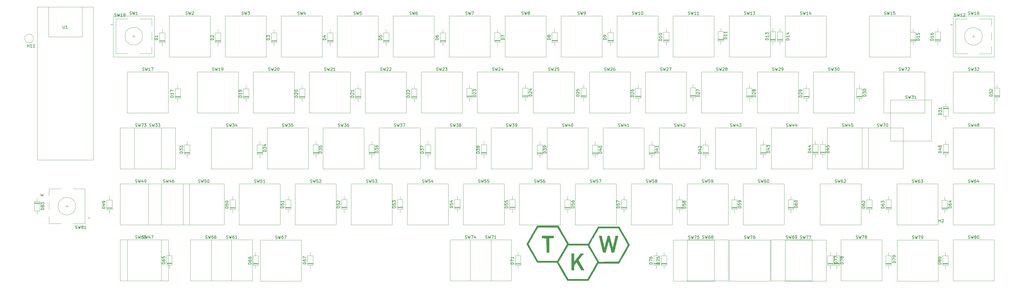
<source format=gbr>
G04 #@! TF.GenerationSoftware,KiCad,Pcbnew,5.1.5+dfsg1-2build2*
G04 #@! TF.CreationDate,2020-08-15T11:38:24+01:00*
G04 #@! TF.ProjectId,stoutgatv2,73746f75-7467-4617-9476-322e6b696361,0.2*
G04 #@! TF.SameCoordinates,Original*
G04 #@! TF.FileFunction,Legend,Top*
G04 #@! TF.FilePolarity,Positive*
%FSLAX46Y46*%
G04 Gerber Fmt 4.6, Leading zero omitted, Abs format (unit mm)*
G04 Created by KiCad (PCBNEW 5.1.5+dfsg1-2build2) date 2020-08-15 11:38:24*
%MOMM*%
%LPD*%
G04 APERTURE LIST*
%ADD10C,0.010000*%
%ADD11C,0.120000*%
%ADD12C,0.150000*%
G04 APERTURE END LIST*
D10*
G36*
X230616477Y-163383367D02*
G01*
X232606144Y-163398200D01*
X232639524Y-164160200D01*
X231053922Y-164160200D01*
X231053922Y-169014422D01*
X230208467Y-169014422D01*
X230179033Y-164188422D01*
X228626811Y-164157014D01*
X228626811Y-163368534D01*
X230616477Y-163383367D01*
G37*
X230616477Y-163383367D02*
X232606144Y-163398200D01*
X232639524Y-164160200D01*
X231053922Y-164160200D01*
X231053922Y-169014422D01*
X230208467Y-169014422D01*
X230179033Y-164188422D01*
X228626811Y-164157014D01*
X228626811Y-163368534D01*
X230616477Y-163383367D01*
G36*
X251332645Y-163381223D02*
G01*
X251625215Y-163398200D01*
X252166513Y-165471552D01*
X252288462Y-165936736D01*
X252402191Y-166366892D01*
X252504436Y-166749939D01*
X252591928Y-167073799D01*
X252661401Y-167326389D01*
X252709587Y-167495631D01*
X252733220Y-167569444D01*
X252734427Y-167571520D01*
X252752202Y-167524445D01*
X252791467Y-167378845D01*
X252849418Y-167146435D01*
X252923249Y-166838933D01*
X253010156Y-166468055D01*
X253107333Y-166045520D01*
X253211976Y-165583044D01*
X253234164Y-165484056D01*
X253707287Y-163369978D01*
X254576435Y-163369978D01*
X254506860Y-163666311D01*
X254448167Y-163913643D01*
X254371802Y-164231356D01*
X254280905Y-164606711D01*
X254178617Y-165026969D01*
X254068078Y-165479392D01*
X253952428Y-165951240D01*
X253834807Y-166429776D01*
X253718355Y-166902260D01*
X253606214Y-167355954D01*
X253501522Y-167778119D01*
X253407421Y-168156018D01*
X253327051Y-168476910D01*
X253263550Y-168728057D01*
X253220061Y-168896721D01*
X253199724Y-168970163D01*
X253198922Y-168972089D01*
X253134038Y-168992799D01*
X252986797Y-169007884D01*
X252787699Y-169014363D01*
X252765981Y-169014422D01*
X252358481Y-169014422D01*
X252253595Y-168605200D01*
X252168653Y-168276498D01*
X252072174Y-167907690D01*
X251968177Y-167513689D01*
X251860681Y-167109406D01*
X251753705Y-166709755D01*
X251651267Y-166329646D01*
X251557388Y-165983993D01*
X251476085Y-165687708D01*
X251411378Y-165455703D01*
X251367285Y-165302891D01*
X251347826Y-165244183D01*
X251347764Y-165244117D01*
X251321348Y-165278703D01*
X251280569Y-165392490D01*
X251259305Y-165466836D01*
X251225759Y-165590743D01*
X251167325Y-165804808D01*
X251089134Y-166090363D01*
X250996316Y-166428741D01*
X250894005Y-166801277D01*
X250787329Y-167189301D01*
X250681422Y-167574149D01*
X250581413Y-167937152D01*
X250492433Y-168259643D01*
X250419615Y-168522957D01*
X250381124Y-168661644D01*
X250282969Y-169014422D01*
X249867118Y-169014422D01*
X249615980Y-169005506D01*
X249471177Y-168978200D01*
X249428799Y-168943867D01*
X249404882Y-168855298D01*
X249364416Y-168693050D01*
X249319538Y-168506422D01*
X249286712Y-168369667D01*
X249230486Y-168137706D01*
X249154380Y-167824968D01*
X249061913Y-167445879D01*
X248956605Y-167014867D01*
X248841976Y-166546358D01*
X248721544Y-166054780D01*
X248699844Y-165966271D01*
X248580906Y-165479987D01*
X248469199Y-165020907D01*
X248367895Y-164602243D01*
X248280168Y-164237207D01*
X248209187Y-163939010D01*
X248158127Y-163720865D01*
X248130159Y-163595983D01*
X248127261Y-163581493D01*
X248087580Y-163369978D01*
X248936697Y-163369978D01*
X249049204Y-163863867D01*
X249091586Y-164050694D01*
X249154185Y-164327696D01*
X249232501Y-164674897D01*
X249322030Y-165072323D01*
X249418270Y-165499999D01*
X249516718Y-165937950D01*
X249519928Y-165952234D01*
X249612509Y-166358748D01*
X249698794Y-166727038D01*
X249775372Y-167043376D01*
X249838834Y-167294037D01*
X249885771Y-167465293D01*
X249912773Y-167543418D01*
X249915992Y-167546789D01*
X249952014Y-167498014D01*
X249989396Y-167378927D01*
X249992826Y-167363422D01*
X250016913Y-167262621D01*
X250065445Y-167069360D01*
X250134077Y-166800337D01*
X250218461Y-166472247D01*
X250314252Y-166101788D01*
X250417102Y-165705655D01*
X250522666Y-165300545D01*
X250626596Y-164903155D01*
X250724547Y-164530180D01*
X250812172Y-164198317D01*
X250885124Y-163924262D01*
X250939056Y-163724712D01*
X250956026Y-163663445D01*
X251040075Y-163364245D01*
X251332645Y-163381223D01*
G37*
X251332645Y-163381223D02*
X251625215Y-163398200D01*
X252166513Y-165471552D01*
X252288462Y-165936736D01*
X252402191Y-166366892D01*
X252504436Y-166749939D01*
X252591928Y-167073799D01*
X252661401Y-167326389D01*
X252709587Y-167495631D01*
X252733220Y-167569444D01*
X252734427Y-167571520D01*
X252752202Y-167524445D01*
X252791467Y-167378845D01*
X252849418Y-167146435D01*
X252923249Y-166838933D01*
X253010156Y-166468055D01*
X253107333Y-166045520D01*
X253211976Y-165583044D01*
X253234164Y-165484056D01*
X253707287Y-163369978D01*
X254576435Y-163369978D01*
X254506860Y-163666311D01*
X254448167Y-163913643D01*
X254371802Y-164231356D01*
X254280905Y-164606711D01*
X254178617Y-165026969D01*
X254068078Y-165479392D01*
X253952428Y-165951240D01*
X253834807Y-166429776D01*
X253718355Y-166902260D01*
X253606214Y-167355954D01*
X253501522Y-167778119D01*
X253407421Y-168156018D01*
X253327051Y-168476910D01*
X253263550Y-168728057D01*
X253220061Y-168896721D01*
X253199724Y-168970163D01*
X253198922Y-168972089D01*
X253134038Y-168992799D01*
X252986797Y-169007884D01*
X252787699Y-169014363D01*
X252765981Y-169014422D01*
X252358481Y-169014422D01*
X252253595Y-168605200D01*
X252168653Y-168276498D01*
X252072174Y-167907690D01*
X251968177Y-167513689D01*
X251860681Y-167109406D01*
X251753705Y-166709755D01*
X251651267Y-166329646D01*
X251557388Y-165983993D01*
X251476085Y-165687708D01*
X251411378Y-165455703D01*
X251367285Y-165302891D01*
X251347826Y-165244183D01*
X251347764Y-165244117D01*
X251321348Y-165278703D01*
X251280569Y-165392490D01*
X251259305Y-165466836D01*
X251225759Y-165590743D01*
X251167325Y-165804808D01*
X251089134Y-166090363D01*
X250996316Y-166428741D01*
X250894005Y-166801277D01*
X250787329Y-167189301D01*
X250681422Y-167574149D01*
X250581413Y-167937152D01*
X250492433Y-168259643D01*
X250419615Y-168522957D01*
X250381124Y-168661644D01*
X250282969Y-169014422D01*
X249867118Y-169014422D01*
X249615980Y-169005506D01*
X249471177Y-168978200D01*
X249428799Y-168943867D01*
X249404882Y-168855298D01*
X249364416Y-168693050D01*
X249319538Y-168506422D01*
X249286712Y-168369667D01*
X249230486Y-168137706D01*
X249154380Y-167824968D01*
X249061913Y-167445879D01*
X248956605Y-167014867D01*
X248841976Y-166546358D01*
X248721544Y-166054780D01*
X248699844Y-165966271D01*
X248580906Y-165479987D01*
X248469199Y-165020907D01*
X248367895Y-164602243D01*
X248280168Y-164237207D01*
X248209187Y-163939010D01*
X248158127Y-163720865D01*
X248130159Y-163595983D01*
X248127261Y-163581493D01*
X248087580Y-163369978D01*
X248936697Y-163369978D01*
X249049204Y-163863867D01*
X249091586Y-164050694D01*
X249154185Y-164327696D01*
X249232501Y-164674897D01*
X249322030Y-165072323D01*
X249418270Y-165499999D01*
X249516718Y-165937950D01*
X249519928Y-165952234D01*
X249612509Y-166358748D01*
X249698794Y-166727038D01*
X249775372Y-167043376D01*
X249838834Y-167294037D01*
X249885771Y-167465293D01*
X249912773Y-167543418D01*
X249915992Y-167546789D01*
X249952014Y-167498014D01*
X249989396Y-167378927D01*
X249992826Y-167363422D01*
X250016913Y-167262621D01*
X250065445Y-167069360D01*
X250134077Y-166800337D01*
X250218461Y-166472247D01*
X250314252Y-166101788D01*
X250417102Y-165705655D01*
X250522666Y-165300545D01*
X250626596Y-164903155D01*
X250724547Y-164530180D01*
X250812172Y-164198317D01*
X250885124Y-163924262D01*
X250939056Y-163724712D01*
X250956026Y-163663445D01*
X251040075Y-163364245D01*
X251332645Y-163381223D01*
G36*
X239520588Y-170820644D02*
G01*
X239522206Y-171206270D01*
X239526756Y-171551615D01*
X239533785Y-171841583D01*
X239542841Y-172061082D01*
X239553469Y-172195017D01*
X239562922Y-172230418D01*
X239606773Y-172187248D01*
X239711164Y-172065511D01*
X239867461Y-171875850D01*
X240067029Y-171628910D01*
X240301232Y-171335335D01*
X240561436Y-171005769D01*
X240705922Y-170821441D01*
X241806588Y-169413802D01*
X242305181Y-169411667D01*
X242540095Y-169416305D01*
X242705205Y-169431152D01*
X242782111Y-169454224D01*
X242784959Y-169463414D01*
X242745160Y-169520581D01*
X242643626Y-169651916D01*
X242490583Y-169844608D01*
X242296258Y-170085846D01*
X242070878Y-170362819D01*
X241919477Y-170547546D01*
X241680174Y-170839550D01*
X241465589Y-171102945D01*
X241285910Y-171325097D01*
X241151326Y-171493373D01*
X241072026Y-171595140D01*
X241055053Y-171619383D01*
X241078743Y-171676012D01*
X241154142Y-171817744D01*
X241274640Y-172033020D01*
X241433628Y-172310283D01*
X241624498Y-172637976D01*
X241840641Y-173004542D01*
X242005824Y-173282070D01*
X242237947Y-173671376D01*
X242451830Y-174031589D01*
X242640473Y-174350805D01*
X242796877Y-174617120D01*
X242914043Y-174818630D01*
X242984971Y-174943430D01*
X243003287Y-174978575D01*
X242994290Y-175015732D01*
X242921674Y-175038914D01*
X242768842Y-175050776D01*
X242531723Y-175053978D01*
X242031224Y-175053978D01*
X241243943Y-173727533D01*
X241036334Y-173379662D01*
X240846893Y-173065889D01*
X240683328Y-172798692D01*
X240553348Y-172590545D01*
X240464664Y-172453924D01*
X240424983Y-172401305D01*
X240424269Y-172401089D01*
X240378197Y-172442284D01*
X240276295Y-172554588D01*
X240133405Y-172721077D01*
X239964369Y-172924828D01*
X239956232Y-172934789D01*
X239520588Y-173468489D01*
X239520588Y-175053978D01*
X238730366Y-175053978D01*
X238730366Y-169409533D01*
X239520588Y-169409533D01*
X239520588Y-170820644D01*
G37*
X239520588Y-170820644D02*
X239522206Y-171206270D01*
X239526756Y-171551615D01*
X239533785Y-171841583D01*
X239542841Y-172061082D01*
X239553469Y-172195017D01*
X239562922Y-172230418D01*
X239606773Y-172187248D01*
X239711164Y-172065511D01*
X239867461Y-171875850D01*
X240067029Y-171628910D01*
X240301232Y-171335335D01*
X240561436Y-171005769D01*
X240705922Y-170821441D01*
X241806588Y-169413802D01*
X242305181Y-169411667D01*
X242540095Y-169416305D01*
X242705205Y-169431152D01*
X242782111Y-169454224D01*
X242784959Y-169463414D01*
X242745160Y-169520581D01*
X242643626Y-169651916D01*
X242490583Y-169844608D01*
X242296258Y-170085846D01*
X242070878Y-170362819D01*
X241919477Y-170547546D01*
X241680174Y-170839550D01*
X241465589Y-171102945D01*
X241285910Y-171325097D01*
X241151326Y-171493373D01*
X241072026Y-171595140D01*
X241055053Y-171619383D01*
X241078743Y-171676012D01*
X241154142Y-171817744D01*
X241274640Y-172033020D01*
X241433628Y-172310283D01*
X241624498Y-172637976D01*
X241840641Y-173004542D01*
X242005824Y-173282070D01*
X242237947Y-173671376D01*
X242451830Y-174031589D01*
X242640473Y-174350805D01*
X242796877Y-174617120D01*
X242914043Y-174818630D01*
X242984971Y-174943430D01*
X243003287Y-174978575D01*
X242994290Y-175015732D01*
X242921674Y-175038914D01*
X242768842Y-175050776D01*
X242531723Y-175053978D01*
X242031224Y-175053978D01*
X241243943Y-173727533D01*
X241036334Y-173379662D01*
X240846893Y-173065889D01*
X240683328Y-172798692D01*
X240553348Y-172590545D01*
X240464664Y-172453924D01*
X240424983Y-172401305D01*
X240424269Y-172401089D01*
X240378197Y-172442284D01*
X240276295Y-172554588D01*
X240133405Y-172721077D01*
X239964369Y-172924828D01*
X239956232Y-172934789D01*
X239520588Y-173468489D01*
X239520588Y-175053978D01*
X238730366Y-175053978D01*
X238730366Y-169409533D01*
X239520588Y-169409533D01*
X239520588Y-170820644D01*
G36*
X234784704Y-160956978D02*
G01*
X234949988Y-161242784D01*
X235161193Y-161608195D01*
X235407820Y-162035036D01*
X235679371Y-162505132D01*
X235965346Y-163000308D01*
X236255249Y-163502390D01*
X236538579Y-163993203D01*
X236561639Y-164033155D01*
X237742588Y-166079222D01*
X244346588Y-166077846D01*
X246038237Y-163143467D01*
X247729886Y-160209089D01*
X254902878Y-160209089D01*
X255189813Y-160702978D01*
X255597752Y-161405970D01*
X255994008Y-162090429D01*
X256374744Y-162749635D01*
X256736123Y-163376869D01*
X257074307Y-163965411D01*
X257385459Y-164508543D01*
X257665741Y-164999544D01*
X257911316Y-165431697D01*
X258118347Y-165798280D01*
X258282996Y-166092575D01*
X258401425Y-166307863D01*
X258469798Y-166437425D01*
X258485922Y-166474422D01*
X258458156Y-166534342D01*
X258377417Y-166685095D01*
X258247543Y-166919962D01*
X258072370Y-167232223D01*
X257855737Y-167615159D01*
X257601480Y-168062051D01*
X257313437Y-168566180D01*
X256995446Y-169120825D01*
X256651344Y-169719268D01*
X256284968Y-170354790D01*
X255900157Y-171020671D01*
X255500746Y-171710192D01*
X255189813Y-172245867D01*
X254902878Y-172739756D01*
X247846144Y-172740916D01*
X247532057Y-173290669D01*
X247439458Y-173452193D01*
X247297555Y-173698983D01*
X247113537Y-174018569D01*
X246894593Y-174398480D01*
X246647911Y-174826245D01*
X246380682Y-175289395D01*
X246100093Y-175775458D01*
X245840350Y-176225200D01*
X244462730Y-178609978D01*
X237288006Y-178609978D01*
X235511520Y-175533949D01*
X233735033Y-172457920D01*
X230374826Y-172457726D01*
X227014620Y-172457533D01*
X226952556Y-172349919D01*
X234262206Y-172349919D01*
X234509875Y-172784726D01*
X234680820Y-173084014D01*
X234883863Y-173438132D01*
X235112470Y-173835796D01*
X235360109Y-174265724D01*
X235620245Y-174716632D01*
X235886345Y-175177238D01*
X236151876Y-175636260D01*
X236410304Y-176082413D01*
X236655097Y-176504416D01*
X236879721Y-176890985D01*
X237077642Y-177230839D01*
X237242326Y-177512693D01*
X237367242Y-177725265D01*
X237445855Y-177857272D01*
X237466546Y-177890765D01*
X237603680Y-178102886D01*
X244174548Y-178073756D01*
X244378642Y-177735089D01*
X244463048Y-177592874D01*
X244593509Y-177370329D01*
X244759819Y-177084997D01*
X244951771Y-176754416D01*
X245159158Y-176396128D01*
X245331130Y-176098200D01*
X245585517Y-175656913D01*
X245871107Y-175161481D01*
X246167636Y-174647060D01*
X246454837Y-174148808D01*
X246712447Y-173701881D01*
X246785752Y-173574700D01*
X247491979Y-172349422D01*
X245951810Y-169680033D01*
X245657974Y-169171074D01*
X245377674Y-168686156D01*
X245116613Y-168235106D01*
X244880494Y-167827751D01*
X244675020Y-167473917D01*
X244505896Y-167183430D01*
X244378825Y-166966117D01*
X244299509Y-166831805D01*
X244279342Y-166798523D01*
X244147043Y-166586402D01*
X240861364Y-166600968D01*
X237575686Y-166615533D01*
X236643137Y-168228487D01*
X236373367Y-168695145D01*
X236081277Y-169200514D01*
X235782413Y-169717690D01*
X235492319Y-170219772D01*
X235226539Y-170679859D01*
X235000619Y-171071049D01*
X234986397Y-171095680D01*
X234262206Y-172349919D01*
X226952556Y-172349919D01*
X225834555Y-170411422D01*
X225550130Y-169918554D01*
X225256184Y-169409721D01*
X224963596Y-168903719D01*
X224683245Y-168419346D01*
X224426012Y-167975398D01*
X224202775Y-167590670D01*
X224024414Y-167283960D01*
X224016304Y-167270041D01*
X223795252Y-166884163D01*
X223622858Y-166569309D01*
X223502224Y-166331569D01*
X223436448Y-166177034D01*
X223430795Y-166136417D01*
X224029030Y-166136417D01*
X224048456Y-166206652D01*
X224121340Y-166364995D01*
X224243055Y-166602759D01*
X224408972Y-166911255D01*
X224614462Y-167281795D01*
X224854896Y-167705689D01*
X224991227Y-167942639D01*
X225261283Y-168410056D01*
X225546954Y-168904792D01*
X225834799Y-169403548D01*
X226111377Y-169883025D01*
X226363244Y-170319923D01*
X226576959Y-170690945D01*
X226643105Y-170805875D01*
X227300366Y-171948216D01*
X230601055Y-171934764D01*
X233901744Y-171921311D01*
X234669657Y-170594867D01*
X234911272Y-170177440D01*
X235192080Y-169692175D01*
X235494782Y-169168973D01*
X235802082Y-168637735D01*
X236096681Y-168128359D01*
X236326476Y-167730950D01*
X237053998Y-166472611D01*
X244702466Y-166472611D01*
X246241779Y-169140516D01*
X246535534Y-169649336D01*
X246815754Y-170134115D01*
X247076735Y-170585024D01*
X247312769Y-170992233D01*
X247518154Y-171345912D01*
X247687182Y-171636231D01*
X247814148Y-171853361D01*
X247893348Y-171987471D01*
X247913390Y-172020543D01*
X248045689Y-172232664D01*
X251332153Y-172218099D01*
X254618617Y-172203533D01*
X254935712Y-171667311D01*
X255184053Y-171245520D01*
X255449417Y-170791519D01*
X255726113Y-170315319D01*
X256008446Y-169826929D01*
X256290723Y-169336357D01*
X256567249Y-168853614D01*
X256832331Y-168388710D01*
X257080275Y-167951653D01*
X257305387Y-167552453D01*
X257501973Y-167201120D01*
X257664341Y-166907663D01*
X257786795Y-166682092D01*
X257863642Y-166534416D01*
X257889223Y-166475144D01*
X257861777Y-166412094D01*
X257783227Y-166261469D01*
X257659255Y-166033259D01*
X257495542Y-165737458D01*
X257297772Y-165384054D01*
X257071627Y-164983041D01*
X256822787Y-164544409D01*
X256556937Y-164078149D01*
X256279757Y-163594253D01*
X255996930Y-163102712D01*
X255714138Y-162613517D01*
X255437063Y-162136660D01*
X255171387Y-161682131D01*
X254935569Y-161281533D01*
X254618617Y-160745311D01*
X251332260Y-160730746D01*
X248045903Y-160716180D01*
X247908768Y-160928301D01*
X247857402Y-161012933D01*
X247756260Y-161184126D01*
X247611877Y-161430600D01*
X247430784Y-161741073D01*
X247219514Y-162104263D01*
X246984599Y-162508888D01*
X246732573Y-162943667D01*
X246469968Y-163397318D01*
X246203316Y-163858560D01*
X245939151Y-164316110D01*
X245684004Y-164758688D01*
X245444409Y-165175011D01*
X245226897Y-165553799D01*
X245038003Y-165883769D01*
X244951116Y-166036072D01*
X244702466Y-166472611D01*
X237053998Y-166472611D01*
X237215382Y-166193478D01*
X237031598Y-165868283D01*
X236936829Y-165701799D01*
X236793503Y-165451602D01*
X236609679Y-165131644D01*
X236393413Y-164755877D01*
X236152764Y-164338256D01*
X235895789Y-163892733D01*
X235630547Y-163433260D01*
X235365094Y-162973790D01*
X235107490Y-162528276D01*
X234865791Y-162110671D01*
X234648055Y-161734928D01*
X234462341Y-161414999D01*
X234316706Y-161164837D01*
X234219747Y-160999311D01*
X233903491Y-160463089D01*
X227301241Y-160463089D01*
X226984138Y-160999311D01*
X226846937Y-161232629D01*
X226673750Y-161529217D01*
X226470937Y-161878019D01*
X226244857Y-162267980D01*
X226001870Y-162688046D01*
X225748335Y-163127161D01*
X225490611Y-163574271D01*
X225235058Y-164018321D01*
X224988035Y-164448256D01*
X224755901Y-164853020D01*
X224545015Y-165221559D01*
X224361738Y-165542818D01*
X224212427Y-165805743D01*
X224103444Y-165999277D01*
X224041146Y-166112367D01*
X224029030Y-166136417D01*
X223430795Y-166136417D01*
X223427525Y-166112930D01*
X223465715Y-166051932D01*
X223553948Y-165903835D01*
X223685953Y-165679379D01*
X223855457Y-165389306D01*
X224056191Y-165044356D01*
X224281883Y-164655270D01*
X224526262Y-164232789D01*
X224617061Y-164075533D01*
X224873354Y-163631635D01*
X225118793Y-163206903D01*
X225346098Y-162813907D01*
X225547990Y-162465217D01*
X225717188Y-162173405D01*
X225846414Y-161951041D01*
X225928388Y-161810695D01*
X225940861Y-161789533D01*
X226034979Y-161628903D01*
X226169773Y-161396807D01*
X226329888Y-161119782D01*
X226499968Y-160824362D01*
X226569649Y-160702978D01*
X227014768Y-159926867D01*
X234188719Y-159926867D01*
X234784704Y-160956978D01*
G37*
X234784704Y-160956978D02*
X234949988Y-161242784D01*
X235161193Y-161608195D01*
X235407820Y-162035036D01*
X235679371Y-162505132D01*
X235965346Y-163000308D01*
X236255249Y-163502390D01*
X236538579Y-163993203D01*
X236561639Y-164033155D01*
X237742588Y-166079222D01*
X244346588Y-166077846D01*
X246038237Y-163143467D01*
X247729886Y-160209089D01*
X254902878Y-160209089D01*
X255189813Y-160702978D01*
X255597752Y-161405970D01*
X255994008Y-162090429D01*
X256374744Y-162749635D01*
X256736123Y-163376869D01*
X257074307Y-163965411D01*
X257385459Y-164508543D01*
X257665741Y-164999544D01*
X257911316Y-165431697D01*
X258118347Y-165798280D01*
X258282996Y-166092575D01*
X258401425Y-166307863D01*
X258469798Y-166437425D01*
X258485922Y-166474422D01*
X258458156Y-166534342D01*
X258377417Y-166685095D01*
X258247543Y-166919962D01*
X258072370Y-167232223D01*
X257855737Y-167615159D01*
X257601480Y-168062051D01*
X257313437Y-168566180D01*
X256995446Y-169120825D01*
X256651344Y-169719268D01*
X256284968Y-170354790D01*
X255900157Y-171020671D01*
X255500746Y-171710192D01*
X255189813Y-172245867D01*
X254902878Y-172739756D01*
X247846144Y-172740916D01*
X247532057Y-173290669D01*
X247439458Y-173452193D01*
X247297555Y-173698983D01*
X247113537Y-174018569D01*
X246894593Y-174398480D01*
X246647911Y-174826245D01*
X246380682Y-175289395D01*
X246100093Y-175775458D01*
X245840350Y-176225200D01*
X244462730Y-178609978D01*
X237288006Y-178609978D01*
X235511520Y-175533949D01*
X233735033Y-172457920D01*
X230374826Y-172457726D01*
X227014620Y-172457533D01*
X226952556Y-172349919D01*
X234262206Y-172349919D01*
X234509875Y-172784726D01*
X234680820Y-173084014D01*
X234883863Y-173438132D01*
X235112470Y-173835796D01*
X235360109Y-174265724D01*
X235620245Y-174716632D01*
X235886345Y-175177238D01*
X236151876Y-175636260D01*
X236410304Y-176082413D01*
X236655097Y-176504416D01*
X236879721Y-176890985D01*
X237077642Y-177230839D01*
X237242326Y-177512693D01*
X237367242Y-177725265D01*
X237445855Y-177857272D01*
X237466546Y-177890765D01*
X237603680Y-178102886D01*
X244174548Y-178073756D01*
X244378642Y-177735089D01*
X244463048Y-177592874D01*
X244593509Y-177370329D01*
X244759819Y-177084997D01*
X244951771Y-176754416D01*
X245159158Y-176396128D01*
X245331130Y-176098200D01*
X245585517Y-175656913D01*
X245871107Y-175161481D01*
X246167636Y-174647060D01*
X246454837Y-174148808D01*
X246712447Y-173701881D01*
X246785752Y-173574700D01*
X247491979Y-172349422D01*
X245951810Y-169680033D01*
X245657974Y-169171074D01*
X245377674Y-168686156D01*
X245116613Y-168235106D01*
X244880494Y-167827751D01*
X244675020Y-167473917D01*
X244505896Y-167183430D01*
X244378825Y-166966117D01*
X244299509Y-166831805D01*
X244279342Y-166798523D01*
X244147043Y-166586402D01*
X240861364Y-166600968D01*
X237575686Y-166615533D01*
X236643137Y-168228487D01*
X236373367Y-168695145D01*
X236081277Y-169200514D01*
X235782413Y-169717690D01*
X235492319Y-170219772D01*
X235226539Y-170679859D01*
X235000619Y-171071049D01*
X234986397Y-171095680D01*
X234262206Y-172349919D01*
X226952556Y-172349919D01*
X225834555Y-170411422D01*
X225550130Y-169918554D01*
X225256184Y-169409721D01*
X224963596Y-168903719D01*
X224683245Y-168419346D01*
X224426012Y-167975398D01*
X224202775Y-167590670D01*
X224024414Y-167283960D01*
X224016304Y-167270041D01*
X223795252Y-166884163D01*
X223622858Y-166569309D01*
X223502224Y-166331569D01*
X223436448Y-166177034D01*
X223430795Y-166136417D01*
X224029030Y-166136417D01*
X224048456Y-166206652D01*
X224121340Y-166364995D01*
X224243055Y-166602759D01*
X224408972Y-166911255D01*
X224614462Y-167281795D01*
X224854896Y-167705689D01*
X224991227Y-167942639D01*
X225261283Y-168410056D01*
X225546954Y-168904792D01*
X225834799Y-169403548D01*
X226111377Y-169883025D01*
X226363244Y-170319923D01*
X226576959Y-170690945D01*
X226643105Y-170805875D01*
X227300366Y-171948216D01*
X230601055Y-171934764D01*
X233901744Y-171921311D01*
X234669657Y-170594867D01*
X234911272Y-170177440D01*
X235192080Y-169692175D01*
X235494782Y-169168973D01*
X235802082Y-168637735D01*
X236096681Y-168128359D01*
X236326476Y-167730950D01*
X237053998Y-166472611D01*
X244702466Y-166472611D01*
X246241779Y-169140516D01*
X246535534Y-169649336D01*
X246815754Y-170134115D01*
X247076735Y-170585024D01*
X247312769Y-170992233D01*
X247518154Y-171345912D01*
X247687182Y-171636231D01*
X247814148Y-171853361D01*
X247893348Y-171987471D01*
X247913390Y-172020543D01*
X248045689Y-172232664D01*
X251332153Y-172218099D01*
X254618617Y-172203533D01*
X254935712Y-171667311D01*
X255184053Y-171245520D01*
X255449417Y-170791519D01*
X255726113Y-170315319D01*
X256008446Y-169826929D01*
X256290723Y-169336357D01*
X256567249Y-168853614D01*
X256832331Y-168388710D01*
X257080275Y-167951653D01*
X257305387Y-167552453D01*
X257501973Y-167201120D01*
X257664341Y-166907663D01*
X257786795Y-166682092D01*
X257863642Y-166534416D01*
X257889223Y-166475144D01*
X257861777Y-166412094D01*
X257783227Y-166261469D01*
X257659255Y-166033259D01*
X257495542Y-165737458D01*
X257297772Y-165384054D01*
X257071627Y-164983041D01*
X256822787Y-164544409D01*
X256556937Y-164078149D01*
X256279757Y-163594253D01*
X255996930Y-163102712D01*
X255714138Y-162613517D01*
X255437063Y-162136660D01*
X255171387Y-161682131D01*
X254935569Y-161281533D01*
X254618617Y-160745311D01*
X251332260Y-160730746D01*
X248045903Y-160716180D01*
X247908768Y-160928301D01*
X247857402Y-161012933D01*
X247756260Y-161184126D01*
X247611877Y-161430600D01*
X247430784Y-161741073D01*
X247219514Y-162104263D01*
X246984599Y-162508888D01*
X246732573Y-162943667D01*
X246469968Y-163397318D01*
X246203316Y-163858560D01*
X245939151Y-164316110D01*
X245684004Y-164758688D01*
X245444409Y-165175011D01*
X245226897Y-165553799D01*
X245038003Y-165883769D01*
X244951116Y-166036072D01*
X244702466Y-166472611D01*
X237053998Y-166472611D01*
X237215382Y-166193478D01*
X237031598Y-165868283D01*
X236936829Y-165701799D01*
X236793503Y-165451602D01*
X236609679Y-165131644D01*
X236393413Y-164755877D01*
X236152764Y-164338256D01*
X235895789Y-163892733D01*
X235630547Y-163433260D01*
X235365094Y-162973790D01*
X235107490Y-162528276D01*
X234865791Y-162110671D01*
X234648055Y-161734928D01*
X234462341Y-161414999D01*
X234316706Y-161164837D01*
X234219747Y-160999311D01*
X233903491Y-160463089D01*
X227301241Y-160463089D01*
X226984138Y-160999311D01*
X226846937Y-161232629D01*
X226673750Y-161529217D01*
X226470937Y-161878019D01*
X226244857Y-162267980D01*
X226001870Y-162688046D01*
X225748335Y-163127161D01*
X225490611Y-163574271D01*
X225235058Y-164018321D01*
X224988035Y-164448256D01*
X224755901Y-164853020D01*
X224545015Y-165221559D01*
X224361738Y-165542818D01*
X224212427Y-165805743D01*
X224103444Y-165999277D01*
X224041146Y-166112367D01*
X224029030Y-166136417D01*
X223430795Y-166136417D01*
X223427525Y-166112930D01*
X223465715Y-166051932D01*
X223553948Y-165903835D01*
X223685953Y-165679379D01*
X223855457Y-165389306D01*
X224056191Y-165044356D01*
X224281883Y-164655270D01*
X224526262Y-164232789D01*
X224617061Y-164075533D01*
X224873354Y-163631635D01*
X225118793Y-163206903D01*
X225346098Y-162813907D01*
X225547990Y-162465217D01*
X225717188Y-162173405D01*
X225846414Y-161951041D01*
X225928388Y-161810695D01*
X225940861Y-161789533D01*
X226034979Y-161628903D01*
X226169773Y-161396807D01*
X226329888Y-161119782D01*
X226499968Y-160824362D01*
X226569649Y-160702978D01*
X227014768Y-159926867D01*
X234188719Y-159926867D01*
X234784704Y-160956978D01*
D11*
X55589300Y-96215200D02*
G75*
G03X55589300Y-96215200I-1500000J0D01*
G01*
X69998200Y-153303600D02*
G75*
G03X69998200Y-153303600I-3000000J0D01*
G01*
X64998200Y-159203600D02*
X60898200Y-159203600D01*
X60898200Y-147403600D02*
X64998200Y-147403600D01*
X68998200Y-147403600D02*
X73098200Y-147403600D01*
X68998200Y-159203600D02*
X73098200Y-159203600D01*
X73098200Y-159203600D02*
X73098200Y-147403600D01*
X74498200Y-157103600D02*
X74798200Y-157403600D01*
X74798200Y-157403600D02*
X74198200Y-157403600D01*
X74198200Y-157403600D02*
X74498200Y-157103600D01*
X60898200Y-159203600D02*
X60898200Y-156803600D01*
X60898200Y-154603600D02*
X60898200Y-152003600D01*
X60898200Y-149803600D02*
X60898200Y-147403600D01*
X66998200Y-153803600D02*
X66998200Y-152803600D01*
X67498200Y-153303600D02*
X66498200Y-153303600D01*
X57765200Y-152130400D02*
X55925200Y-152130400D01*
X57765200Y-152370400D02*
X55925200Y-152370400D01*
X57765200Y-152250400D02*
X55925200Y-152250400D01*
X56845200Y-156134400D02*
X56845200Y-154954400D01*
X56845200Y-150494400D02*
X56845200Y-151674400D01*
X57765200Y-154954400D02*
X57765200Y-151674400D01*
X55925200Y-154954400D02*
X57765200Y-154954400D01*
X55925200Y-151674400D02*
X55925200Y-154954400D01*
X57765200Y-151674400D02*
X55925200Y-151674400D01*
X337616800Y-140639800D02*
X337616800Y-126669800D01*
X351586800Y-140639800D02*
X337616800Y-140639800D01*
X351586800Y-126669800D02*
X351586800Y-140639800D01*
X337616800Y-126669800D02*
X351586800Y-126669800D01*
X344982800Y-121564400D02*
X344982800Y-107594400D01*
X358952800Y-121564400D02*
X344982800Y-121564400D01*
X358952800Y-107594400D02*
X358952800Y-121564400D01*
X344982800Y-107594400D02*
X358952800Y-107594400D01*
X197358000Y-178739800D02*
X197358000Y-164769800D01*
X211328000Y-178739800D02*
X197358000Y-178739800D01*
X211328000Y-164769800D02*
X211328000Y-178739800D01*
X197358000Y-164769800D02*
X211328000Y-164769800D01*
X85166200Y-140639800D02*
X85166200Y-126669800D01*
X99136200Y-140639800D02*
X85166200Y-140639800D01*
X99136200Y-126669800D02*
X99136200Y-140639800D01*
X85166200Y-126669800D02*
X99136200Y-126669800D01*
X347243400Y-131089400D02*
X347243400Y-117119400D01*
X361213400Y-131089400D02*
X347243400Y-131089400D01*
X361213400Y-117119400D02*
X361213400Y-131089400D01*
X347243400Y-117119400D02*
X361213400Y-117119400D01*
X306628800Y-178739800D02*
X306628800Y-164769800D01*
X320598800Y-178739800D02*
X306628800Y-178739800D01*
X320598800Y-164769800D02*
X320598800Y-178739800D01*
X306628800Y-164769800D02*
X320598800Y-164769800D01*
X278104600Y-178739800D02*
X278104600Y-164769800D01*
X292074600Y-178739800D02*
X278104600Y-178739800D01*
X292074600Y-164769800D02*
X292074600Y-178739800D01*
X278104600Y-164769800D02*
X292074600Y-164769800D01*
X116128800Y-178714400D02*
X116128800Y-164744400D01*
X130098800Y-178714400D02*
X116128800Y-178714400D01*
X130098800Y-164744400D02*
X130098800Y-178714400D01*
X116128800Y-164744400D02*
X130098800Y-164744400D01*
X87553800Y-178714400D02*
X87553800Y-164744400D01*
X101523800Y-178714400D02*
X87553800Y-178714400D01*
X101523800Y-164744400D02*
X101523800Y-178714400D01*
X87553800Y-164744400D02*
X101523800Y-164744400D01*
X94665800Y-159664400D02*
X94665800Y-145694400D01*
X108635800Y-159664400D02*
X94665800Y-159664400D01*
X108635800Y-145694400D02*
X108635800Y-159664400D01*
X94665800Y-145694400D02*
X108635800Y-145694400D01*
X136570200Y-97145200D02*
X138410200Y-97145200D01*
X136570200Y-96905200D02*
X138410200Y-96905200D01*
X136570200Y-97025200D02*
X138410200Y-97025200D01*
X137490200Y-93141200D02*
X137490200Y-94321200D01*
X137490200Y-98781200D02*
X137490200Y-97601200D01*
X136570200Y-94321200D02*
X136570200Y-97601200D01*
X138410200Y-94321200D02*
X136570200Y-94321200D01*
X138410200Y-97601200D02*
X138410200Y-94321200D01*
X136570200Y-97601200D02*
X138410200Y-97601200D01*
X365043200Y-172989600D02*
X366883200Y-172989600D01*
X365043200Y-172749600D02*
X366883200Y-172749600D01*
X365043200Y-172869600D02*
X366883200Y-172869600D01*
X365963200Y-168985600D02*
X365963200Y-170165600D01*
X365963200Y-174625600D02*
X365963200Y-173445600D01*
X365043200Y-170165600D02*
X365043200Y-173445600D01*
X366883200Y-170165600D02*
X365043200Y-170165600D01*
X366883200Y-173445600D02*
X366883200Y-170165600D01*
X365043200Y-173445600D02*
X366883200Y-173445600D01*
X345663000Y-172989600D02*
X347503000Y-172989600D01*
X345663000Y-172749600D02*
X347503000Y-172749600D01*
X345663000Y-172869600D02*
X347503000Y-172869600D01*
X346583000Y-168985600D02*
X346583000Y-170165600D01*
X346583000Y-174625600D02*
X346583000Y-173445600D01*
X345663000Y-170165600D02*
X345663000Y-173445600D01*
X347503000Y-170165600D02*
X345663000Y-170165600D01*
X347503000Y-173445600D02*
X347503000Y-170165600D01*
X345663000Y-173445600D02*
X347503000Y-173445600D01*
X328035400Y-172964200D02*
X329875400Y-172964200D01*
X328035400Y-172724200D02*
X329875400Y-172724200D01*
X328035400Y-172844200D02*
X329875400Y-172844200D01*
X328955400Y-168960200D02*
X328955400Y-170140200D01*
X328955400Y-174600200D02*
X328955400Y-173420200D01*
X328035400Y-170140200D02*
X328035400Y-173420200D01*
X329875400Y-170140200D02*
X328035400Y-170140200D01*
X329875400Y-173420200D02*
X329875400Y-170140200D01*
X328035400Y-173420200D02*
X329875400Y-173420200D01*
X325851000Y-172964200D02*
X327691000Y-172964200D01*
X325851000Y-172724200D02*
X327691000Y-172724200D01*
X325851000Y-172844200D02*
X327691000Y-172844200D01*
X326771000Y-168960200D02*
X326771000Y-170140200D01*
X326771000Y-174600200D02*
X326771000Y-173420200D01*
X325851000Y-170140200D02*
X325851000Y-173420200D01*
X327691000Y-170140200D02*
X325851000Y-170140200D01*
X327691000Y-173420200D02*
X327691000Y-170140200D01*
X325851000Y-173420200D02*
X327691000Y-173420200D01*
X266745200Y-172989600D02*
X268585200Y-172989600D01*
X266745200Y-172749600D02*
X268585200Y-172749600D01*
X266745200Y-172869600D02*
X268585200Y-172869600D01*
X267665200Y-168985600D02*
X267665200Y-170165600D01*
X267665200Y-174625600D02*
X267665200Y-173445600D01*
X266745200Y-170165600D02*
X266745200Y-173445600D01*
X268585200Y-170165600D02*
X266745200Y-170165600D01*
X268585200Y-173445600D02*
X268585200Y-170165600D01*
X266745200Y-173445600D02*
X268585200Y-173445600D01*
X269259800Y-172989600D02*
X271099800Y-172989600D01*
X269259800Y-172749600D02*
X271099800Y-172749600D01*
X269259800Y-172869600D02*
X271099800Y-172869600D01*
X270179800Y-168985600D02*
X270179800Y-170165600D01*
X270179800Y-174625600D02*
X270179800Y-173445600D01*
X269259800Y-170165600D02*
X269259800Y-173445600D01*
X271099800Y-170165600D02*
X269259800Y-170165600D01*
X271099800Y-173445600D02*
X271099800Y-170165600D01*
X269259800Y-173445600D02*
X271099800Y-173445600D01*
X219602800Y-173015000D02*
X221442800Y-173015000D01*
X219602800Y-172775000D02*
X221442800Y-172775000D01*
X219602800Y-172895000D02*
X221442800Y-172895000D01*
X220522800Y-169011000D02*
X220522800Y-170191000D01*
X220522800Y-174651000D02*
X220522800Y-173471000D01*
X219602800Y-170191000D02*
X219602800Y-173471000D01*
X221442800Y-170191000D02*
X219602800Y-170191000D01*
X221442800Y-173471000D02*
X221442800Y-170191000D01*
X219602800Y-173471000D02*
X221442800Y-173471000D01*
X148889200Y-172938800D02*
X150729200Y-172938800D01*
X148889200Y-172698800D02*
X150729200Y-172698800D01*
X148889200Y-172818800D02*
X150729200Y-172818800D01*
X149809200Y-168934800D02*
X149809200Y-170114800D01*
X149809200Y-174574800D02*
X149809200Y-173394800D01*
X148889200Y-170114800D02*
X148889200Y-173394800D01*
X150729200Y-170114800D02*
X148889200Y-170114800D01*
X150729200Y-173394800D02*
X150729200Y-170114800D01*
X148889200Y-173394800D02*
X150729200Y-173394800D01*
X130296400Y-172989600D02*
X132136400Y-172989600D01*
X130296400Y-172749600D02*
X132136400Y-172749600D01*
X130296400Y-172869600D02*
X132136400Y-172869600D01*
X131216400Y-168985600D02*
X131216400Y-170165600D01*
X131216400Y-174625600D02*
X131216400Y-173445600D01*
X130296400Y-170165600D02*
X130296400Y-173445600D01*
X132136400Y-170165600D02*
X130296400Y-170165600D01*
X132136400Y-173445600D02*
X132136400Y-170165600D01*
X130296400Y-173445600D02*
X132136400Y-173445600D01*
X364789200Y-154066600D02*
X366629200Y-154066600D01*
X364789200Y-153826600D02*
X366629200Y-153826600D01*
X364789200Y-153946600D02*
X366629200Y-153946600D01*
X365709200Y-150062600D02*
X365709200Y-151242600D01*
X365709200Y-155702600D02*
X365709200Y-154522600D01*
X364789200Y-151242600D02*
X364789200Y-154522600D01*
X366629200Y-151242600D02*
X364789200Y-151242600D01*
X366629200Y-154522600D02*
X366629200Y-151242600D01*
X364789200Y-154522600D02*
X366629200Y-154522600D01*
X345688400Y-153965000D02*
X347528400Y-153965000D01*
X345688400Y-153725000D02*
X347528400Y-153725000D01*
X345688400Y-153845000D02*
X347528400Y-153845000D01*
X346608400Y-149961000D02*
X346608400Y-151141000D01*
X346608400Y-155601000D02*
X346608400Y-154421000D01*
X345688400Y-151141000D02*
X345688400Y-154421000D01*
X347528400Y-151141000D02*
X345688400Y-151141000D01*
X347528400Y-154421000D02*
X347528400Y-151141000D01*
X345688400Y-154421000D02*
X347528400Y-154421000D01*
X339109800Y-153965000D02*
X340949800Y-153965000D01*
X339109800Y-153725000D02*
X340949800Y-153725000D01*
X339109800Y-153845000D02*
X340949800Y-153845000D01*
X340029800Y-149961000D02*
X340029800Y-151141000D01*
X340029800Y-155601000D02*
X340029800Y-154421000D01*
X339109800Y-151141000D02*
X339109800Y-154421000D01*
X340949800Y-151141000D02*
X339109800Y-151141000D01*
X340949800Y-154421000D02*
X340949800Y-151141000D01*
X339109800Y-154421000D02*
X340949800Y-154421000D01*
X312465200Y-153914200D02*
X314305200Y-153914200D01*
X312465200Y-153674200D02*
X314305200Y-153674200D01*
X312465200Y-153794200D02*
X314305200Y-153794200D01*
X313385200Y-149910200D02*
X313385200Y-151090200D01*
X313385200Y-155550200D02*
X313385200Y-154370200D01*
X312465200Y-151090200D02*
X312465200Y-154370200D01*
X314305200Y-151090200D02*
X312465200Y-151090200D01*
X314305200Y-154370200D02*
X314305200Y-151090200D01*
X312465200Y-154370200D02*
X314305200Y-154370200D01*
X293212000Y-153939600D02*
X295052000Y-153939600D01*
X293212000Y-153699600D02*
X295052000Y-153699600D01*
X293212000Y-153819600D02*
X295052000Y-153819600D01*
X294132000Y-149935600D02*
X294132000Y-151115600D01*
X294132000Y-155575600D02*
X294132000Y-154395600D01*
X293212000Y-151115600D02*
X293212000Y-154395600D01*
X295052000Y-151115600D02*
X293212000Y-151115600D01*
X295052000Y-154395600D02*
X295052000Y-151115600D01*
X293212000Y-154395600D02*
X295052000Y-154395600D01*
X274517600Y-153965000D02*
X276357600Y-153965000D01*
X274517600Y-153725000D02*
X276357600Y-153725000D01*
X274517600Y-153845000D02*
X276357600Y-153845000D01*
X275437600Y-149961000D02*
X275437600Y-151141000D01*
X275437600Y-155601000D02*
X275437600Y-154421000D01*
X274517600Y-151141000D02*
X274517600Y-154421000D01*
X276357600Y-151141000D02*
X274517600Y-151141000D01*
X276357600Y-154421000D02*
X276357600Y-151141000D01*
X274517600Y-154421000D02*
X276357600Y-154421000D01*
X255670800Y-153888800D02*
X257510800Y-153888800D01*
X255670800Y-153648800D02*
X257510800Y-153648800D01*
X255670800Y-153768800D02*
X257510800Y-153768800D01*
X256590800Y-149884800D02*
X256590800Y-151064800D01*
X256590800Y-155524800D02*
X256590800Y-154344800D01*
X255670800Y-151064800D02*
X255670800Y-154344800D01*
X257510800Y-151064800D02*
X255670800Y-151064800D01*
X257510800Y-154344800D02*
X257510800Y-151064800D01*
X255670800Y-154344800D02*
X257510800Y-154344800D01*
X236417600Y-153888800D02*
X238257600Y-153888800D01*
X236417600Y-153648800D02*
X238257600Y-153648800D01*
X236417600Y-153768800D02*
X238257600Y-153768800D01*
X237337600Y-149884800D02*
X237337600Y-151064800D01*
X237337600Y-155524800D02*
X237337600Y-154344800D01*
X236417600Y-151064800D02*
X236417600Y-154344800D01*
X238257600Y-151064800D02*
X236417600Y-151064800D01*
X238257600Y-154344800D02*
X238257600Y-151064800D01*
X236417600Y-154344800D02*
X238257600Y-154344800D01*
X217647000Y-153838000D02*
X219487000Y-153838000D01*
X217647000Y-153598000D02*
X219487000Y-153598000D01*
X217647000Y-153718000D02*
X219487000Y-153718000D01*
X218567000Y-149834000D02*
X218567000Y-151014000D01*
X218567000Y-155474000D02*
X218567000Y-154294000D01*
X217647000Y-151014000D02*
X217647000Y-154294000D01*
X219487000Y-151014000D02*
X217647000Y-151014000D01*
X219487000Y-154294000D02*
X219487000Y-151014000D01*
X217647000Y-154294000D02*
X219487000Y-154294000D01*
X198901800Y-153812600D02*
X200741800Y-153812600D01*
X198901800Y-153572600D02*
X200741800Y-153572600D01*
X198901800Y-153692600D02*
X200741800Y-153692600D01*
X199821800Y-149808600D02*
X199821800Y-150988600D01*
X199821800Y-155448600D02*
X199821800Y-154268600D01*
X198901800Y-150988600D02*
X198901800Y-154268600D01*
X200741800Y-150988600D02*
X198901800Y-150988600D01*
X200741800Y-154268600D02*
X200741800Y-150988600D01*
X198901800Y-154268600D02*
X200741800Y-154268600D01*
X179420000Y-153838000D02*
X181260000Y-153838000D01*
X179420000Y-153598000D02*
X181260000Y-153598000D01*
X179420000Y-153718000D02*
X181260000Y-153718000D01*
X180340000Y-149834000D02*
X180340000Y-151014000D01*
X180340000Y-155474000D02*
X180340000Y-154294000D01*
X179420000Y-151014000D02*
X179420000Y-154294000D01*
X181260000Y-151014000D02*
X179420000Y-151014000D01*
X181260000Y-154294000D02*
X181260000Y-151014000D01*
X179420000Y-154294000D02*
X181260000Y-154294000D01*
X160446200Y-153838000D02*
X162286200Y-153838000D01*
X160446200Y-153598000D02*
X162286200Y-153598000D01*
X160446200Y-153718000D02*
X162286200Y-153718000D01*
X161366200Y-149834000D02*
X161366200Y-151014000D01*
X161366200Y-155474000D02*
X161366200Y-154294000D01*
X160446200Y-151014000D02*
X160446200Y-154294000D01*
X162286200Y-151014000D02*
X160446200Y-151014000D01*
X162286200Y-154294000D02*
X162286200Y-151014000D01*
X160446200Y-154294000D02*
X162286200Y-154294000D01*
X141345400Y-153888800D02*
X143185400Y-153888800D01*
X141345400Y-153648800D02*
X143185400Y-153648800D01*
X141345400Y-153768800D02*
X143185400Y-153768800D01*
X142265400Y-149884800D02*
X142265400Y-151064800D01*
X142265400Y-155524800D02*
X142265400Y-154344800D01*
X141345400Y-151064800D02*
X141345400Y-154344800D01*
X143185400Y-151064800D02*
X141345400Y-151064800D01*
X143185400Y-154344800D02*
X143185400Y-151064800D01*
X141345400Y-154344800D02*
X143185400Y-154344800D01*
X122447800Y-153965000D02*
X124287800Y-153965000D01*
X122447800Y-153725000D02*
X124287800Y-153725000D01*
X122447800Y-153845000D02*
X124287800Y-153845000D01*
X123367800Y-149961000D02*
X123367800Y-151141000D01*
X123367800Y-155601000D02*
X123367800Y-154421000D01*
X122447800Y-151141000D02*
X122447800Y-154421000D01*
X124287800Y-151141000D02*
X122447800Y-151141000D01*
X124287800Y-154421000D02*
X124287800Y-151141000D01*
X122447800Y-154421000D02*
X124287800Y-154421000D01*
X365170200Y-135092800D02*
X367010200Y-135092800D01*
X365170200Y-134852800D02*
X367010200Y-134852800D01*
X365170200Y-134972800D02*
X367010200Y-134972800D01*
X366090200Y-131088800D02*
X366090200Y-132268800D01*
X366090200Y-136728800D02*
X366090200Y-135548800D01*
X365170200Y-132268800D02*
X365170200Y-135548800D01*
X367010200Y-132268800D02*
X365170200Y-132268800D01*
X367010200Y-135548800D02*
X367010200Y-132268800D01*
X365170200Y-135548800D02*
X367010200Y-135548800D01*
X323260200Y-135092800D02*
X325100200Y-135092800D01*
X323260200Y-134852800D02*
X325100200Y-134852800D01*
X323260200Y-134972800D02*
X325100200Y-134972800D01*
X324180200Y-131088800D02*
X324180200Y-132268800D01*
X324180200Y-136728800D02*
X324180200Y-135548800D01*
X323260200Y-132268800D02*
X323260200Y-135548800D01*
X325100200Y-132268800D02*
X323260200Y-132268800D01*
X325100200Y-135548800D02*
X325100200Y-132268800D01*
X323260200Y-135548800D02*
X325100200Y-135548800D01*
X320796400Y-135067400D02*
X322636400Y-135067400D01*
X320796400Y-134827400D02*
X322636400Y-134827400D01*
X320796400Y-134947400D02*
X322636400Y-134947400D01*
X321716400Y-131063400D02*
X321716400Y-132243400D01*
X321716400Y-136703400D02*
X321716400Y-135523400D01*
X320796400Y-132243400D02*
X320796400Y-135523400D01*
X322636400Y-132243400D02*
X320796400Y-132243400D01*
X322636400Y-135523400D02*
X322636400Y-132243400D01*
X320796400Y-135523400D02*
X322636400Y-135523400D01*
X303067200Y-135245200D02*
X304907200Y-135245200D01*
X303067200Y-135005200D02*
X304907200Y-135005200D01*
X303067200Y-135125200D02*
X304907200Y-135125200D01*
X303987200Y-131241200D02*
X303987200Y-132421200D01*
X303987200Y-136881200D02*
X303987200Y-135701200D01*
X303067200Y-132421200D02*
X303067200Y-135701200D01*
X304907200Y-132421200D02*
X303067200Y-132421200D01*
X304907200Y-135701200D02*
X304907200Y-132421200D01*
X303067200Y-135701200D02*
X304907200Y-135701200D01*
X283433000Y-135296000D02*
X285273000Y-135296000D01*
X283433000Y-135056000D02*
X285273000Y-135056000D01*
X283433000Y-135176000D02*
X285273000Y-135176000D01*
X284353000Y-131292000D02*
X284353000Y-132472000D01*
X284353000Y-136932000D02*
X284353000Y-135752000D01*
X283433000Y-132472000D02*
X283433000Y-135752000D01*
X285273000Y-132472000D02*
X283433000Y-132472000D01*
X285273000Y-135752000D02*
X285273000Y-132472000D01*
X283433000Y-135752000D02*
X285273000Y-135752000D01*
X265119600Y-135321400D02*
X266959600Y-135321400D01*
X265119600Y-135081400D02*
X266959600Y-135081400D01*
X265119600Y-135201400D02*
X266959600Y-135201400D01*
X266039600Y-131317400D02*
X266039600Y-132497400D01*
X266039600Y-136957400D02*
X266039600Y-135777400D01*
X265119600Y-132497400D02*
X265119600Y-135777400D01*
X266959600Y-132497400D02*
X265119600Y-132497400D01*
X266959600Y-135777400D02*
X266959600Y-132497400D01*
X265119600Y-135777400D02*
X266959600Y-135777400D01*
X245841000Y-135321400D02*
X247681000Y-135321400D01*
X245841000Y-135081400D02*
X247681000Y-135081400D01*
X245841000Y-135201400D02*
X247681000Y-135201400D01*
X246761000Y-131317400D02*
X246761000Y-132497400D01*
X246761000Y-136957400D02*
X246761000Y-135777400D01*
X245841000Y-132497400D02*
X245841000Y-135777400D01*
X247681000Y-132497400D02*
X245841000Y-132497400D01*
X247681000Y-135777400D02*
X247681000Y-132497400D01*
X245841000Y-135777400D02*
X247681000Y-135777400D01*
X227045000Y-135321400D02*
X228885000Y-135321400D01*
X227045000Y-135081400D02*
X228885000Y-135081400D01*
X227045000Y-135201400D02*
X228885000Y-135201400D01*
X227965000Y-131317400D02*
X227965000Y-132497400D01*
X227965000Y-136957400D02*
X227965000Y-135777400D01*
X227045000Y-132497400D02*
X227045000Y-135777400D01*
X228885000Y-132497400D02*
X227045000Y-132497400D01*
X228885000Y-135777400D02*
X228885000Y-132497400D01*
X227045000Y-135777400D02*
X228885000Y-135777400D01*
X207969600Y-135219800D02*
X209809600Y-135219800D01*
X207969600Y-134979800D02*
X209809600Y-134979800D01*
X207969600Y-135099800D02*
X209809600Y-135099800D01*
X208889600Y-131215800D02*
X208889600Y-132395800D01*
X208889600Y-136855800D02*
X208889600Y-135675800D01*
X207969600Y-132395800D02*
X207969600Y-135675800D01*
X209809600Y-132395800D02*
X207969600Y-132395800D01*
X209809600Y-135675800D02*
X209809600Y-132395800D01*
X207969600Y-135675800D02*
X209809600Y-135675800D01*
X188945000Y-135219800D02*
X190785000Y-135219800D01*
X188945000Y-134979800D02*
X190785000Y-134979800D01*
X188945000Y-135099800D02*
X190785000Y-135099800D01*
X189865000Y-131215800D02*
X189865000Y-132395800D01*
X189865000Y-136855800D02*
X189865000Y-135675800D01*
X188945000Y-132395800D02*
X188945000Y-135675800D01*
X190785000Y-132395800D02*
X188945000Y-132395800D01*
X190785000Y-135675800D02*
X190785000Y-132395800D01*
X188945000Y-135675800D02*
X190785000Y-135675800D01*
X169793400Y-135219800D02*
X171633400Y-135219800D01*
X169793400Y-134979800D02*
X171633400Y-134979800D01*
X169793400Y-135099800D02*
X171633400Y-135099800D01*
X170713400Y-131215800D02*
X170713400Y-132395800D01*
X170713400Y-136855800D02*
X170713400Y-135675800D01*
X169793400Y-132395800D02*
X169793400Y-135675800D01*
X171633400Y-132395800D02*
X169793400Y-132395800D01*
X171633400Y-135675800D02*
X171633400Y-132395800D01*
X169793400Y-135675800D02*
X171633400Y-135675800D01*
X150819600Y-135219800D02*
X152659600Y-135219800D01*
X150819600Y-134979800D02*
X152659600Y-134979800D01*
X150819600Y-135099800D02*
X152659600Y-135099800D01*
X151739600Y-131215800D02*
X151739600Y-132395800D01*
X151739600Y-136855800D02*
X151739600Y-135675800D01*
X150819600Y-132395800D02*
X150819600Y-135675800D01*
X152659600Y-132395800D02*
X150819600Y-132395800D01*
X152659600Y-135675800D02*
X152659600Y-132395800D01*
X150819600Y-135675800D02*
X152659600Y-135675800D01*
X131718800Y-135219800D02*
X133558800Y-135219800D01*
X131718800Y-134979800D02*
X133558800Y-134979800D01*
X131718800Y-135099800D02*
X133558800Y-135099800D01*
X132638800Y-131215800D02*
X132638800Y-132395800D01*
X132638800Y-136855800D02*
X132638800Y-135675800D01*
X131718800Y-132395800D02*
X131718800Y-135675800D01*
X133558800Y-132395800D02*
X131718800Y-132395800D01*
X133558800Y-135675800D02*
X133558800Y-132395800D01*
X131718800Y-135675800D02*
X133558800Y-135675800D01*
X382543800Y-115890400D02*
X384383800Y-115890400D01*
X382543800Y-115650400D02*
X384383800Y-115650400D01*
X382543800Y-115770400D02*
X384383800Y-115770400D01*
X383463800Y-111886400D02*
X383463800Y-113066400D01*
X383463800Y-117526400D02*
X383463800Y-116346400D01*
X382543800Y-113066400D02*
X382543800Y-116346400D01*
X384383800Y-113066400D02*
X382543800Y-113066400D01*
X384383800Y-116346400D02*
X384383800Y-113066400D01*
X382543800Y-116346400D02*
X384383800Y-116346400D01*
X367010200Y-119821600D02*
X365170200Y-119821600D01*
X367010200Y-120061600D02*
X365170200Y-120061600D01*
X367010200Y-119941600D02*
X365170200Y-119941600D01*
X366090200Y-123825600D02*
X366090200Y-122645600D01*
X366090200Y-118185600D02*
X366090200Y-119365600D01*
X367010200Y-122645600D02*
X367010200Y-119365600D01*
X365170200Y-122645600D02*
X367010200Y-122645600D01*
X365170200Y-119365600D02*
X365170200Y-122645600D01*
X367010200Y-119365600D02*
X365170200Y-119365600D01*
X335757000Y-116093600D02*
X337597000Y-116093600D01*
X335757000Y-115853600D02*
X337597000Y-115853600D01*
X335757000Y-115973600D02*
X337597000Y-115973600D01*
X336677000Y-112089600D02*
X336677000Y-113269600D01*
X336677000Y-117729600D02*
X336677000Y-116549600D01*
X335757000Y-113269600D02*
X335757000Y-116549600D01*
X337597000Y-113269600D02*
X335757000Y-113269600D01*
X337597000Y-116549600D02*
X337597000Y-113269600D01*
X335757000Y-116549600D02*
X337597000Y-116549600D01*
X317723000Y-116093600D02*
X319563000Y-116093600D01*
X317723000Y-115853600D02*
X319563000Y-115853600D01*
X317723000Y-115973600D02*
X319563000Y-115973600D01*
X318643000Y-112089600D02*
X318643000Y-113269600D01*
X318643000Y-117729600D02*
X318643000Y-116549600D01*
X317723000Y-113269600D02*
X317723000Y-116549600D01*
X319563000Y-113269600D02*
X317723000Y-113269600D01*
X319563000Y-116549600D02*
X319563000Y-113269600D01*
X317723000Y-116549600D02*
X319563000Y-116549600D01*
X298292000Y-115941200D02*
X300132000Y-115941200D01*
X298292000Y-115701200D02*
X300132000Y-115701200D01*
X298292000Y-115821200D02*
X300132000Y-115821200D01*
X299212000Y-111937200D02*
X299212000Y-113117200D01*
X299212000Y-117577200D02*
X299212000Y-116397200D01*
X298292000Y-113117200D02*
X298292000Y-116397200D01*
X300132000Y-113117200D02*
X298292000Y-113117200D01*
X300132000Y-116397200D02*
X300132000Y-113117200D01*
X298292000Y-116397200D02*
X300132000Y-116397200D01*
X279089600Y-115839600D02*
X280929600Y-115839600D01*
X279089600Y-115599600D02*
X280929600Y-115599600D01*
X279089600Y-115719600D02*
X280929600Y-115719600D01*
X280009600Y-111835600D02*
X280009600Y-113015600D01*
X280009600Y-117475600D02*
X280009600Y-116295600D01*
X279089600Y-113015600D02*
X279089600Y-116295600D01*
X280929600Y-113015600D02*
X279089600Y-113015600D01*
X280929600Y-116295600D02*
X280929600Y-113015600D01*
X279089600Y-116295600D02*
X280929600Y-116295600D01*
X260471400Y-116017400D02*
X262311400Y-116017400D01*
X260471400Y-115777400D02*
X262311400Y-115777400D01*
X260471400Y-115897400D02*
X262311400Y-115897400D01*
X261391400Y-112013400D02*
X261391400Y-113193400D01*
X261391400Y-117653400D02*
X261391400Y-116473400D01*
X260471400Y-113193400D02*
X260471400Y-116473400D01*
X262311400Y-113193400D02*
X260471400Y-113193400D01*
X262311400Y-116473400D02*
X262311400Y-113193400D01*
X260471400Y-116473400D02*
X262311400Y-116473400D01*
X241904000Y-115890400D02*
X243744000Y-115890400D01*
X241904000Y-115650400D02*
X243744000Y-115650400D01*
X241904000Y-115770400D02*
X243744000Y-115770400D01*
X242824000Y-111886400D02*
X242824000Y-113066400D01*
X242824000Y-117526400D02*
X242824000Y-116346400D01*
X241904000Y-113066400D02*
X241904000Y-116346400D01*
X243744000Y-113066400D02*
X241904000Y-113066400D01*
X243744000Y-116346400D02*
X243744000Y-113066400D01*
X241904000Y-116346400D02*
X243744000Y-116346400D01*
X222015800Y-115890400D02*
X223855800Y-115890400D01*
X222015800Y-115650400D02*
X223855800Y-115650400D01*
X222015800Y-115770400D02*
X223855800Y-115770400D01*
X222935800Y-111886400D02*
X222935800Y-113066400D01*
X222935800Y-117526400D02*
X222935800Y-116346400D01*
X222015800Y-113066400D02*
X222015800Y-116346400D01*
X223855800Y-113066400D02*
X222015800Y-113066400D01*
X223855800Y-116346400D02*
X223855800Y-113066400D01*
X222015800Y-116346400D02*
X223855800Y-116346400D01*
X203042000Y-115966600D02*
X204882000Y-115966600D01*
X203042000Y-115726600D02*
X204882000Y-115726600D01*
X203042000Y-115846600D02*
X204882000Y-115846600D01*
X203962000Y-111962600D02*
X203962000Y-113142600D01*
X203962000Y-117602600D02*
X203962000Y-116422600D01*
X203042000Y-113142600D02*
X203042000Y-116422600D01*
X204882000Y-113142600D02*
X203042000Y-113142600D01*
X204882000Y-116422600D02*
X204882000Y-113142600D01*
X203042000Y-116422600D02*
X204882000Y-116422600D01*
X184246000Y-116195200D02*
X186086000Y-116195200D01*
X184246000Y-115955200D02*
X186086000Y-115955200D01*
X184246000Y-116075200D02*
X186086000Y-116075200D01*
X185166000Y-112191200D02*
X185166000Y-113371200D01*
X185166000Y-117831200D02*
X185166000Y-116651200D01*
X184246000Y-113371200D02*
X184246000Y-116651200D01*
X186086000Y-113371200D02*
X184246000Y-113371200D01*
X186086000Y-116651200D02*
X186086000Y-113371200D01*
X184246000Y-116651200D02*
X186086000Y-116651200D01*
X165170600Y-116195200D02*
X167010600Y-116195200D01*
X165170600Y-115955200D02*
X167010600Y-115955200D01*
X165170600Y-116075200D02*
X167010600Y-116075200D01*
X166090600Y-112191200D02*
X166090600Y-113371200D01*
X166090600Y-117831200D02*
X166090600Y-116651200D01*
X165170600Y-113371200D02*
X165170600Y-116651200D01*
X167010600Y-113371200D02*
X165170600Y-113371200D01*
X167010600Y-116651200D02*
X167010600Y-113371200D01*
X165170600Y-116651200D02*
X167010600Y-116651200D01*
X146120600Y-116169800D02*
X147960600Y-116169800D01*
X146120600Y-115929800D02*
X147960600Y-115929800D01*
X146120600Y-116049800D02*
X147960600Y-116049800D01*
X147040600Y-112165800D02*
X147040600Y-113345800D01*
X147040600Y-117805800D02*
X147040600Y-116625800D01*
X146120600Y-113345800D02*
X146120600Y-116625800D01*
X147960600Y-113345800D02*
X146120600Y-113345800D01*
X147960600Y-116625800D02*
X147960600Y-113345800D01*
X146120600Y-116625800D02*
X147960600Y-116625800D01*
X127070600Y-116169800D02*
X128910600Y-116169800D01*
X127070600Y-115929800D02*
X128910600Y-115929800D01*
X127070600Y-116049800D02*
X128910600Y-116049800D01*
X127990600Y-112165800D02*
X127990600Y-113345800D01*
X127990600Y-117805800D02*
X127990600Y-116625800D01*
X127070600Y-113345800D02*
X127070600Y-116625800D01*
X128910600Y-113345800D02*
X127070600Y-113345800D01*
X128910600Y-116625800D02*
X128910600Y-113345800D01*
X127070600Y-116625800D02*
X128910600Y-116625800D01*
X362427000Y-96815000D02*
X364267000Y-96815000D01*
X362427000Y-96575000D02*
X364267000Y-96575000D01*
X362427000Y-96695000D02*
X364267000Y-96695000D01*
X363347000Y-92811000D02*
X363347000Y-93991000D01*
X363347000Y-98451000D02*
X363347000Y-97271000D01*
X362427000Y-93991000D02*
X362427000Y-97271000D01*
X364267000Y-93991000D02*
X362427000Y-93991000D01*
X364267000Y-97271000D02*
X364267000Y-93991000D01*
X362427000Y-97271000D02*
X364267000Y-97271000D01*
X354045000Y-96840400D02*
X355885000Y-96840400D01*
X354045000Y-96600400D02*
X355885000Y-96600400D01*
X354045000Y-96720400D02*
X355885000Y-96720400D01*
X354965000Y-92836400D02*
X354965000Y-94016400D01*
X354965000Y-98476400D02*
X354965000Y-97296400D01*
X354045000Y-94016400D02*
X354045000Y-97296400D01*
X355885000Y-94016400D02*
X354045000Y-94016400D01*
X355885000Y-97296400D02*
X355885000Y-94016400D01*
X354045000Y-97296400D02*
X355885000Y-97296400D01*
X308782200Y-96764200D02*
X310622200Y-96764200D01*
X308782200Y-96524200D02*
X310622200Y-96524200D01*
X308782200Y-96644200D02*
X310622200Y-96644200D01*
X309702200Y-92760200D02*
X309702200Y-93940200D01*
X309702200Y-98400200D02*
X309702200Y-97220200D01*
X308782200Y-93940200D02*
X308782200Y-97220200D01*
X310622200Y-93940200D02*
X308782200Y-93940200D01*
X310622200Y-97220200D02*
X310622200Y-93940200D01*
X308782200Y-97220200D02*
X310622200Y-97220200D01*
X306293000Y-96662600D02*
X308133000Y-96662600D01*
X306293000Y-96422600D02*
X308133000Y-96422600D01*
X306293000Y-96542600D02*
X308133000Y-96542600D01*
X307213000Y-92658600D02*
X307213000Y-93838600D01*
X307213000Y-98298600D02*
X307213000Y-97118600D01*
X306293000Y-93838600D02*
X306293000Y-97118600D01*
X308133000Y-93838600D02*
X306293000Y-93838600D01*
X308133000Y-97118600D02*
X308133000Y-93838600D01*
X306293000Y-97118600D02*
X308133000Y-97118600D01*
X288614600Y-96662600D02*
X290454600Y-96662600D01*
X288614600Y-96422600D02*
X290454600Y-96422600D01*
X288614600Y-96542600D02*
X290454600Y-96542600D01*
X289534600Y-92658600D02*
X289534600Y-93838600D01*
X289534600Y-98298600D02*
X289534600Y-97118600D01*
X288614600Y-93838600D02*
X288614600Y-97118600D01*
X290454600Y-93838600D02*
X288614600Y-93838600D01*
X290454600Y-97118600D02*
X290454600Y-93838600D01*
X288614600Y-97118600D02*
X290454600Y-97118600D01*
X270021800Y-96891200D02*
X271861800Y-96891200D01*
X270021800Y-96651200D02*
X271861800Y-96651200D01*
X270021800Y-96771200D02*
X271861800Y-96771200D01*
X270941800Y-92887200D02*
X270941800Y-94067200D01*
X270941800Y-98527200D02*
X270941800Y-97347200D01*
X270021800Y-94067200D02*
X270021800Y-97347200D01*
X271861800Y-94067200D02*
X270021800Y-94067200D01*
X271861800Y-97347200D02*
X271861800Y-94067200D01*
X270021800Y-97347200D02*
X271861800Y-97347200D01*
X251098800Y-97043600D02*
X252938800Y-97043600D01*
X251098800Y-96803600D02*
X252938800Y-96803600D01*
X251098800Y-96923600D02*
X252938800Y-96923600D01*
X252018800Y-93039600D02*
X252018800Y-94219600D01*
X252018800Y-98679600D02*
X252018800Y-97499600D01*
X251098800Y-94219600D02*
X251098800Y-97499600D01*
X252938800Y-94219600D02*
X251098800Y-94219600D01*
X252938800Y-97499600D02*
X252938800Y-94219600D01*
X251098800Y-97499600D02*
X252938800Y-97499600D01*
X232048800Y-97043600D02*
X233888800Y-97043600D01*
X232048800Y-96803600D02*
X233888800Y-96803600D01*
X232048800Y-96923600D02*
X233888800Y-96923600D01*
X232968800Y-93039600D02*
X232968800Y-94219600D01*
X232968800Y-98679600D02*
X232968800Y-97499600D01*
X232048800Y-94219600D02*
X232048800Y-97499600D01*
X233888800Y-94219600D02*
X232048800Y-94219600D01*
X233888800Y-97499600D02*
X233888800Y-94219600D01*
X232048800Y-97499600D02*
X233888800Y-97499600D01*
X212541600Y-97043600D02*
X214381600Y-97043600D01*
X212541600Y-96803600D02*
X214381600Y-96803600D01*
X212541600Y-96923600D02*
X214381600Y-96923600D01*
X213461600Y-93039600D02*
X213461600Y-94219600D01*
X213461600Y-98679600D02*
X213461600Y-97499600D01*
X212541600Y-94219600D02*
X212541600Y-97499600D01*
X214381600Y-94219600D02*
X212541600Y-94219600D01*
X214381600Y-97499600D02*
X214381600Y-94219600D01*
X212541600Y-97499600D02*
X214381600Y-97499600D01*
X193999600Y-97119800D02*
X195839600Y-97119800D01*
X193999600Y-96879800D02*
X195839600Y-96879800D01*
X193999600Y-96999800D02*
X195839600Y-96999800D01*
X194919600Y-93115800D02*
X194919600Y-94295800D01*
X194919600Y-98755800D02*
X194919600Y-97575800D01*
X193999600Y-94295800D02*
X193999600Y-97575800D01*
X195839600Y-94295800D02*
X193999600Y-94295800D01*
X195839600Y-97575800D02*
X195839600Y-94295800D01*
X193999600Y-97575800D02*
X195839600Y-97575800D01*
X174721000Y-97119800D02*
X176561000Y-97119800D01*
X174721000Y-96879800D02*
X176561000Y-96879800D01*
X174721000Y-96999800D02*
X176561000Y-96999800D01*
X175641000Y-93115800D02*
X175641000Y-94295800D01*
X175641000Y-98755800D02*
X175641000Y-97575800D01*
X174721000Y-94295800D02*
X174721000Y-97575800D01*
X176561000Y-94295800D02*
X174721000Y-94295800D01*
X176561000Y-97575800D02*
X176561000Y-94295800D01*
X174721000Y-97575800D02*
X176561000Y-97575800D01*
X155671000Y-97119800D02*
X157511000Y-97119800D01*
X155671000Y-96879800D02*
X157511000Y-96879800D01*
X155671000Y-96999800D02*
X157511000Y-96999800D01*
X156591000Y-93115800D02*
X156591000Y-94295800D01*
X156591000Y-98755800D02*
X156591000Y-97575800D01*
X155671000Y-94295800D02*
X155671000Y-97575800D01*
X157511000Y-94295800D02*
X155671000Y-94295800D01*
X157511000Y-97575800D02*
X157511000Y-94295800D01*
X155671000Y-97575800D02*
X157511000Y-97575800D01*
X117494800Y-97145200D02*
X119334800Y-97145200D01*
X117494800Y-96905200D02*
X119334800Y-96905200D01*
X117494800Y-97025200D02*
X119334800Y-97025200D01*
X118414800Y-93141200D02*
X118414800Y-94321200D01*
X118414800Y-98781200D02*
X118414800Y-97601200D01*
X117494800Y-94321200D02*
X117494800Y-97601200D01*
X119334800Y-94321200D02*
X117494800Y-94321200D01*
X119334800Y-97601200D02*
X119334800Y-94321200D01*
X117494800Y-97601200D02*
X119334800Y-97601200D01*
X98495600Y-97145200D02*
X100335600Y-97145200D01*
X98495600Y-96905200D02*
X100335600Y-96905200D01*
X98495600Y-97025200D02*
X100335600Y-97025200D01*
X99415600Y-93141200D02*
X99415600Y-94321200D01*
X99415600Y-98781200D02*
X99415600Y-97601200D01*
X98495600Y-94321200D02*
X98495600Y-97601200D01*
X100335600Y-94321200D02*
X98495600Y-94321200D01*
X100335600Y-97601200D02*
X100335600Y-94321200D01*
X98495600Y-97601200D02*
X100335600Y-97601200D01*
X106979200Y-135219800D02*
X108819200Y-135219800D01*
X106979200Y-134979800D02*
X108819200Y-134979800D01*
X106979200Y-135099800D02*
X108819200Y-135099800D01*
X107899200Y-131215800D02*
X107899200Y-132395800D01*
X107899200Y-136855800D02*
X107899200Y-135675800D01*
X106979200Y-132395800D02*
X106979200Y-135675800D01*
X108819200Y-132395800D02*
X106979200Y-132395800D01*
X108819200Y-135675800D02*
X108819200Y-132395800D01*
X106979200Y-135675800D02*
X108819200Y-135675800D01*
X103804200Y-116169800D02*
X105644200Y-116169800D01*
X103804200Y-115929800D02*
X105644200Y-115929800D01*
X103804200Y-116049800D02*
X105644200Y-116049800D01*
X104724200Y-112165800D02*
X104724200Y-113345800D01*
X104724200Y-117805800D02*
X104724200Y-116625800D01*
X103804200Y-113345800D02*
X103804200Y-116625800D01*
X105644200Y-113345800D02*
X103804200Y-113345800D01*
X105644200Y-116625800D02*
X105644200Y-113345800D01*
X103804200Y-116625800D02*
X105644200Y-116625800D01*
X80537800Y-154041200D02*
X82377800Y-154041200D01*
X80537800Y-153801200D02*
X82377800Y-153801200D01*
X80537800Y-153921200D02*
X82377800Y-153921200D01*
X81457800Y-150037200D02*
X81457800Y-151217200D01*
X81457800Y-155677200D02*
X81457800Y-154497200D01*
X80537800Y-151217200D02*
X80537800Y-154497200D01*
X82377800Y-151217200D02*
X80537800Y-151217200D01*
X82377800Y-154497200D02*
X82377800Y-151217200D01*
X80537800Y-154497200D02*
X82377800Y-154497200D01*
X100934000Y-172888000D02*
X102774000Y-172888000D01*
X100934000Y-172648000D02*
X102774000Y-172648000D01*
X100934000Y-172768000D02*
X102774000Y-172768000D01*
X101854000Y-168884000D02*
X101854000Y-170064000D01*
X101854000Y-174524000D02*
X101854000Y-173344000D01*
X100934000Y-170064000D02*
X100934000Y-173344000D01*
X102774000Y-170064000D02*
X100934000Y-170064000D01*
X102774000Y-173344000D02*
X102774000Y-170064000D01*
X100934000Y-173344000D02*
X102774000Y-173344000D01*
X92745200Y-95438600D02*
G75*
G03X92745200Y-95438600I-3000000J0D01*
G01*
X91745200Y-89538600D02*
X95845200Y-89538600D01*
X95845200Y-101338600D02*
X91745200Y-101338600D01*
X87745200Y-101338600D02*
X83645200Y-101338600D01*
X87745200Y-89538600D02*
X83645200Y-89538600D01*
X83645200Y-89538600D02*
X83645200Y-101338600D01*
X82245200Y-91638600D02*
X81945200Y-91338600D01*
X81945200Y-91338600D02*
X82545200Y-91338600D01*
X82545200Y-91338600D02*
X82245200Y-91638600D01*
X95845200Y-89538600D02*
X95845200Y-91938600D01*
X95845200Y-94138600D02*
X95845200Y-96738600D01*
X95845200Y-98938600D02*
X95845200Y-101338600D01*
X89745200Y-94938600D02*
X89745200Y-95938600D01*
X89245200Y-95438600D02*
X90245200Y-95438600D01*
X378520600Y-95489400D02*
G75*
G03X378520600Y-95489400I-3000000J0D01*
G01*
X377520600Y-89589400D02*
X381620600Y-89589400D01*
X381620600Y-101389400D02*
X377520600Y-101389400D01*
X373520600Y-101389400D02*
X369420600Y-101389400D01*
X373520600Y-89589400D02*
X369420600Y-89589400D01*
X369420600Y-89589400D02*
X369420600Y-101389400D01*
X368020600Y-91689400D02*
X367720600Y-91389400D01*
X367720600Y-91389400D02*
X368320600Y-91389400D01*
X368320600Y-91389400D02*
X368020600Y-91689400D01*
X381620600Y-89589400D02*
X381620600Y-91989400D01*
X381620600Y-94189400D02*
X381620600Y-96789400D01*
X381620600Y-98989400D02*
X381620600Y-101389400D01*
X375520600Y-94989400D02*
X375520600Y-95989400D01*
X375020600Y-95489400D02*
X376020600Y-95489400D01*
X72136000Y-95656400D02*
X72136000Y-85496400D01*
X60706000Y-95656400D02*
X72136000Y-95656400D01*
X60706000Y-85496400D02*
X60706000Y-95656400D01*
X56896000Y-137566400D02*
X56896000Y-85496400D01*
X75946000Y-137566400D02*
X56896000Y-137566400D01*
X75946000Y-85496400D02*
X75946000Y-137566400D01*
X56896000Y-85496400D02*
X75946000Y-85496400D01*
X340029800Y-102501700D02*
X340029800Y-88531700D01*
X353999800Y-102501700D02*
X340029800Y-102501700D01*
X353999800Y-88531700D02*
X353999800Y-102501700D01*
X340029800Y-88531700D02*
X353999800Y-88531700D01*
X368604800Y-178739800D02*
X368604800Y-164769800D01*
X382574800Y-178739800D02*
X368604800Y-178739800D01*
X382574800Y-164769800D02*
X382574800Y-178739800D01*
X368604800Y-164769800D02*
X382574800Y-164769800D01*
X349529400Y-178765200D02*
X349529400Y-164795200D01*
X363499400Y-178765200D02*
X349529400Y-178765200D01*
X363499400Y-164795200D02*
X363499400Y-178765200D01*
X349529400Y-164795200D02*
X363499400Y-164795200D01*
X330428600Y-178739800D02*
X330428600Y-164769800D01*
X344398600Y-178739800D02*
X330428600Y-178739800D01*
X344398600Y-164769800D02*
X344398600Y-178739800D01*
X330428600Y-164769800D02*
X344398600Y-164769800D01*
X311404000Y-178765200D02*
X311404000Y-164795200D01*
X325374000Y-178765200D02*
X311404000Y-178765200D01*
X325374000Y-164795200D02*
X325374000Y-178765200D01*
X311404000Y-164795200D02*
X325374000Y-164795200D01*
X292379400Y-178765200D02*
X292379400Y-164795200D01*
X306349400Y-178765200D02*
X292379400Y-178765200D01*
X306349400Y-164795200D02*
X306349400Y-178765200D01*
X292379400Y-164795200D02*
X306349400Y-164795200D01*
X273354800Y-178765200D02*
X273354800Y-164795200D01*
X287324800Y-178765200D02*
X273354800Y-178765200D01*
X287324800Y-164795200D02*
X287324800Y-178765200D01*
X273354800Y-164795200D02*
X287324800Y-164795200D01*
X204292200Y-178739800D02*
X204292200Y-164769800D01*
X218262200Y-178739800D02*
X204292200Y-178739800D01*
X218262200Y-164769800D02*
X218262200Y-178739800D01*
X204292200Y-164769800D02*
X218262200Y-164769800D01*
X132816600Y-178765200D02*
X132816600Y-164795200D01*
X146786600Y-178765200D02*
X132816600Y-178765200D01*
X146786600Y-164795200D02*
X146786600Y-178765200D01*
X132816600Y-164795200D02*
X146786600Y-164795200D01*
X108991400Y-178739800D02*
X108991400Y-164769800D01*
X122961400Y-178739800D02*
X108991400Y-178739800D01*
X122961400Y-164769800D02*
X122961400Y-178739800D01*
X108991400Y-164769800D02*
X122961400Y-164769800D01*
X368604800Y-159689800D02*
X368604800Y-145719800D01*
X382574800Y-159689800D02*
X368604800Y-159689800D01*
X382574800Y-145719800D02*
X382574800Y-159689800D01*
X368604800Y-145719800D02*
X382574800Y-145719800D01*
X349478600Y-159689800D02*
X349478600Y-145719800D01*
X363448600Y-159689800D02*
X349478600Y-159689800D01*
X363448600Y-145719800D02*
X363448600Y-159689800D01*
X349478600Y-145719800D02*
X363448600Y-145719800D01*
X323265800Y-159689800D02*
X323265800Y-145719800D01*
X337235800Y-159689800D02*
X323265800Y-159689800D01*
X337235800Y-145719800D02*
X337235800Y-159689800D01*
X323265800Y-145719800D02*
X337235800Y-145719800D01*
X297103800Y-159689800D02*
X297103800Y-145719800D01*
X311073800Y-159689800D02*
X297103800Y-159689800D01*
X311073800Y-145719800D02*
X311073800Y-159689800D01*
X297103800Y-145719800D02*
X311073800Y-145719800D01*
X278053800Y-159689800D02*
X278053800Y-145719800D01*
X292023800Y-159689800D02*
X278053800Y-159689800D01*
X292023800Y-145719800D02*
X292023800Y-159689800D01*
X278053800Y-145719800D02*
X292023800Y-145719800D01*
X259003800Y-159689800D02*
X259003800Y-145719800D01*
X272973800Y-159689800D02*
X259003800Y-159689800D01*
X272973800Y-145719800D02*
X272973800Y-159689800D01*
X259003800Y-145719800D02*
X272973800Y-145719800D01*
X239953800Y-159689800D02*
X239953800Y-145719800D01*
X253923800Y-159689800D02*
X239953800Y-159689800D01*
X253923800Y-145719800D02*
X253923800Y-159689800D01*
X239953800Y-145719800D02*
X253923800Y-145719800D01*
X220903800Y-159689800D02*
X220903800Y-145719800D01*
X234873800Y-159689800D02*
X220903800Y-159689800D01*
X234873800Y-145719800D02*
X234873800Y-159689800D01*
X220903800Y-145719800D02*
X234873800Y-145719800D01*
X201853800Y-159689800D02*
X201853800Y-145719800D01*
X215823800Y-159689800D02*
X201853800Y-159689800D01*
X215823800Y-145719800D02*
X215823800Y-159689800D01*
X201853800Y-145719800D02*
X215823800Y-145719800D01*
X182803800Y-159689800D02*
X182803800Y-145719800D01*
X196773800Y-159689800D02*
X182803800Y-159689800D01*
X196773800Y-145719800D02*
X196773800Y-159689800D01*
X182803800Y-145719800D02*
X196773800Y-145719800D01*
X163728400Y-159689800D02*
X163728400Y-145719800D01*
X177698400Y-159689800D02*
X163728400Y-159689800D01*
X177698400Y-145719800D02*
X177698400Y-159689800D01*
X163728400Y-145719800D02*
X177698400Y-145719800D01*
X144678400Y-159689800D02*
X144678400Y-145719800D01*
X158648400Y-159689800D02*
X144678400Y-159689800D01*
X158648400Y-145719800D02*
X158648400Y-159689800D01*
X144678400Y-145719800D02*
X158648400Y-145719800D01*
X125628400Y-159689800D02*
X125628400Y-145719800D01*
X139598400Y-159689800D02*
X125628400Y-159689800D01*
X139598400Y-145719800D02*
X139598400Y-159689800D01*
X125628400Y-145719800D02*
X139598400Y-145719800D01*
X106578400Y-159689800D02*
X106578400Y-145719800D01*
X120548400Y-159689800D02*
X106578400Y-159689800D01*
X120548400Y-145719800D02*
X120548400Y-159689800D01*
X106578400Y-145719800D02*
X120548400Y-145719800D01*
X368604800Y-140614400D02*
X368604800Y-126644400D01*
X382574800Y-140614400D02*
X368604800Y-140614400D01*
X382574800Y-126644400D02*
X382574800Y-140614400D01*
X368604800Y-126644400D02*
X382574800Y-126644400D01*
X325729600Y-140639800D02*
X325729600Y-126669800D01*
X339699600Y-140639800D02*
X325729600Y-140639800D01*
X339699600Y-126669800D02*
X339699600Y-140639800D01*
X325729600Y-126669800D02*
X339699600Y-126669800D01*
X306679600Y-140639800D02*
X306679600Y-126669800D01*
X320649600Y-140639800D02*
X306679600Y-140639800D01*
X320649600Y-126669800D02*
X320649600Y-140639800D01*
X306679600Y-126669800D02*
X320649600Y-126669800D01*
X287629600Y-140639800D02*
X287629600Y-126669800D01*
X301599600Y-140639800D02*
X287629600Y-140639800D01*
X301599600Y-126669800D02*
X301599600Y-140639800D01*
X287629600Y-126669800D02*
X301599600Y-126669800D01*
X268579600Y-140639800D02*
X268579600Y-126669800D01*
X282549600Y-140639800D02*
X268579600Y-140639800D01*
X282549600Y-126669800D02*
X282549600Y-140639800D01*
X268579600Y-126669800D02*
X282549600Y-126669800D01*
X249504200Y-140639800D02*
X249504200Y-126669800D01*
X263474200Y-140639800D02*
X249504200Y-140639800D01*
X263474200Y-126669800D02*
X263474200Y-140639800D01*
X249504200Y-126669800D02*
X263474200Y-126669800D01*
X230454200Y-140639800D02*
X230454200Y-126669800D01*
X244424200Y-140639800D02*
X230454200Y-140639800D01*
X244424200Y-126669800D02*
X244424200Y-140639800D01*
X230454200Y-126669800D02*
X244424200Y-126669800D01*
X211378800Y-140639800D02*
X211378800Y-126669800D01*
X225348800Y-140639800D02*
X211378800Y-140639800D01*
X225348800Y-126669800D02*
X225348800Y-140639800D01*
X211378800Y-126669800D02*
X225348800Y-126669800D01*
X192328800Y-140639800D02*
X192328800Y-126669800D01*
X206298800Y-140639800D02*
X192328800Y-140639800D01*
X206298800Y-126669800D02*
X206298800Y-140639800D01*
X192328800Y-126669800D02*
X206298800Y-126669800D01*
X173228000Y-140614400D02*
X173228000Y-126644400D01*
X187198000Y-140614400D02*
X173228000Y-140614400D01*
X187198000Y-126644400D02*
X187198000Y-140614400D01*
X173228000Y-126644400D02*
X187198000Y-126644400D01*
X154152600Y-140614400D02*
X154152600Y-126644400D01*
X168122600Y-140614400D02*
X154152600Y-140614400D01*
X168122600Y-126644400D02*
X168122600Y-140614400D01*
X154152600Y-126644400D02*
X168122600Y-126644400D01*
X135153400Y-140639800D02*
X135153400Y-126669800D01*
X149123400Y-140639800D02*
X135153400Y-140639800D01*
X149123400Y-126669800D02*
X149123400Y-140639800D01*
X135153400Y-126669800D02*
X149123400Y-126669800D01*
X116103400Y-140639800D02*
X116103400Y-126669800D01*
X130073400Y-140639800D02*
X116103400Y-140639800D01*
X130073400Y-126669800D02*
X130073400Y-140639800D01*
X116103400Y-126669800D02*
X130073400Y-126669800D01*
X368604800Y-121564400D02*
X368604800Y-107594400D01*
X382574800Y-121564400D02*
X368604800Y-121564400D01*
X382574800Y-107594400D02*
X382574800Y-121564400D01*
X368604800Y-107594400D02*
X382574800Y-107594400D01*
X321030600Y-121564400D02*
X321030600Y-107594400D01*
X335000600Y-121564400D02*
X321030600Y-121564400D01*
X335000600Y-107594400D02*
X335000600Y-121564400D01*
X321030600Y-107594400D02*
X335000600Y-107594400D01*
X301980600Y-121564400D02*
X301980600Y-107594400D01*
X315950600Y-121564400D02*
X301980600Y-121564400D01*
X315950600Y-107594400D02*
X315950600Y-121564400D01*
X301980600Y-107594400D02*
X315950600Y-107594400D01*
X282905200Y-121564400D02*
X282905200Y-107594400D01*
X296875200Y-121564400D02*
X282905200Y-121564400D01*
X296875200Y-107594400D02*
X296875200Y-121564400D01*
X282905200Y-107594400D02*
X296875200Y-107594400D01*
X263829800Y-121564400D02*
X263829800Y-107594400D01*
X277799800Y-121564400D02*
X263829800Y-121564400D01*
X277799800Y-107594400D02*
X277799800Y-121564400D01*
X263829800Y-107594400D02*
X277799800Y-107594400D01*
X244779800Y-121564400D02*
X244779800Y-107594400D01*
X258749800Y-121564400D02*
X244779800Y-121564400D01*
X258749800Y-107594400D02*
X258749800Y-121564400D01*
X244779800Y-107594400D02*
X258749800Y-107594400D01*
X225704400Y-121564400D02*
X225704400Y-107594400D01*
X239674400Y-121564400D02*
X225704400Y-121564400D01*
X239674400Y-107594400D02*
X239674400Y-121564400D01*
X225704400Y-107594400D02*
X239674400Y-107594400D01*
X206654400Y-121564400D02*
X206654400Y-107594400D01*
X220624400Y-121564400D02*
X206654400Y-121564400D01*
X220624400Y-107594400D02*
X220624400Y-121564400D01*
X206654400Y-107594400D02*
X220624400Y-107594400D01*
X187604400Y-121564400D02*
X187604400Y-107594400D01*
X201574400Y-121564400D02*
X187604400Y-121564400D01*
X201574400Y-107594400D02*
X201574400Y-121564400D01*
X187604400Y-107594400D02*
X201574400Y-107594400D01*
X168554400Y-121564400D02*
X168554400Y-107594400D01*
X182524400Y-121564400D02*
X168554400Y-121564400D01*
X182524400Y-107594400D02*
X182524400Y-121564400D01*
X168554400Y-107594400D02*
X182524400Y-107594400D01*
X149479000Y-121564400D02*
X149479000Y-107594400D01*
X163449000Y-121564400D02*
X149479000Y-121564400D01*
X163449000Y-107594400D02*
X163449000Y-121564400D01*
X149479000Y-107594400D02*
X163449000Y-107594400D01*
X130429000Y-121564400D02*
X130429000Y-107594400D01*
X144399000Y-121564400D02*
X130429000Y-121564400D01*
X144399000Y-107594400D02*
X144399000Y-121564400D01*
X130429000Y-107594400D02*
X144399000Y-107594400D01*
X111353600Y-121564400D02*
X111353600Y-107594400D01*
X125323600Y-121564400D02*
X111353600Y-121564400D01*
X125323600Y-107594400D02*
X125323600Y-121564400D01*
X111353600Y-107594400D02*
X125323600Y-107594400D01*
X368604800Y-102501700D02*
X368604800Y-88531700D01*
X382574800Y-102501700D02*
X368604800Y-102501700D01*
X382574800Y-88531700D02*
X382574800Y-102501700D01*
X368604800Y-88531700D02*
X382574800Y-88531700D01*
X311429400Y-102501700D02*
X311429400Y-88531700D01*
X325399400Y-102501700D02*
X311429400Y-102501700D01*
X325399400Y-88531700D02*
X325399400Y-102501700D01*
X311429400Y-88531700D02*
X325399400Y-88531700D01*
X292354000Y-102489000D02*
X292354000Y-88519000D01*
X306324000Y-102489000D02*
X292354000Y-102489000D01*
X306324000Y-88519000D02*
X306324000Y-102489000D01*
X292354000Y-88519000D02*
X306324000Y-88519000D01*
X273278600Y-102501700D02*
X273278600Y-88531700D01*
X287248600Y-102501700D02*
X273278600Y-102501700D01*
X287248600Y-88531700D02*
X287248600Y-102501700D01*
X273278600Y-88531700D02*
X287248600Y-88531700D01*
X254228600Y-102501700D02*
X254228600Y-88531700D01*
X268198600Y-102501700D02*
X254228600Y-102501700D01*
X268198600Y-88531700D02*
X268198600Y-102501700D01*
X254228600Y-88531700D02*
X268198600Y-88531700D01*
X235178600Y-102501700D02*
X235178600Y-88531700D01*
X249148600Y-102501700D02*
X235178600Y-102501700D01*
X249148600Y-88531700D02*
X249148600Y-102501700D01*
X235178600Y-88531700D02*
X249148600Y-88531700D01*
X216128600Y-102501700D02*
X216128600Y-88531700D01*
X230098600Y-102501700D02*
X216128600Y-102501700D01*
X230098600Y-88531700D02*
X230098600Y-102501700D01*
X216128600Y-88531700D02*
X230098600Y-88531700D01*
X197053200Y-102501700D02*
X197053200Y-88531700D01*
X211023200Y-102501700D02*
X197053200Y-102501700D01*
X211023200Y-88531700D02*
X211023200Y-102501700D01*
X197053200Y-88531700D02*
X211023200Y-88531700D01*
X178003200Y-102501700D02*
X178003200Y-88531700D01*
X191973200Y-102501700D02*
X178003200Y-102501700D01*
X191973200Y-88531700D02*
X191973200Y-102501700D01*
X178003200Y-88531700D02*
X191973200Y-88531700D01*
X158953200Y-102501700D02*
X158953200Y-88531700D01*
X172923200Y-102501700D02*
X158953200Y-102501700D01*
X172923200Y-88531700D02*
X172923200Y-102501700D01*
X158953200Y-88531700D02*
X172923200Y-88531700D01*
X139903200Y-102501700D02*
X139903200Y-88531700D01*
X153873200Y-102501700D02*
X139903200Y-102501700D01*
X153873200Y-88531700D02*
X153873200Y-102501700D01*
X139903200Y-88531700D02*
X153873200Y-88531700D01*
X120853200Y-102501700D02*
X120853200Y-88531700D01*
X134823200Y-102501700D02*
X120853200Y-102501700D01*
X134823200Y-88531700D02*
X134823200Y-102501700D01*
X120853200Y-88531700D02*
X134823200Y-88531700D01*
X101803200Y-102501700D02*
X101803200Y-88531700D01*
X115773200Y-102501700D02*
X101803200Y-102501700D01*
X115773200Y-88531700D02*
X115773200Y-102501700D01*
X101803200Y-88531700D02*
X115773200Y-88531700D01*
X82746850Y-102501700D02*
X82746850Y-88531700D01*
X96716850Y-102501700D02*
X82746850Y-102501700D01*
X96716850Y-88531700D02*
X96716850Y-102501700D01*
X82746850Y-88531700D02*
X96716850Y-88531700D01*
X89916000Y-140639800D02*
X89916000Y-126669800D01*
X103886000Y-140639800D02*
X89916000Y-140639800D01*
X103886000Y-126669800D02*
X103886000Y-140639800D01*
X89916000Y-126669800D02*
X103886000Y-126669800D01*
X87528400Y-121564400D02*
X87528400Y-107594400D01*
X101498400Y-121564400D02*
X87528400Y-121564400D01*
X101498400Y-107594400D02*
X101498400Y-121564400D01*
X87528400Y-107594400D02*
X101498400Y-107594400D01*
X85166200Y-159689800D02*
X85166200Y-145719800D01*
X99136200Y-159689800D02*
X85166200Y-159689800D01*
X99136200Y-145719800D02*
X99136200Y-159689800D01*
X85166200Y-145719800D02*
X99136200Y-145719800D01*
X85166200Y-178739800D02*
X85166200Y-164769800D01*
X99136200Y-178739800D02*
X85166200Y-178739800D01*
X99136200Y-164769800D02*
X99136200Y-178739800D01*
X85166200Y-164769800D02*
X99136200Y-164769800D01*
D12*
X53551204Y-99167580D02*
X53551204Y-98167580D01*
X53551204Y-98643771D02*
X54122633Y-98643771D01*
X54122633Y-99167580D02*
X54122633Y-98167580D01*
X55122633Y-99167580D02*
X54551204Y-99167580D01*
X54836919Y-99167580D02*
X54836919Y-98167580D01*
X54741680Y-98310438D01*
X54646442Y-98405676D01*
X54551204Y-98453295D01*
X56075014Y-99167580D02*
X55503585Y-99167580D01*
X55789300Y-99167580D02*
X55789300Y-98167580D01*
X55694061Y-98310438D01*
X55598823Y-98405676D01*
X55503585Y-98453295D01*
X69888676Y-160908361D02*
X70031533Y-160955980D01*
X70269628Y-160955980D01*
X70364866Y-160908361D01*
X70412485Y-160860742D01*
X70460104Y-160765504D01*
X70460104Y-160670266D01*
X70412485Y-160575028D01*
X70364866Y-160527409D01*
X70269628Y-160479790D01*
X70079152Y-160432171D01*
X69983914Y-160384552D01*
X69936295Y-160336933D01*
X69888676Y-160241695D01*
X69888676Y-160146457D01*
X69936295Y-160051219D01*
X69983914Y-160003600D01*
X70079152Y-159955980D01*
X70317247Y-159955980D01*
X70460104Y-160003600D01*
X70793438Y-159955980D02*
X71031533Y-160955980D01*
X71222009Y-160241695D01*
X71412485Y-160955980D01*
X71650580Y-159955980D01*
X72174390Y-160384552D02*
X72079152Y-160336933D01*
X72031533Y-160289314D01*
X71983914Y-160194076D01*
X71983914Y-160146457D01*
X72031533Y-160051219D01*
X72079152Y-160003600D01*
X72174390Y-159955980D01*
X72364866Y-159955980D01*
X72460104Y-160003600D01*
X72507723Y-160051219D01*
X72555342Y-160146457D01*
X72555342Y-160194076D01*
X72507723Y-160289314D01*
X72460104Y-160336933D01*
X72364866Y-160384552D01*
X72174390Y-160384552D01*
X72079152Y-160432171D01*
X72031533Y-160479790D01*
X71983914Y-160575028D01*
X71983914Y-160765504D01*
X72031533Y-160860742D01*
X72079152Y-160908361D01*
X72174390Y-160955980D01*
X72364866Y-160955980D01*
X72460104Y-160908361D01*
X72507723Y-160860742D01*
X72555342Y-160765504D01*
X72555342Y-160575028D01*
X72507723Y-160479790D01*
X72460104Y-160432171D01*
X72364866Y-160384552D01*
X73507723Y-160955980D02*
X72936295Y-160955980D01*
X73222009Y-160955980D02*
X73222009Y-159955980D01*
X73126771Y-160098838D01*
X73031533Y-160194076D01*
X72936295Y-160241695D01*
X59217580Y-154528685D02*
X58217580Y-154528685D01*
X58217580Y-154290590D01*
X58265200Y-154147733D01*
X58360438Y-154052495D01*
X58455676Y-154004876D01*
X58646152Y-153957257D01*
X58789009Y-153957257D01*
X58979485Y-154004876D01*
X59074723Y-154052495D01*
X59169961Y-154147733D01*
X59217580Y-154290590D01*
X59217580Y-154528685D01*
X58646152Y-153385828D02*
X58598533Y-153481066D01*
X58550914Y-153528685D01*
X58455676Y-153576304D01*
X58408057Y-153576304D01*
X58312819Y-153528685D01*
X58265200Y-153481066D01*
X58217580Y-153385828D01*
X58217580Y-153195352D01*
X58265200Y-153100114D01*
X58312819Y-153052495D01*
X58408057Y-153004876D01*
X58455676Y-153004876D01*
X58550914Y-153052495D01*
X58598533Y-153100114D01*
X58646152Y-153195352D01*
X58646152Y-153385828D01*
X58693771Y-153481066D01*
X58741390Y-153528685D01*
X58836628Y-153576304D01*
X59027104Y-153576304D01*
X59122342Y-153528685D01*
X59169961Y-153481066D01*
X59217580Y-153385828D01*
X59217580Y-153195352D01*
X59169961Y-153100114D01*
X59122342Y-153052495D01*
X59027104Y-153004876D01*
X58836628Y-153004876D01*
X58741390Y-153052495D01*
X58693771Y-153100114D01*
X58646152Y-153195352D01*
X58217580Y-152671542D02*
X58217580Y-152052495D01*
X58598533Y-152385828D01*
X58598533Y-152242971D01*
X58646152Y-152147733D01*
X58693771Y-152100114D01*
X58789009Y-152052495D01*
X59027104Y-152052495D01*
X59122342Y-152100114D01*
X59169961Y-152147733D01*
X59217580Y-152242971D01*
X59217580Y-152528685D01*
X59169961Y-152623923D01*
X59122342Y-152671542D01*
X59047580Y-149766304D02*
X58047580Y-149766304D01*
X59047580Y-149194876D02*
X58476152Y-149623447D01*
X58047580Y-149194876D02*
X58619009Y-149766304D01*
X342792276Y-126185561D02*
X342935133Y-126233180D01*
X343173228Y-126233180D01*
X343268466Y-126185561D01*
X343316085Y-126137942D01*
X343363704Y-126042704D01*
X343363704Y-125947466D01*
X343316085Y-125852228D01*
X343268466Y-125804609D01*
X343173228Y-125756990D01*
X342982752Y-125709371D01*
X342887514Y-125661752D01*
X342839895Y-125614133D01*
X342792276Y-125518895D01*
X342792276Y-125423657D01*
X342839895Y-125328419D01*
X342887514Y-125280800D01*
X342982752Y-125233180D01*
X343220847Y-125233180D01*
X343363704Y-125280800D01*
X343697038Y-125233180D02*
X343935133Y-126233180D01*
X344125609Y-125518895D01*
X344316085Y-126233180D01*
X344554180Y-125233180D01*
X344839895Y-125233180D02*
X345506561Y-125233180D01*
X345077990Y-126233180D01*
X346077990Y-125233180D02*
X346173228Y-125233180D01*
X346268466Y-125280800D01*
X346316085Y-125328419D01*
X346363704Y-125423657D01*
X346411323Y-125614133D01*
X346411323Y-125852228D01*
X346363704Y-126042704D01*
X346316085Y-126137942D01*
X346268466Y-126185561D01*
X346173228Y-126233180D01*
X346077990Y-126233180D01*
X345982752Y-126185561D01*
X345935133Y-126137942D01*
X345887514Y-126042704D01*
X345839895Y-125852228D01*
X345839895Y-125614133D01*
X345887514Y-125423657D01*
X345935133Y-125328419D01*
X345982752Y-125280800D01*
X346077990Y-125233180D01*
X350158276Y-107110161D02*
X350301133Y-107157780D01*
X350539228Y-107157780D01*
X350634466Y-107110161D01*
X350682085Y-107062542D01*
X350729704Y-106967304D01*
X350729704Y-106872066D01*
X350682085Y-106776828D01*
X350634466Y-106729209D01*
X350539228Y-106681590D01*
X350348752Y-106633971D01*
X350253514Y-106586352D01*
X350205895Y-106538733D01*
X350158276Y-106443495D01*
X350158276Y-106348257D01*
X350205895Y-106253019D01*
X350253514Y-106205400D01*
X350348752Y-106157780D01*
X350586847Y-106157780D01*
X350729704Y-106205400D01*
X351063038Y-106157780D02*
X351301133Y-107157780D01*
X351491609Y-106443495D01*
X351682085Y-107157780D01*
X351920180Y-106157780D01*
X352205895Y-106157780D02*
X352872561Y-106157780D01*
X352443990Y-107157780D01*
X353205895Y-106253019D02*
X353253514Y-106205400D01*
X353348752Y-106157780D01*
X353586847Y-106157780D01*
X353682085Y-106205400D01*
X353729704Y-106253019D01*
X353777323Y-106348257D01*
X353777323Y-106443495D01*
X353729704Y-106586352D01*
X353158276Y-107157780D01*
X353777323Y-107157780D01*
X202533476Y-164285561D02*
X202676333Y-164333180D01*
X202914428Y-164333180D01*
X203009666Y-164285561D01*
X203057285Y-164237942D01*
X203104904Y-164142704D01*
X203104904Y-164047466D01*
X203057285Y-163952228D01*
X203009666Y-163904609D01*
X202914428Y-163856990D01*
X202723952Y-163809371D01*
X202628714Y-163761752D01*
X202581095Y-163714133D01*
X202533476Y-163618895D01*
X202533476Y-163523657D01*
X202581095Y-163428419D01*
X202628714Y-163380800D01*
X202723952Y-163333180D01*
X202962047Y-163333180D01*
X203104904Y-163380800D01*
X203438238Y-163333180D02*
X203676333Y-164333180D01*
X203866809Y-163618895D01*
X204057285Y-164333180D01*
X204295380Y-163333180D01*
X204581095Y-163333180D02*
X205247761Y-163333180D01*
X204819190Y-164333180D01*
X206057285Y-163666514D02*
X206057285Y-164333180D01*
X205819190Y-163285561D02*
X205581095Y-163999847D01*
X206200142Y-163999847D01*
X90341676Y-126185561D02*
X90484533Y-126233180D01*
X90722628Y-126233180D01*
X90817866Y-126185561D01*
X90865485Y-126137942D01*
X90913104Y-126042704D01*
X90913104Y-125947466D01*
X90865485Y-125852228D01*
X90817866Y-125804609D01*
X90722628Y-125756990D01*
X90532152Y-125709371D01*
X90436914Y-125661752D01*
X90389295Y-125614133D01*
X90341676Y-125518895D01*
X90341676Y-125423657D01*
X90389295Y-125328419D01*
X90436914Y-125280800D01*
X90532152Y-125233180D01*
X90770247Y-125233180D01*
X90913104Y-125280800D01*
X91246438Y-125233180D02*
X91484533Y-126233180D01*
X91675009Y-125518895D01*
X91865485Y-126233180D01*
X92103580Y-125233180D01*
X92389295Y-125233180D02*
X93055961Y-125233180D01*
X92627390Y-126233180D01*
X93341676Y-125233180D02*
X93960723Y-125233180D01*
X93627390Y-125614133D01*
X93770247Y-125614133D01*
X93865485Y-125661752D01*
X93913104Y-125709371D01*
X93960723Y-125804609D01*
X93960723Y-126042704D01*
X93913104Y-126137942D01*
X93865485Y-126185561D01*
X93770247Y-126233180D01*
X93484533Y-126233180D01*
X93389295Y-126185561D01*
X93341676Y-126137942D01*
X352418876Y-116635161D02*
X352561733Y-116682780D01*
X352799828Y-116682780D01*
X352895066Y-116635161D01*
X352942685Y-116587542D01*
X352990304Y-116492304D01*
X352990304Y-116397066D01*
X352942685Y-116301828D01*
X352895066Y-116254209D01*
X352799828Y-116206590D01*
X352609352Y-116158971D01*
X352514114Y-116111352D01*
X352466495Y-116063733D01*
X352418876Y-115968495D01*
X352418876Y-115873257D01*
X352466495Y-115778019D01*
X352514114Y-115730400D01*
X352609352Y-115682780D01*
X352847447Y-115682780D01*
X352990304Y-115730400D01*
X353323638Y-115682780D02*
X353561733Y-116682780D01*
X353752209Y-115968495D01*
X353942685Y-116682780D01*
X354180780Y-115682780D01*
X354466495Y-115682780D02*
X355085542Y-115682780D01*
X354752209Y-116063733D01*
X354895066Y-116063733D01*
X354990304Y-116111352D01*
X355037923Y-116158971D01*
X355085542Y-116254209D01*
X355085542Y-116492304D01*
X355037923Y-116587542D01*
X354990304Y-116635161D01*
X354895066Y-116682780D01*
X354609352Y-116682780D01*
X354514114Y-116635161D01*
X354466495Y-116587542D01*
X356037923Y-116682780D02*
X355466495Y-116682780D01*
X355752209Y-116682780D02*
X355752209Y-115682780D01*
X355656971Y-115825638D01*
X355561733Y-115920876D01*
X355466495Y-115968495D01*
X311804276Y-164285561D02*
X311947133Y-164333180D01*
X312185228Y-164333180D01*
X312280466Y-164285561D01*
X312328085Y-164237942D01*
X312375704Y-164142704D01*
X312375704Y-164047466D01*
X312328085Y-163952228D01*
X312280466Y-163904609D01*
X312185228Y-163856990D01*
X311994752Y-163809371D01*
X311899514Y-163761752D01*
X311851895Y-163714133D01*
X311804276Y-163618895D01*
X311804276Y-163523657D01*
X311851895Y-163428419D01*
X311899514Y-163380800D01*
X311994752Y-163333180D01*
X312232847Y-163333180D01*
X312375704Y-163380800D01*
X312709038Y-163333180D02*
X312947133Y-164333180D01*
X313137609Y-163618895D01*
X313328085Y-164333180D01*
X313566180Y-163333180D01*
X314375704Y-163333180D02*
X314185228Y-163333180D01*
X314089990Y-163380800D01*
X314042371Y-163428419D01*
X313947133Y-163571276D01*
X313899514Y-163761752D01*
X313899514Y-164142704D01*
X313947133Y-164237942D01*
X313994752Y-164285561D01*
X314089990Y-164333180D01*
X314280466Y-164333180D01*
X314375704Y-164285561D01*
X314423323Y-164237942D01*
X314470942Y-164142704D01*
X314470942Y-163904609D01*
X314423323Y-163809371D01*
X314375704Y-163761752D01*
X314280466Y-163714133D01*
X314089990Y-163714133D01*
X313994752Y-163761752D01*
X313947133Y-163809371D01*
X313899514Y-163904609D01*
X314947133Y-164333180D02*
X315137609Y-164333180D01*
X315232847Y-164285561D01*
X315280466Y-164237942D01*
X315375704Y-164095085D01*
X315423323Y-163904609D01*
X315423323Y-163523657D01*
X315375704Y-163428419D01*
X315328085Y-163380800D01*
X315232847Y-163333180D01*
X315042371Y-163333180D01*
X314947133Y-163380800D01*
X314899514Y-163428419D01*
X314851895Y-163523657D01*
X314851895Y-163761752D01*
X314899514Y-163856990D01*
X314947133Y-163904609D01*
X315042371Y-163952228D01*
X315232847Y-163952228D01*
X315328085Y-163904609D01*
X315375704Y-163856990D01*
X315423323Y-163761752D01*
X283280076Y-164285561D02*
X283422933Y-164333180D01*
X283661028Y-164333180D01*
X283756266Y-164285561D01*
X283803885Y-164237942D01*
X283851504Y-164142704D01*
X283851504Y-164047466D01*
X283803885Y-163952228D01*
X283756266Y-163904609D01*
X283661028Y-163856990D01*
X283470552Y-163809371D01*
X283375314Y-163761752D01*
X283327695Y-163714133D01*
X283280076Y-163618895D01*
X283280076Y-163523657D01*
X283327695Y-163428419D01*
X283375314Y-163380800D01*
X283470552Y-163333180D01*
X283708647Y-163333180D01*
X283851504Y-163380800D01*
X284184838Y-163333180D02*
X284422933Y-164333180D01*
X284613409Y-163618895D01*
X284803885Y-164333180D01*
X285041980Y-163333180D01*
X285851504Y-163333180D02*
X285661028Y-163333180D01*
X285565790Y-163380800D01*
X285518171Y-163428419D01*
X285422933Y-163571276D01*
X285375314Y-163761752D01*
X285375314Y-164142704D01*
X285422933Y-164237942D01*
X285470552Y-164285561D01*
X285565790Y-164333180D01*
X285756266Y-164333180D01*
X285851504Y-164285561D01*
X285899123Y-164237942D01*
X285946742Y-164142704D01*
X285946742Y-163904609D01*
X285899123Y-163809371D01*
X285851504Y-163761752D01*
X285756266Y-163714133D01*
X285565790Y-163714133D01*
X285470552Y-163761752D01*
X285422933Y-163809371D01*
X285375314Y-163904609D01*
X286518171Y-163761752D02*
X286422933Y-163714133D01*
X286375314Y-163666514D01*
X286327695Y-163571276D01*
X286327695Y-163523657D01*
X286375314Y-163428419D01*
X286422933Y-163380800D01*
X286518171Y-163333180D01*
X286708647Y-163333180D01*
X286803885Y-163380800D01*
X286851504Y-163428419D01*
X286899123Y-163523657D01*
X286899123Y-163571276D01*
X286851504Y-163666514D01*
X286803885Y-163714133D01*
X286708647Y-163761752D01*
X286518171Y-163761752D01*
X286422933Y-163809371D01*
X286375314Y-163856990D01*
X286327695Y-163952228D01*
X286327695Y-164142704D01*
X286375314Y-164237942D01*
X286422933Y-164285561D01*
X286518171Y-164333180D01*
X286708647Y-164333180D01*
X286803885Y-164285561D01*
X286851504Y-164237942D01*
X286899123Y-164142704D01*
X286899123Y-163952228D01*
X286851504Y-163856990D01*
X286803885Y-163809371D01*
X286708647Y-163761752D01*
X121304276Y-164260161D02*
X121447133Y-164307780D01*
X121685228Y-164307780D01*
X121780466Y-164260161D01*
X121828085Y-164212542D01*
X121875704Y-164117304D01*
X121875704Y-164022066D01*
X121828085Y-163926828D01*
X121780466Y-163879209D01*
X121685228Y-163831590D01*
X121494752Y-163783971D01*
X121399514Y-163736352D01*
X121351895Y-163688733D01*
X121304276Y-163593495D01*
X121304276Y-163498257D01*
X121351895Y-163403019D01*
X121399514Y-163355400D01*
X121494752Y-163307780D01*
X121732847Y-163307780D01*
X121875704Y-163355400D01*
X122209038Y-163307780D02*
X122447133Y-164307780D01*
X122637609Y-163593495D01*
X122828085Y-164307780D01*
X123066180Y-163307780D01*
X123875704Y-163307780D02*
X123685228Y-163307780D01*
X123589990Y-163355400D01*
X123542371Y-163403019D01*
X123447133Y-163545876D01*
X123399514Y-163736352D01*
X123399514Y-164117304D01*
X123447133Y-164212542D01*
X123494752Y-164260161D01*
X123589990Y-164307780D01*
X123780466Y-164307780D01*
X123875704Y-164260161D01*
X123923323Y-164212542D01*
X123970942Y-164117304D01*
X123970942Y-163879209D01*
X123923323Y-163783971D01*
X123875704Y-163736352D01*
X123780466Y-163688733D01*
X123589990Y-163688733D01*
X123494752Y-163736352D01*
X123447133Y-163783971D01*
X123399514Y-163879209D01*
X124923323Y-164307780D02*
X124351895Y-164307780D01*
X124637609Y-164307780D02*
X124637609Y-163307780D01*
X124542371Y-163450638D01*
X124447133Y-163545876D01*
X124351895Y-163593495D01*
X92729276Y-164260161D02*
X92872133Y-164307780D01*
X93110228Y-164307780D01*
X93205466Y-164260161D01*
X93253085Y-164212542D01*
X93300704Y-164117304D01*
X93300704Y-164022066D01*
X93253085Y-163926828D01*
X93205466Y-163879209D01*
X93110228Y-163831590D01*
X92919752Y-163783971D01*
X92824514Y-163736352D01*
X92776895Y-163688733D01*
X92729276Y-163593495D01*
X92729276Y-163498257D01*
X92776895Y-163403019D01*
X92824514Y-163355400D01*
X92919752Y-163307780D01*
X93157847Y-163307780D01*
X93300704Y-163355400D01*
X93634038Y-163307780D02*
X93872133Y-164307780D01*
X94062609Y-163593495D01*
X94253085Y-164307780D01*
X94491180Y-163307780D01*
X95300704Y-163641114D02*
X95300704Y-164307780D01*
X95062609Y-163260161D02*
X94824514Y-163974447D01*
X95443561Y-163974447D01*
X95729276Y-163307780D02*
X96395942Y-163307780D01*
X95967371Y-164307780D01*
X99841276Y-145210161D02*
X99984133Y-145257780D01*
X100222228Y-145257780D01*
X100317466Y-145210161D01*
X100365085Y-145162542D01*
X100412704Y-145067304D01*
X100412704Y-144972066D01*
X100365085Y-144876828D01*
X100317466Y-144829209D01*
X100222228Y-144781590D01*
X100031752Y-144733971D01*
X99936514Y-144686352D01*
X99888895Y-144638733D01*
X99841276Y-144543495D01*
X99841276Y-144448257D01*
X99888895Y-144353019D01*
X99936514Y-144305400D01*
X100031752Y-144257780D01*
X100269847Y-144257780D01*
X100412704Y-144305400D01*
X100746038Y-144257780D02*
X100984133Y-145257780D01*
X101174609Y-144543495D01*
X101365085Y-145257780D01*
X101603180Y-144257780D01*
X102412704Y-144591114D02*
X102412704Y-145257780D01*
X102174609Y-144210161D02*
X101936514Y-144924447D01*
X102555561Y-144924447D01*
X103365085Y-144257780D02*
X103174609Y-144257780D01*
X103079371Y-144305400D01*
X103031752Y-144353019D01*
X102936514Y-144495876D01*
X102888895Y-144686352D01*
X102888895Y-145067304D01*
X102936514Y-145162542D01*
X102984133Y-145210161D01*
X103079371Y-145257780D01*
X103269847Y-145257780D01*
X103365085Y-145210161D01*
X103412704Y-145162542D01*
X103460323Y-145067304D01*
X103460323Y-144829209D01*
X103412704Y-144733971D01*
X103365085Y-144686352D01*
X103269847Y-144638733D01*
X103079371Y-144638733D01*
X102984133Y-144686352D01*
X102936514Y-144733971D01*
X102888895Y-144829209D01*
X136022580Y-96699295D02*
X135022580Y-96699295D01*
X135022580Y-96461200D01*
X135070200Y-96318342D01*
X135165438Y-96223104D01*
X135260676Y-96175485D01*
X135451152Y-96127866D01*
X135594009Y-96127866D01*
X135784485Y-96175485D01*
X135879723Y-96223104D01*
X135974961Y-96318342D01*
X136022580Y-96461200D01*
X136022580Y-96699295D01*
X135022580Y-95794533D02*
X135022580Y-95175485D01*
X135403533Y-95508819D01*
X135403533Y-95365961D01*
X135451152Y-95270723D01*
X135498771Y-95223104D01*
X135594009Y-95175485D01*
X135832104Y-95175485D01*
X135927342Y-95223104D01*
X135974961Y-95270723D01*
X136022580Y-95365961D01*
X136022580Y-95651676D01*
X135974961Y-95746914D01*
X135927342Y-95794533D01*
X364495580Y-173019885D02*
X363495580Y-173019885D01*
X363495580Y-172781790D01*
X363543200Y-172638933D01*
X363638438Y-172543695D01*
X363733676Y-172496076D01*
X363924152Y-172448457D01*
X364067009Y-172448457D01*
X364257485Y-172496076D01*
X364352723Y-172543695D01*
X364447961Y-172638933D01*
X364495580Y-172781790D01*
X364495580Y-173019885D01*
X363924152Y-171877028D02*
X363876533Y-171972266D01*
X363828914Y-172019885D01*
X363733676Y-172067504D01*
X363686057Y-172067504D01*
X363590819Y-172019885D01*
X363543200Y-171972266D01*
X363495580Y-171877028D01*
X363495580Y-171686552D01*
X363543200Y-171591314D01*
X363590819Y-171543695D01*
X363686057Y-171496076D01*
X363733676Y-171496076D01*
X363828914Y-171543695D01*
X363876533Y-171591314D01*
X363924152Y-171686552D01*
X363924152Y-171877028D01*
X363971771Y-171972266D01*
X364019390Y-172019885D01*
X364114628Y-172067504D01*
X364305104Y-172067504D01*
X364400342Y-172019885D01*
X364447961Y-171972266D01*
X364495580Y-171877028D01*
X364495580Y-171686552D01*
X364447961Y-171591314D01*
X364400342Y-171543695D01*
X364305104Y-171496076D01*
X364114628Y-171496076D01*
X364019390Y-171543695D01*
X363971771Y-171591314D01*
X363924152Y-171686552D01*
X363495580Y-170877028D02*
X363495580Y-170781790D01*
X363543200Y-170686552D01*
X363590819Y-170638933D01*
X363686057Y-170591314D01*
X363876533Y-170543695D01*
X364114628Y-170543695D01*
X364305104Y-170591314D01*
X364400342Y-170638933D01*
X364447961Y-170686552D01*
X364495580Y-170781790D01*
X364495580Y-170877028D01*
X364447961Y-170972266D01*
X364400342Y-171019885D01*
X364305104Y-171067504D01*
X364114628Y-171115123D01*
X363876533Y-171115123D01*
X363686057Y-171067504D01*
X363590819Y-171019885D01*
X363543200Y-170972266D01*
X363495580Y-170877028D01*
X349016580Y-172562685D02*
X348016580Y-172562685D01*
X348016580Y-172324590D01*
X348064200Y-172181733D01*
X348159438Y-172086495D01*
X348254676Y-172038876D01*
X348445152Y-171991257D01*
X348588009Y-171991257D01*
X348778485Y-172038876D01*
X348873723Y-172086495D01*
X348968961Y-172181733D01*
X349016580Y-172324590D01*
X349016580Y-172562685D01*
X348016580Y-171657923D02*
X348016580Y-170991257D01*
X349016580Y-171419828D01*
X349016580Y-170562685D02*
X349016580Y-170372209D01*
X348968961Y-170276971D01*
X348921342Y-170229352D01*
X348778485Y-170134114D01*
X348588009Y-170086495D01*
X348207057Y-170086495D01*
X348111819Y-170134114D01*
X348064200Y-170181733D01*
X348016580Y-170276971D01*
X348016580Y-170467447D01*
X348064200Y-170562685D01*
X348111819Y-170610304D01*
X348207057Y-170657923D01*
X348445152Y-170657923D01*
X348540390Y-170610304D01*
X348588009Y-170562685D01*
X348635628Y-170467447D01*
X348635628Y-170276971D01*
X348588009Y-170181733D01*
X348540390Y-170134114D01*
X348445152Y-170086495D01*
X331211180Y-172918285D02*
X330211180Y-172918285D01*
X330211180Y-172680190D01*
X330258800Y-172537333D01*
X330354038Y-172442095D01*
X330449276Y-172394476D01*
X330639752Y-172346857D01*
X330782609Y-172346857D01*
X330973085Y-172394476D01*
X331068323Y-172442095D01*
X331163561Y-172537333D01*
X331211180Y-172680190D01*
X331211180Y-172918285D01*
X330211180Y-172013523D02*
X330211180Y-171346857D01*
X331211180Y-171775428D01*
X330639752Y-170823047D02*
X330592133Y-170918285D01*
X330544514Y-170965904D01*
X330449276Y-171013523D01*
X330401657Y-171013523D01*
X330306419Y-170965904D01*
X330258800Y-170918285D01*
X330211180Y-170823047D01*
X330211180Y-170632571D01*
X330258800Y-170537333D01*
X330306419Y-170489714D01*
X330401657Y-170442095D01*
X330449276Y-170442095D01*
X330544514Y-170489714D01*
X330592133Y-170537333D01*
X330639752Y-170632571D01*
X330639752Y-170823047D01*
X330687371Y-170918285D01*
X330734990Y-170965904D01*
X330830228Y-171013523D01*
X331020704Y-171013523D01*
X331115942Y-170965904D01*
X331163561Y-170918285D01*
X331211180Y-170823047D01*
X331211180Y-170632571D01*
X331163561Y-170537333D01*
X331115942Y-170489714D01*
X331020704Y-170442095D01*
X330830228Y-170442095D01*
X330734990Y-170489714D01*
X330687371Y-170537333D01*
X330639752Y-170632571D01*
X329179180Y-172842085D02*
X328179180Y-172842085D01*
X328179180Y-172603990D01*
X328226800Y-172461133D01*
X328322038Y-172365895D01*
X328417276Y-172318276D01*
X328607752Y-172270657D01*
X328750609Y-172270657D01*
X328941085Y-172318276D01*
X329036323Y-172365895D01*
X329131561Y-172461133D01*
X329179180Y-172603990D01*
X329179180Y-172842085D01*
X328179180Y-171937323D02*
X328179180Y-171270657D01*
X329179180Y-171699228D01*
X328179180Y-170984942D02*
X328179180Y-170318276D01*
X329179180Y-170746847D01*
X266197580Y-173019885D02*
X265197580Y-173019885D01*
X265197580Y-172781790D01*
X265245200Y-172638933D01*
X265340438Y-172543695D01*
X265435676Y-172496076D01*
X265626152Y-172448457D01*
X265769009Y-172448457D01*
X265959485Y-172496076D01*
X266054723Y-172543695D01*
X266149961Y-172638933D01*
X266197580Y-172781790D01*
X266197580Y-173019885D01*
X265197580Y-172115123D02*
X265197580Y-171448457D01*
X266197580Y-171877028D01*
X265197580Y-170638933D02*
X265197580Y-170829409D01*
X265245200Y-170924647D01*
X265292819Y-170972266D01*
X265435676Y-171067504D01*
X265626152Y-171115123D01*
X266007104Y-171115123D01*
X266102342Y-171067504D01*
X266149961Y-171019885D01*
X266197580Y-170924647D01*
X266197580Y-170734171D01*
X266149961Y-170638933D01*
X266102342Y-170591314D01*
X266007104Y-170543695D01*
X265769009Y-170543695D01*
X265673771Y-170591314D01*
X265626152Y-170638933D01*
X265578533Y-170734171D01*
X265578533Y-170924647D01*
X265626152Y-171019885D01*
X265673771Y-171067504D01*
X265769009Y-171115123D01*
X268712180Y-173019885D02*
X267712180Y-173019885D01*
X267712180Y-172781790D01*
X267759800Y-172638933D01*
X267855038Y-172543695D01*
X267950276Y-172496076D01*
X268140752Y-172448457D01*
X268283609Y-172448457D01*
X268474085Y-172496076D01*
X268569323Y-172543695D01*
X268664561Y-172638933D01*
X268712180Y-172781790D01*
X268712180Y-173019885D01*
X267712180Y-172115123D02*
X267712180Y-171448457D01*
X268712180Y-171877028D01*
X267712180Y-170591314D02*
X267712180Y-171067504D01*
X268188371Y-171115123D01*
X268140752Y-171067504D01*
X268093133Y-170972266D01*
X268093133Y-170734171D01*
X268140752Y-170638933D01*
X268188371Y-170591314D01*
X268283609Y-170543695D01*
X268521704Y-170543695D01*
X268616942Y-170591314D01*
X268664561Y-170638933D01*
X268712180Y-170734171D01*
X268712180Y-170972266D01*
X268664561Y-171067504D01*
X268616942Y-171115123D01*
X219055180Y-173045285D02*
X218055180Y-173045285D01*
X218055180Y-172807190D01*
X218102800Y-172664333D01*
X218198038Y-172569095D01*
X218293276Y-172521476D01*
X218483752Y-172473857D01*
X218626609Y-172473857D01*
X218817085Y-172521476D01*
X218912323Y-172569095D01*
X219007561Y-172664333D01*
X219055180Y-172807190D01*
X219055180Y-173045285D01*
X218055180Y-172140523D02*
X218055180Y-171473857D01*
X219055180Y-171902428D01*
X219055180Y-170569095D02*
X219055180Y-171140523D01*
X219055180Y-170854809D02*
X218055180Y-170854809D01*
X218198038Y-170950047D01*
X218293276Y-171045285D01*
X218340895Y-171140523D01*
X148341580Y-172969085D02*
X147341580Y-172969085D01*
X147341580Y-172730990D01*
X147389200Y-172588133D01*
X147484438Y-172492895D01*
X147579676Y-172445276D01*
X147770152Y-172397657D01*
X147913009Y-172397657D01*
X148103485Y-172445276D01*
X148198723Y-172492895D01*
X148293961Y-172588133D01*
X148341580Y-172730990D01*
X148341580Y-172969085D01*
X147341580Y-171540514D02*
X147341580Y-171730990D01*
X147389200Y-171826228D01*
X147436819Y-171873847D01*
X147579676Y-171969085D01*
X147770152Y-172016704D01*
X148151104Y-172016704D01*
X148246342Y-171969085D01*
X148293961Y-171921466D01*
X148341580Y-171826228D01*
X148341580Y-171635752D01*
X148293961Y-171540514D01*
X148246342Y-171492895D01*
X148151104Y-171445276D01*
X147913009Y-171445276D01*
X147817771Y-171492895D01*
X147770152Y-171540514D01*
X147722533Y-171635752D01*
X147722533Y-171826228D01*
X147770152Y-171921466D01*
X147817771Y-171969085D01*
X147913009Y-172016704D01*
X147341580Y-171111942D02*
X147341580Y-170445276D01*
X148341580Y-170873847D01*
X129748780Y-173019885D02*
X128748780Y-173019885D01*
X128748780Y-172781790D01*
X128796400Y-172638933D01*
X128891638Y-172543695D01*
X128986876Y-172496076D01*
X129177352Y-172448457D01*
X129320209Y-172448457D01*
X129510685Y-172496076D01*
X129605923Y-172543695D01*
X129701161Y-172638933D01*
X129748780Y-172781790D01*
X129748780Y-173019885D01*
X128748780Y-171591314D02*
X128748780Y-171781790D01*
X128796400Y-171877028D01*
X128844019Y-171924647D01*
X128986876Y-172019885D01*
X129177352Y-172067504D01*
X129558304Y-172067504D01*
X129653542Y-172019885D01*
X129701161Y-171972266D01*
X129748780Y-171877028D01*
X129748780Y-171686552D01*
X129701161Y-171591314D01*
X129653542Y-171543695D01*
X129558304Y-171496076D01*
X129320209Y-171496076D01*
X129224971Y-171543695D01*
X129177352Y-171591314D01*
X129129733Y-171686552D01*
X129129733Y-171877028D01*
X129177352Y-171972266D01*
X129224971Y-172019885D01*
X129320209Y-172067504D01*
X128748780Y-170638933D02*
X128748780Y-170829409D01*
X128796400Y-170924647D01*
X128844019Y-170972266D01*
X128986876Y-171067504D01*
X129177352Y-171115123D01*
X129558304Y-171115123D01*
X129653542Y-171067504D01*
X129701161Y-171019885D01*
X129748780Y-170924647D01*
X129748780Y-170734171D01*
X129701161Y-170638933D01*
X129653542Y-170591314D01*
X129558304Y-170543695D01*
X129320209Y-170543695D01*
X129224971Y-170591314D01*
X129177352Y-170638933D01*
X129129733Y-170734171D01*
X129129733Y-170924647D01*
X129177352Y-171019885D01*
X129224971Y-171067504D01*
X129320209Y-171115123D01*
X368015780Y-153893685D02*
X367015780Y-153893685D01*
X367015780Y-153655590D01*
X367063400Y-153512733D01*
X367158638Y-153417495D01*
X367253876Y-153369876D01*
X367444352Y-153322257D01*
X367587209Y-153322257D01*
X367777685Y-153369876D01*
X367872923Y-153417495D01*
X367968161Y-153512733D01*
X368015780Y-153655590D01*
X368015780Y-153893685D01*
X367015780Y-152465114D02*
X367015780Y-152655590D01*
X367063400Y-152750828D01*
X367111019Y-152798447D01*
X367253876Y-152893685D01*
X367444352Y-152941304D01*
X367825304Y-152941304D01*
X367920542Y-152893685D01*
X367968161Y-152846066D01*
X368015780Y-152750828D01*
X368015780Y-152560352D01*
X367968161Y-152465114D01*
X367920542Y-152417495D01*
X367825304Y-152369876D01*
X367587209Y-152369876D01*
X367491971Y-152417495D01*
X367444352Y-152465114D01*
X367396733Y-152560352D01*
X367396733Y-152750828D01*
X367444352Y-152846066D01*
X367491971Y-152893685D01*
X367587209Y-152941304D01*
X367349114Y-151512733D02*
X368015780Y-151512733D01*
X366968161Y-151750828D02*
X367682447Y-151988923D01*
X367682447Y-151369876D01*
X345140780Y-153995285D02*
X344140780Y-153995285D01*
X344140780Y-153757190D01*
X344188400Y-153614333D01*
X344283638Y-153519095D01*
X344378876Y-153471476D01*
X344569352Y-153423857D01*
X344712209Y-153423857D01*
X344902685Y-153471476D01*
X344997923Y-153519095D01*
X345093161Y-153614333D01*
X345140780Y-153757190D01*
X345140780Y-153995285D01*
X344140780Y-152566714D02*
X344140780Y-152757190D01*
X344188400Y-152852428D01*
X344236019Y-152900047D01*
X344378876Y-152995285D01*
X344569352Y-153042904D01*
X344950304Y-153042904D01*
X345045542Y-152995285D01*
X345093161Y-152947666D01*
X345140780Y-152852428D01*
X345140780Y-152661952D01*
X345093161Y-152566714D01*
X345045542Y-152519095D01*
X344950304Y-152471476D01*
X344712209Y-152471476D01*
X344616971Y-152519095D01*
X344569352Y-152566714D01*
X344521733Y-152661952D01*
X344521733Y-152852428D01*
X344569352Y-152947666D01*
X344616971Y-152995285D01*
X344712209Y-153042904D01*
X344140780Y-152138142D02*
X344140780Y-151519095D01*
X344521733Y-151852428D01*
X344521733Y-151709571D01*
X344569352Y-151614333D01*
X344616971Y-151566714D01*
X344712209Y-151519095D01*
X344950304Y-151519095D01*
X345045542Y-151566714D01*
X345093161Y-151614333D01*
X345140780Y-151709571D01*
X345140780Y-151995285D01*
X345093161Y-152090523D01*
X345045542Y-152138142D01*
X338562180Y-153995285D02*
X337562180Y-153995285D01*
X337562180Y-153757190D01*
X337609800Y-153614333D01*
X337705038Y-153519095D01*
X337800276Y-153471476D01*
X337990752Y-153423857D01*
X338133609Y-153423857D01*
X338324085Y-153471476D01*
X338419323Y-153519095D01*
X338514561Y-153614333D01*
X338562180Y-153757190D01*
X338562180Y-153995285D01*
X337562180Y-152566714D02*
X337562180Y-152757190D01*
X337609800Y-152852428D01*
X337657419Y-152900047D01*
X337800276Y-152995285D01*
X337990752Y-153042904D01*
X338371704Y-153042904D01*
X338466942Y-152995285D01*
X338514561Y-152947666D01*
X338562180Y-152852428D01*
X338562180Y-152661952D01*
X338514561Y-152566714D01*
X338466942Y-152519095D01*
X338371704Y-152471476D01*
X338133609Y-152471476D01*
X338038371Y-152519095D01*
X337990752Y-152566714D01*
X337943133Y-152661952D01*
X337943133Y-152852428D01*
X337990752Y-152947666D01*
X338038371Y-152995285D01*
X338133609Y-153042904D01*
X337657419Y-152090523D02*
X337609800Y-152042904D01*
X337562180Y-151947666D01*
X337562180Y-151709571D01*
X337609800Y-151614333D01*
X337657419Y-151566714D01*
X337752657Y-151519095D01*
X337847895Y-151519095D01*
X337990752Y-151566714D01*
X338562180Y-152138142D01*
X338562180Y-151519095D01*
X315615580Y-153792085D02*
X314615580Y-153792085D01*
X314615580Y-153553990D01*
X314663200Y-153411133D01*
X314758438Y-153315895D01*
X314853676Y-153268276D01*
X315044152Y-153220657D01*
X315187009Y-153220657D01*
X315377485Y-153268276D01*
X315472723Y-153315895D01*
X315567961Y-153411133D01*
X315615580Y-153553990D01*
X315615580Y-153792085D01*
X314615580Y-152363514D02*
X314615580Y-152553990D01*
X314663200Y-152649228D01*
X314710819Y-152696847D01*
X314853676Y-152792085D01*
X315044152Y-152839704D01*
X315425104Y-152839704D01*
X315520342Y-152792085D01*
X315567961Y-152744466D01*
X315615580Y-152649228D01*
X315615580Y-152458752D01*
X315567961Y-152363514D01*
X315520342Y-152315895D01*
X315425104Y-152268276D01*
X315187009Y-152268276D01*
X315091771Y-152315895D01*
X315044152Y-152363514D01*
X314996533Y-152458752D01*
X314996533Y-152649228D01*
X315044152Y-152744466D01*
X315091771Y-152792085D01*
X315187009Y-152839704D01*
X314615580Y-151649228D02*
X314615580Y-151553990D01*
X314663200Y-151458752D01*
X314710819Y-151411133D01*
X314806057Y-151363514D01*
X314996533Y-151315895D01*
X315234628Y-151315895D01*
X315425104Y-151363514D01*
X315520342Y-151411133D01*
X315567961Y-151458752D01*
X315615580Y-151553990D01*
X315615580Y-151649228D01*
X315567961Y-151744466D01*
X315520342Y-151792085D01*
X315425104Y-151839704D01*
X315234628Y-151887323D01*
X314996533Y-151887323D01*
X314806057Y-151839704D01*
X314710819Y-151792085D01*
X314663200Y-151744466D01*
X314615580Y-151649228D01*
X296413180Y-153868285D02*
X295413180Y-153868285D01*
X295413180Y-153630190D01*
X295460800Y-153487333D01*
X295556038Y-153392095D01*
X295651276Y-153344476D01*
X295841752Y-153296857D01*
X295984609Y-153296857D01*
X296175085Y-153344476D01*
X296270323Y-153392095D01*
X296365561Y-153487333D01*
X296413180Y-153630190D01*
X296413180Y-153868285D01*
X295413180Y-152392095D02*
X295413180Y-152868285D01*
X295889371Y-152915904D01*
X295841752Y-152868285D01*
X295794133Y-152773047D01*
X295794133Y-152534952D01*
X295841752Y-152439714D01*
X295889371Y-152392095D01*
X295984609Y-152344476D01*
X296222704Y-152344476D01*
X296317942Y-152392095D01*
X296365561Y-152439714D01*
X296413180Y-152534952D01*
X296413180Y-152773047D01*
X296365561Y-152868285D01*
X296317942Y-152915904D01*
X296413180Y-151868285D02*
X296413180Y-151677809D01*
X296365561Y-151582571D01*
X296317942Y-151534952D01*
X296175085Y-151439714D01*
X295984609Y-151392095D01*
X295603657Y-151392095D01*
X295508419Y-151439714D01*
X295460800Y-151487333D01*
X295413180Y-151582571D01*
X295413180Y-151773047D01*
X295460800Y-151868285D01*
X295508419Y-151915904D01*
X295603657Y-151963523D01*
X295841752Y-151963523D01*
X295936990Y-151915904D01*
X295984609Y-151868285D01*
X296032228Y-151773047D01*
X296032228Y-151582571D01*
X295984609Y-151487333D01*
X295936990Y-151439714D01*
X295841752Y-151392095D01*
X277617180Y-154020685D02*
X276617180Y-154020685D01*
X276617180Y-153782590D01*
X276664800Y-153639733D01*
X276760038Y-153544495D01*
X276855276Y-153496876D01*
X277045752Y-153449257D01*
X277188609Y-153449257D01*
X277379085Y-153496876D01*
X277474323Y-153544495D01*
X277569561Y-153639733D01*
X277617180Y-153782590D01*
X277617180Y-154020685D01*
X276617180Y-152544495D02*
X276617180Y-153020685D01*
X277093371Y-153068304D01*
X277045752Y-153020685D01*
X276998133Y-152925447D01*
X276998133Y-152687352D01*
X277045752Y-152592114D01*
X277093371Y-152544495D01*
X277188609Y-152496876D01*
X277426704Y-152496876D01*
X277521942Y-152544495D01*
X277569561Y-152592114D01*
X277617180Y-152687352D01*
X277617180Y-152925447D01*
X277569561Y-153020685D01*
X277521942Y-153068304D01*
X277045752Y-151925447D02*
X276998133Y-152020685D01*
X276950514Y-152068304D01*
X276855276Y-152115923D01*
X276807657Y-152115923D01*
X276712419Y-152068304D01*
X276664800Y-152020685D01*
X276617180Y-151925447D01*
X276617180Y-151734971D01*
X276664800Y-151639733D01*
X276712419Y-151592114D01*
X276807657Y-151544495D01*
X276855276Y-151544495D01*
X276950514Y-151592114D01*
X276998133Y-151639733D01*
X277045752Y-151734971D01*
X277045752Y-151925447D01*
X277093371Y-152020685D01*
X277140990Y-152068304D01*
X277236228Y-152115923D01*
X277426704Y-152115923D01*
X277521942Y-152068304D01*
X277569561Y-152020685D01*
X277617180Y-151925447D01*
X277617180Y-151734971D01*
X277569561Y-151639733D01*
X277521942Y-151592114D01*
X277426704Y-151544495D01*
X277236228Y-151544495D01*
X277140990Y-151592114D01*
X277093371Y-151639733D01*
X277045752Y-151734971D01*
X255123180Y-153919085D02*
X254123180Y-153919085D01*
X254123180Y-153680990D01*
X254170800Y-153538133D01*
X254266038Y-153442895D01*
X254361276Y-153395276D01*
X254551752Y-153347657D01*
X254694609Y-153347657D01*
X254885085Y-153395276D01*
X254980323Y-153442895D01*
X255075561Y-153538133D01*
X255123180Y-153680990D01*
X255123180Y-153919085D01*
X254123180Y-152442895D02*
X254123180Y-152919085D01*
X254599371Y-152966704D01*
X254551752Y-152919085D01*
X254504133Y-152823847D01*
X254504133Y-152585752D01*
X254551752Y-152490514D01*
X254599371Y-152442895D01*
X254694609Y-152395276D01*
X254932704Y-152395276D01*
X255027942Y-152442895D01*
X255075561Y-152490514D01*
X255123180Y-152585752D01*
X255123180Y-152823847D01*
X255075561Y-152919085D01*
X255027942Y-152966704D01*
X254123180Y-152061942D02*
X254123180Y-151395276D01*
X255123180Y-151823847D01*
X239669580Y-153868285D02*
X238669580Y-153868285D01*
X238669580Y-153630190D01*
X238717200Y-153487333D01*
X238812438Y-153392095D01*
X238907676Y-153344476D01*
X239098152Y-153296857D01*
X239241009Y-153296857D01*
X239431485Y-153344476D01*
X239526723Y-153392095D01*
X239621961Y-153487333D01*
X239669580Y-153630190D01*
X239669580Y-153868285D01*
X238669580Y-152392095D02*
X238669580Y-152868285D01*
X239145771Y-152915904D01*
X239098152Y-152868285D01*
X239050533Y-152773047D01*
X239050533Y-152534952D01*
X239098152Y-152439714D01*
X239145771Y-152392095D01*
X239241009Y-152344476D01*
X239479104Y-152344476D01*
X239574342Y-152392095D01*
X239621961Y-152439714D01*
X239669580Y-152534952D01*
X239669580Y-152773047D01*
X239621961Y-152868285D01*
X239574342Y-152915904D01*
X238669580Y-151487333D02*
X238669580Y-151677809D01*
X238717200Y-151773047D01*
X238764819Y-151820666D01*
X238907676Y-151915904D01*
X239098152Y-151963523D01*
X239479104Y-151963523D01*
X239574342Y-151915904D01*
X239621961Y-151868285D01*
X239669580Y-151773047D01*
X239669580Y-151582571D01*
X239621961Y-151487333D01*
X239574342Y-151439714D01*
X239479104Y-151392095D01*
X239241009Y-151392095D01*
X239145771Y-151439714D01*
X239098152Y-151487333D01*
X239050533Y-151582571D01*
X239050533Y-151773047D01*
X239098152Y-151868285D01*
X239145771Y-151915904D01*
X239241009Y-151963523D01*
X217099380Y-153868285D02*
X216099380Y-153868285D01*
X216099380Y-153630190D01*
X216147000Y-153487333D01*
X216242238Y-153392095D01*
X216337476Y-153344476D01*
X216527952Y-153296857D01*
X216670809Y-153296857D01*
X216861285Y-153344476D01*
X216956523Y-153392095D01*
X217051761Y-153487333D01*
X217099380Y-153630190D01*
X217099380Y-153868285D01*
X216099380Y-152392095D02*
X216099380Y-152868285D01*
X216575571Y-152915904D01*
X216527952Y-152868285D01*
X216480333Y-152773047D01*
X216480333Y-152534952D01*
X216527952Y-152439714D01*
X216575571Y-152392095D01*
X216670809Y-152344476D01*
X216908904Y-152344476D01*
X217004142Y-152392095D01*
X217051761Y-152439714D01*
X217099380Y-152534952D01*
X217099380Y-152773047D01*
X217051761Y-152868285D01*
X217004142Y-152915904D01*
X216099380Y-151439714D02*
X216099380Y-151915904D01*
X216575571Y-151963523D01*
X216527952Y-151915904D01*
X216480333Y-151820666D01*
X216480333Y-151582571D01*
X216527952Y-151487333D01*
X216575571Y-151439714D01*
X216670809Y-151392095D01*
X216908904Y-151392095D01*
X217004142Y-151439714D01*
X217051761Y-151487333D01*
X217099380Y-151582571D01*
X217099380Y-151820666D01*
X217051761Y-151915904D01*
X217004142Y-151963523D01*
X198354180Y-153842885D02*
X197354180Y-153842885D01*
X197354180Y-153604790D01*
X197401800Y-153461933D01*
X197497038Y-153366695D01*
X197592276Y-153319076D01*
X197782752Y-153271457D01*
X197925609Y-153271457D01*
X198116085Y-153319076D01*
X198211323Y-153366695D01*
X198306561Y-153461933D01*
X198354180Y-153604790D01*
X198354180Y-153842885D01*
X197354180Y-152366695D02*
X197354180Y-152842885D01*
X197830371Y-152890504D01*
X197782752Y-152842885D01*
X197735133Y-152747647D01*
X197735133Y-152509552D01*
X197782752Y-152414314D01*
X197830371Y-152366695D01*
X197925609Y-152319076D01*
X198163704Y-152319076D01*
X198258942Y-152366695D01*
X198306561Y-152414314D01*
X198354180Y-152509552D01*
X198354180Y-152747647D01*
X198306561Y-152842885D01*
X198258942Y-152890504D01*
X197687514Y-151461933D02*
X198354180Y-151461933D01*
X197306561Y-151700028D02*
X198020847Y-151938123D01*
X198020847Y-151319076D01*
X178872380Y-153868285D02*
X177872380Y-153868285D01*
X177872380Y-153630190D01*
X177920000Y-153487333D01*
X178015238Y-153392095D01*
X178110476Y-153344476D01*
X178300952Y-153296857D01*
X178443809Y-153296857D01*
X178634285Y-153344476D01*
X178729523Y-153392095D01*
X178824761Y-153487333D01*
X178872380Y-153630190D01*
X178872380Y-153868285D01*
X177872380Y-152392095D02*
X177872380Y-152868285D01*
X178348571Y-152915904D01*
X178300952Y-152868285D01*
X178253333Y-152773047D01*
X178253333Y-152534952D01*
X178300952Y-152439714D01*
X178348571Y-152392095D01*
X178443809Y-152344476D01*
X178681904Y-152344476D01*
X178777142Y-152392095D01*
X178824761Y-152439714D01*
X178872380Y-152534952D01*
X178872380Y-152773047D01*
X178824761Y-152868285D01*
X178777142Y-152915904D01*
X177872380Y-152011142D02*
X177872380Y-151392095D01*
X178253333Y-151725428D01*
X178253333Y-151582571D01*
X178300952Y-151487333D01*
X178348571Y-151439714D01*
X178443809Y-151392095D01*
X178681904Y-151392095D01*
X178777142Y-151439714D01*
X178824761Y-151487333D01*
X178872380Y-151582571D01*
X178872380Y-151868285D01*
X178824761Y-151963523D01*
X178777142Y-152011142D01*
X159898580Y-153868285D02*
X158898580Y-153868285D01*
X158898580Y-153630190D01*
X158946200Y-153487333D01*
X159041438Y-153392095D01*
X159136676Y-153344476D01*
X159327152Y-153296857D01*
X159470009Y-153296857D01*
X159660485Y-153344476D01*
X159755723Y-153392095D01*
X159850961Y-153487333D01*
X159898580Y-153630190D01*
X159898580Y-153868285D01*
X158898580Y-152392095D02*
X158898580Y-152868285D01*
X159374771Y-152915904D01*
X159327152Y-152868285D01*
X159279533Y-152773047D01*
X159279533Y-152534952D01*
X159327152Y-152439714D01*
X159374771Y-152392095D01*
X159470009Y-152344476D01*
X159708104Y-152344476D01*
X159803342Y-152392095D01*
X159850961Y-152439714D01*
X159898580Y-152534952D01*
X159898580Y-152773047D01*
X159850961Y-152868285D01*
X159803342Y-152915904D01*
X158993819Y-151963523D02*
X158946200Y-151915904D01*
X158898580Y-151820666D01*
X158898580Y-151582571D01*
X158946200Y-151487333D01*
X158993819Y-151439714D01*
X159089057Y-151392095D01*
X159184295Y-151392095D01*
X159327152Y-151439714D01*
X159898580Y-152011142D01*
X159898580Y-151392095D01*
X140797780Y-153919085D02*
X139797780Y-153919085D01*
X139797780Y-153680990D01*
X139845400Y-153538133D01*
X139940638Y-153442895D01*
X140035876Y-153395276D01*
X140226352Y-153347657D01*
X140369209Y-153347657D01*
X140559685Y-153395276D01*
X140654923Y-153442895D01*
X140750161Y-153538133D01*
X140797780Y-153680990D01*
X140797780Y-153919085D01*
X139797780Y-152442895D02*
X139797780Y-152919085D01*
X140273971Y-152966704D01*
X140226352Y-152919085D01*
X140178733Y-152823847D01*
X140178733Y-152585752D01*
X140226352Y-152490514D01*
X140273971Y-152442895D01*
X140369209Y-152395276D01*
X140607304Y-152395276D01*
X140702542Y-152442895D01*
X140750161Y-152490514D01*
X140797780Y-152585752D01*
X140797780Y-152823847D01*
X140750161Y-152919085D01*
X140702542Y-152966704D01*
X140797780Y-151442895D02*
X140797780Y-152014323D01*
X140797780Y-151728609D02*
X139797780Y-151728609D01*
X139940638Y-151823847D01*
X140035876Y-151919085D01*
X140083495Y-152014323D01*
X121900180Y-153995285D02*
X120900180Y-153995285D01*
X120900180Y-153757190D01*
X120947800Y-153614333D01*
X121043038Y-153519095D01*
X121138276Y-153471476D01*
X121328752Y-153423857D01*
X121471609Y-153423857D01*
X121662085Y-153471476D01*
X121757323Y-153519095D01*
X121852561Y-153614333D01*
X121900180Y-153757190D01*
X121900180Y-153995285D01*
X120900180Y-152519095D02*
X120900180Y-152995285D01*
X121376371Y-153042904D01*
X121328752Y-152995285D01*
X121281133Y-152900047D01*
X121281133Y-152661952D01*
X121328752Y-152566714D01*
X121376371Y-152519095D01*
X121471609Y-152471476D01*
X121709704Y-152471476D01*
X121804942Y-152519095D01*
X121852561Y-152566714D01*
X121900180Y-152661952D01*
X121900180Y-152900047D01*
X121852561Y-152995285D01*
X121804942Y-153042904D01*
X120900180Y-151852428D02*
X120900180Y-151757190D01*
X120947800Y-151661952D01*
X120995419Y-151614333D01*
X121090657Y-151566714D01*
X121281133Y-151519095D01*
X121519228Y-151519095D01*
X121709704Y-151566714D01*
X121804942Y-151614333D01*
X121852561Y-151661952D01*
X121900180Y-151757190D01*
X121900180Y-151852428D01*
X121852561Y-151947666D01*
X121804942Y-151995285D01*
X121709704Y-152042904D01*
X121519228Y-152090523D01*
X121281133Y-152090523D01*
X121090657Y-152042904D01*
X120995419Y-151995285D01*
X120947800Y-151947666D01*
X120900180Y-151852428D01*
X364622580Y-135123085D02*
X363622580Y-135123085D01*
X363622580Y-134884990D01*
X363670200Y-134742133D01*
X363765438Y-134646895D01*
X363860676Y-134599276D01*
X364051152Y-134551657D01*
X364194009Y-134551657D01*
X364384485Y-134599276D01*
X364479723Y-134646895D01*
X364574961Y-134742133D01*
X364622580Y-134884990D01*
X364622580Y-135123085D01*
X363955914Y-133694514D02*
X364622580Y-133694514D01*
X363574961Y-133932609D02*
X364289247Y-134170704D01*
X364289247Y-133551657D01*
X364051152Y-133027847D02*
X364003533Y-133123085D01*
X363955914Y-133170704D01*
X363860676Y-133218323D01*
X363813057Y-133218323D01*
X363717819Y-133170704D01*
X363670200Y-133123085D01*
X363622580Y-133027847D01*
X363622580Y-132837371D01*
X363670200Y-132742133D01*
X363717819Y-132694514D01*
X363813057Y-132646895D01*
X363860676Y-132646895D01*
X363955914Y-132694514D01*
X364003533Y-132742133D01*
X364051152Y-132837371D01*
X364051152Y-133027847D01*
X364098771Y-133123085D01*
X364146390Y-133170704D01*
X364241628Y-133218323D01*
X364432104Y-133218323D01*
X364527342Y-133170704D01*
X364574961Y-133123085D01*
X364622580Y-133027847D01*
X364622580Y-132837371D01*
X364574961Y-132742133D01*
X364527342Y-132694514D01*
X364432104Y-132646895D01*
X364241628Y-132646895D01*
X364146390Y-132694514D01*
X364098771Y-132742133D01*
X364051152Y-132837371D01*
X326435980Y-135123085D02*
X325435980Y-135123085D01*
X325435980Y-134884990D01*
X325483600Y-134742133D01*
X325578838Y-134646895D01*
X325674076Y-134599276D01*
X325864552Y-134551657D01*
X326007409Y-134551657D01*
X326197885Y-134599276D01*
X326293123Y-134646895D01*
X326388361Y-134742133D01*
X326435980Y-134884990D01*
X326435980Y-135123085D01*
X325769314Y-133694514D02*
X326435980Y-133694514D01*
X325388361Y-133932609D02*
X326102647Y-134170704D01*
X326102647Y-133551657D01*
X325435980Y-132694514D02*
X325435980Y-133170704D01*
X325912171Y-133218323D01*
X325864552Y-133170704D01*
X325816933Y-133075466D01*
X325816933Y-132837371D01*
X325864552Y-132742133D01*
X325912171Y-132694514D01*
X326007409Y-132646895D01*
X326245504Y-132646895D01*
X326340742Y-132694514D01*
X326388361Y-132742133D01*
X326435980Y-132837371D01*
X326435980Y-133075466D01*
X326388361Y-133170704D01*
X326340742Y-133218323D01*
X320248780Y-135097685D02*
X319248780Y-135097685D01*
X319248780Y-134859590D01*
X319296400Y-134716733D01*
X319391638Y-134621495D01*
X319486876Y-134573876D01*
X319677352Y-134526257D01*
X319820209Y-134526257D01*
X320010685Y-134573876D01*
X320105923Y-134621495D01*
X320201161Y-134716733D01*
X320248780Y-134859590D01*
X320248780Y-135097685D01*
X319582114Y-133669114D02*
X320248780Y-133669114D01*
X319201161Y-133907209D02*
X319915447Y-134145304D01*
X319915447Y-133526257D01*
X319582114Y-132716733D02*
X320248780Y-132716733D01*
X319201161Y-132954828D02*
X319915447Y-133192923D01*
X319915447Y-132573876D01*
X306217580Y-135072285D02*
X305217580Y-135072285D01*
X305217580Y-134834190D01*
X305265200Y-134691333D01*
X305360438Y-134596095D01*
X305455676Y-134548476D01*
X305646152Y-134500857D01*
X305789009Y-134500857D01*
X305979485Y-134548476D01*
X306074723Y-134596095D01*
X306169961Y-134691333D01*
X306217580Y-134834190D01*
X306217580Y-135072285D01*
X305550914Y-133643714D02*
X306217580Y-133643714D01*
X305169961Y-133881809D02*
X305884247Y-134119904D01*
X305884247Y-133500857D01*
X305217580Y-133215142D02*
X305217580Y-132596095D01*
X305598533Y-132929428D01*
X305598533Y-132786571D01*
X305646152Y-132691333D01*
X305693771Y-132643714D01*
X305789009Y-132596095D01*
X306027104Y-132596095D01*
X306122342Y-132643714D01*
X306169961Y-132691333D01*
X306217580Y-132786571D01*
X306217580Y-133072285D01*
X306169961Y-133167523D01*
X306122342Y-133215142D01*
X282885380Y-135326285D02*
X281885380Y-135326285D01*
X281885380Y-135088190D01*
X281933000Y-134945333D01*
X282028238Y-134850095D01*
X282123476Y-134802476D01*
X282313952Y-134754857D01*
X282456809Y-134754857D01*
X282647285Y-134802476D01*
X282742523Y-134850095D01*
X282837761Y-134945333D01*
X282885380Y-135088190D01*
X282885380Y-135326285D01*
X282218714Y-133897714D02*
X282885380Y-133897714D01*
X281837761Y-134135809D02*
X282552047Y-134373904D01*
X282552047Y-133754857D01*
X281980619Y-133421523D02*
X281933000Y-133373904D01*
X281885380Y-133278666D01*
X281885380Y-133040571D01*
X281933000Y-132945333D01*
X281980619Y-132897714D01*
X282075857Y-132850095D01*
X282171095Y-132850095D01*
X282313952Y-132897714D01*
X282885380Y-133469142D01*
X282885380Y-132850095D01*
X268244580Y-135173885D02*
X267244580Y-135173885D01*
X267244580Y-134935790D01*
X267292200Y-134792933D01*
X267387438Y-134697695D01*
X267482676Y-134650076D01*
X267673152Y-134602457D01*
X267816009Y-134602457D01*
X268006485Y-134650076D01*
X268101723Y-134697695D01*
X268196961Y-134792933D01*
X268244580Y-134935790D01*
X268244580Y-135173885D01*
X267577914Y-133745314D02*
X268244580Y-133745314D01*
X267196961Y-133983409D02*
X267911247Y-134221504D01*
X267911247Y-133602457D01*
X268244580Y-132697695D02*
X268244580Y-133269123D01*
X268244580Y-132983409D02*
X267244580Y-132983409D01*
X267387438Y-133078647D01*
X267482676Y-133173885D01*
X267530295Y-133269123D01*
X249042180Y-135275485D02*
X248042180Y-135275485D01*
X248042180Y-135037390D01*
X248089800Y-134894533D01*
X248185038Y-134799295D01*
X248280276Y-134751676D01*
X248470752Y-134704057D01*
X248613609Y-134704057D01*
X248804085Y-134751676D01*
X248899323Y-134799295D01*
X248994561Y-134894533D01*
X249042180Y-135037390D01*
X249042180Y-135275485D01*
X248375514Y-133846914D02*
X249042180Y-133846914D01*
X247994561Y-134085009D02*
X248708847Y-134323104D01*
X248708847Y-133704057D01*
X248042180Y-133132628D02*
X248042180Y-133037390D01*
X248089800Y-132942152D01*
X248137419Y-132894533D01*
X248232657Y-132846914D01*
X248423133Y-132799295D01*
X248661228Y-132799295D01*
X248851704Y-132846914D01*
X248946942Y-132894533D01*
X248994561Y-132942152D01*
X249042180Y-133037390D01*
X249042180Y-133132628D01*
X248994561Y-133227866D01*
X248946942Y-133275485D01*
X248851704Y-133323104D01*
X248661228Y-133370723D01*
X248423133Y-133370723D01*
X248232657Y-133323104D01*
X248137419Y-133275485D01*
X248089800Y-133227866D01*
X248042180Y-133132628D01*
X230144580Y-135224685D02*
X229144580Y-135224685D01*
X229144580Y-134986590D01*
X229192200Y-134843733D01*
X229287438Y-134748495D01*
X229382676Y-134700876D01*
X229573152Y-134653257D01*
X229716009Y-134653257D01*
X229906485Y-134700876D01*
X230001723Y-134748495D01*
X230096961Y-134843733D01*
X230144580Y-134986590D01*
X230144580Y-135224685D01*
X229144580Y-134319923D02*
X229144580Y-133700876D01*
X229525533Y-134034209D01*
X229525533Y-133891352D01*
X229573152Y-133796114D01*
X229620771Y-133748495D01*
X229716009Y-133700876D01*
X229954104Y-133700876D01*
X230049342Y-133748495D01*
X230096961Y-133796114D01*
X230144580Y-133891352D01*
X230144580Y-134177066D01*
X230096961Y-134272304D01*
X230049342Y-134319923D01*
X230144580Y-133224685D02*
X230144580Y-133034209D01*
X230096961Y-132938971D01*
X230049342Y-132891352D01*
X229906485Y-132796114D01*
X229716009Y-132748495D01*
X229335057Y-132748495D01*
X229239819Y-132796114D01*
X229192200Y-132843733D01*
X229144580Y-132938971D01*
X229144580Y-133129447D01*
X229192200Y-133224685D01*
X229239819Y-133272304D01*
X229335057Y-133319923D01*
X229573152Y-133319923D01*
X229668390Y-133272304D01*
X229716009Y-133224685D01*
X229763628Y-133129447D01*
X229763628Y-132938971D01*
X229716009Y-132843733D01*
X229668390Y-132796114D01*
X229573152Y-132748495D01*
X207421980Y-135250085D02*
X206421980Y-135250085D01*
X206421980Y-135011990D01*
X206469600Y-134869133D01*
X206564838Y-134773895D01*
X206660076Y-134726276D01*
X206850552Y-134678657D01*
X206993409Y-134678657D01*
X207183885Y-134726276D01*
X207279123Y-134773895D01*
X207374361Y-134869133D01*
X207421980Y-135011990D01*
X207421980Y-135250085D01*
X206421980Y-134345323D02*
X206421980Y-133726276D01*
X206802933Y-134059609D01*
X206802933Y-133916752D01*
X206850552Y-133821514D01*
X206898171Y-133773895D01*
X206993409Y-133726276D01*
X207231504Y-133726276D01*
X207326742Y-133773895D01*
X207374361Y-133821514D01*
X207421980Y-133916752D01*
X207421980Y-134202466D01*
X207374361Y-134297704D01*
X207326742Y-134345323D01*
X206850552Y-133154847D02*
X206802933Y-133250085D01*
X206755314Y-133297704D01*
X206660076Y-133345323D01*
X206612457Y-133345323D01*
X206517219Y-133297704D01*
X206469600Y-133250085D01*
X206421980Y-133154847D01*
X206421980Y-132964371D01*
X206469600Y-132869133D01*
X206517219Y-132821514D01*
X206612457Y-132773895D01*
X206660076Y-132773895D01*
X206755314Y-132821514D01*
X206802933Y-132869133D01*
X206850552Y-132964371D01*
X206850552Y-133154847D01*
X206898171Y-133250085D01*
X206945790Y-133297704D01*
X207041028Y-133345323D01*
X207231504Y-133345323D01*
X207326742Y-133297704D01*
X207374361Y-133250085D01*
X207421980Y-133154847D01*
X207421980Y-132964371D01*
X207374361Y-132869133D01*
X207326742Y-132821514D01*
X207231504Y-132773895D01*
X207041028Y-132773895D01*
X206945790Y-132821514D01*
X206898171Y-132869133D01*
X206850552Y-132964371D01*
X188397380Y-135250085D02*
X187397380Y-135250085D01*
X187397380Y-135011990D01*
X187445000Y-134869133D01*
X187540238Y-134773895D01*
X187635476Y-134726276D01*
X187825952Y-134678657D01*
X187968809Y-134678657D01*
X188159285Y-134726276D01*
X188254523Y-134773895D01*
X188349761Y-134869133D01*
X188397380Y-135011990D01*
X188397380Y-135250085D01*
X187397380Y-134345323D02*
X187397380Y-133726276D01*
X187778333Y-134059609D01*
X187778333Y-133916752D01*
X187825952Y-133821514D01*
X187873571Y-133773895D01*
X187968809Y-133726276D01*
X188206904Y-133726276D01*
X188302142Y-133773895D01*
X188349761Y-133821514D01*
X188397380Y-133916752D01*
X188397380Y-134202466D01*
X188349761Y-134297704D01*
X188302142Y-134345323D01*
X187397380Y-133392942D02*
X187397380Y-132726276D01*
X188397380Y-133154847D01*
X172943780Y-135097685D02*
X171943780Y-135097685D01*
X171943780Y-134859590D01*
X171991400Y-134716733D01*
X172086638Y-134621495D01*
X172181876Y-134573876D01*
X172372352Y-134526257D01*
X172515209Y-134526257D01*
X172705685Y-134573876D01*
X172800923Y-134621495D01*
X172896161Y-134716733D01*
X172943780Y-134859590D01*
X172943780Y-135097685D01*
X171943780Y-134192923D02*
X171943780Y-133573876D01*
X172324733Y-133907209D01*
X172324733Y-133764352D01*
X172372352Y-133669114D01*
X172419971Y-133621495D01*
X172515209Y-133573876D01*
X172753304Y-133573876D01*
X172848542Y-133621495D01*
X172896161Y-133669114D01*
X172943780Y-133764352D01*
X172943780Y-134050066D01*
X172896161Y-134145304D01*
X172848542Y-134192923D01*
X171943780Y-132716733D02*
X171943780Y-132907209D01*
X171991400Y-133002447D01*
X172039019Y-133050066D01*
X172181876Y-133145304D01*
X172372352Y-133192923D01*
X172753304Y-133192923D01*
X172848542Y-133145304D01*
X172896161Y-133097685D01*
X172943780Y-133002447D01*
X172943780Y-132811971D01*
X172896161Y-132716733D01*
X172848542Y-132669114D01*
X172753304Y-132621495D01*
X172515209Y-132621495D01*
X172419971Y-132669114D01*
X172372352Y-132716733D01*
X172324733Y-132811971D01*
X172324733Y-133002447D01*
X172372352Y-133097685D01*
X172419971Y-133145304D01*
X172515209Y-133192923D01*
X153792180Y-135199285D02*
X152792180Y-135199285D01*
X152792180Y-134961190D01*
X152839800Y-134818333D01*
X152935038Y-134723095D01*
X153030276Y-134675476D01*
X153220752Y-134627857D01*
X153363609Y-134627857D01*
X153554085Y-134675476D01*
X153649323Y-134723095D01*
X153744561Y-134818333D01*
X153792180Y-134961190D01*
X153792180Y-135199285D01*
X152792180Y-134294523D02*
X152792180Y-133675476D01*
X153173133Y-134008809D01*
X153173133Y-133865952D01*
X153220752Y-133770714D01*
X153268371Y-133723095D01*
X153363609Y-133675476D01*
X153601704Y-133675476D01*
X153696942Y-133723095D01*
X153744561Y-133770714D01*
X153792180Y-133865952D01*
X153792180Y-134151666D01*
X153744561Y-134246904D01*
X153696942Y-134294523D01*
X152792180Y-132770714D02*
X152792180Y-133246904D01*
X153268371Y-133294523D01*
X153220752Y-133246904D01*
X153173133Y-133151666D01*
X153173133Y-132913571D01*
X153220752Y-132818333D01*
X153268371Y-132770714D01*
X153363609Y-132723095D01*
X153601704Y-132723095D01*
X153696942Y-132770714D01*
X153744561Y-132818333D01*
X153792180Y-132913571D01*
X153792180Y-133151666D01*
X153744561Y-133246904D01*
X153696942Y-133294523D01*
X134843780Y-134716685D02*
X133843780Y-134716685D01*
X133843780Y-134478590D01*
X133891400Y-134335733D01*
X133986638Y-134240495D01*
X134081876Y-134192876D01*
X134272352Y-134145257D01*
X134415209Y-134145257D01*
X134605685Y-134192876D01*
X134700923Y-134240495D01*
X134796161Y-134335733D01*
X134843780Y-134478590D01*
X134843780Y-134716685D01*
X133843780Y-133811923D02*
X133843780Y-133192876D01*
X134224733Y-133526209D01*
X134224733Y-133383352D01*
X134272352Y-133288114D01*
X134319971Y-133240495D01*
X134415209Y-133192876D01*
X134653304Y-133192876D01*
X134748542Y-133240495D01*
X134796161Y-133288114D01*
X134843780Y-133383352D01*
X134843780Y-133669066D01*
X134796161Y-133764304D01*
X134748542Y-133811923D01*
X134177114Y-132335733D02*
X134843780Y-132335733D01*
X133796161Y-132573828D02*
X134510447Y-132811923D01*
X134510447Y-132192876D01*
X381996180Y-115920685D02*
X380996180Y-115920685D01*
X380996180Y-115682590D01*
X381043800Y-115539733D01*
X381139038Y-115444495D01*
X381234276Y-115396876D01*
X381424752Y-115349257D01*
X381567609Y-115349257D01*
X381758085Y-115396876D01*
X381853323Y-115444495D01*
X381948561Y-115539733D01*
X381996180Y-115682590D01*
X381996180Y-115920685D01*
X380996180Y-115015923D02*
X380996180Y-114396876D01*
X381377133Y-114730209D01*
X381377133Y-114587352D01*
X381424752Y-114492114D01*
X381472371Y-114444495D01*
X381567609Y-114396876D01*
X381805704Y-114396876D01*
X381900942Y-114444495D01*
X381948561Y-114492114D01*
X381996180Y-114587352D01*
X381996180Y-114873066D01*
X381948561Y-114968304D01*
X381900942Y-115015923D01*
X381091419Y-114015923D02*
X381043800Y-113968304D01*
X380996180Y-113873066D01*
X380996180Y-113634971D01*
X381043800Y-113539733D01*
X381091419Y-113492114D01*
X381186657Y-113444495D01*
X381281895Y-113444495D01*
X381424752Y-113492114D01*
X381996180Y-114063542D01*
X381996180Y-113444495D01*
X364688380Y-122169085D02*
X363688380Y-122169085D01*
X363688380Y-121930990D01*
X363736000Y-121788133D01*
X363831238Y-121692895D01*
X363926476Y-121645276D01*
X364116952Y-121597657D01*
X364259809Y-121597657D01*
X364450285Y-121645276D01*
X364545523Y-121692895D01*
X364640761Y-121788133D01*
X364688380Y-121930990D01*
X364688380Y-122169085D01*
X363688380Y-121264323D02*
X363688380Y-120645276D01*
X364069333Y-120978609D01*
X364069333Y-120835752D01*
X364116952Y-120740514D01*
X364164571Y-120692895D01*
X364259809Y-120645276D01*
X364497904Y-120645276D01*
X364593142Y-120692895D01*
X364640761Y-120740514D01*
X364688380Y-120835752D01*
X364688380Y-121121466D01*
X364640761Y-121216704D01*
X364593142Y-121264323D01*
X364688380Y-119692895D02*
X364688380Y-120264323D01*
X364688380Y-119978609D02*
X363688380Y-119978609D01*
X363831238Y-120073847D01*
X363926476Y-120169085D01*
X363974095Y-120264323D01*
X338958180Y-115895285D02*
X337958180Y-115895285D01*
X337958180Y-115657190D01*
X338005800Y-115514333D01*
X338101038Y-115419095D01*
X338196276Y-115371476D01*
X338386752Y-115323857D01*
X338529609Y-115323857D01*
X338720085Y-115371476D01*
X338815323Y-115419095D01*
X338910561Y-115514333D01*
X338958180Y-115657190D01*
X338958180Y-115895285D01*
X337958180Y-114990523D02*
X337958180Y-114371476D01*
X338339133Y-114704809D01*
X338339133Y-114561952D01*
X338386752Y-114466714D01*
X338434371Y-114419095D01*
X338529609Y-114371476D01*
X338767704Y-114371476D01*
X338862942Y-114419095D01*
X338910561Y-114466714D01*
X338958180Y-114561952D01*
X338958180Y-114847666D01*
X338910561Y-114942904D01*
X338862942Y-114990523D01*
X337958180Y-113752428D02*
X337958180Y-113657190D01*
X338005800Y-113561952D01*
X338053419Y-113514333D01*
X338148657Y-113466714D01*
X338339133Y-113419095D01*
X338577228Y-113419095D01*
X338767704Y-113466714D01*
X338862942Y-113514333D01*
X338910561Y-113561952D01*
X338958180Y-113657190D01*
X338958180Y-113752428D01*
X338910561Y-113847666D01*
X338862942Y-113895285D01*
X338767704Y-113942904D01*
X338577228Y-113990523D01*
X338339133Y-113990523D01*
X338148657Y-113942904D01*
X338053419Y-113895285D01*
X338005800Y-113847666D01*
X337958180Y-113752428D01*
X317175380Y-116123885D02*
X316175380Y-116123885D01*
X316175380Y-115885790D01*
X316223000Y-115742933D01*
X316318238Y-115647695D01*
X316413476Y-115600076D01*
X316603952Y-115552457D01*
X316746809Y-115552457D01*
X316937285Y-115600076D01*
X317032523Y-115647695D01*
X317127761Y-115742933D01*
X317175380Y-115885790D01*
X317175380Y-116123885D01*
X316270619Y-115171504D02*
X316223000Y-115123885D01*
X316175380Y-115028647D01*
X316175380Y-114790552D01*
X316223000Y-114695314D01*
X316270619Y-114647695D01*
X316365857Y-114600076D01*
X316461095Y-114600076D01*
X316603952Y-114647695D01*
X317175380Y-115219123D01*
X317175380Y-114600076D01*
X317175380Y-114123885D02*
X317175380Y-113933409D01*
X317127761Y-113838171D01*
X317080142Y-113790552D01*
X316937285Y-113695314D01*
X316746809Y-113647695D01*
X316365857Y-113647695D01*
X316270619Y-113695314D01*
X316223000Y-113742933D01*
X316175380Y-113838171D01*
X316175380Y-114028647D01*
X316223000Y-114123885D01*
X316270619Y-114171504D01*
X316365857Y-114219123D01*
X316603952Y-114219123D01*
X316699190Y-114171504D01*
X316746809Y-114123885D01*
X316794428Y-114028647D01*
X316794428Y-113838171D01*
X316746809Y-113742933D01*
X316699190Y-113695314D01*
X316603952Y-113647695D01*
X301366180Y-116047685D02*
X300366180Y-116047685D01*
X300366180Y-115809590D01*
X300413800Y-115666733D01*
X300509038Y-115571495D01*
X300604276Y-115523876D01*
X300794752Y-115476257D01*
X300937609Y-115476257D01*
X301128085Y-115523876D01*
X301223323Y-115571495D01*
X301318561Y-115666733D01*
X301366180Y-115809590D01*
X301366180Y-116047685D01*
X300461419Y-115095304D02*
X300413800Y-115047685D01*
X300366180Y-114952447D01*
X300366180Y-114714352D01*
X300413800Y-114619114D01*
X300461419Y-114571495D01*
X300556657Y-114523876D01*
X300651895Y-114523876D01*
X300794752Y-114571495D01*
X301366180Y-115142923D01*
X301366180Y-114523876D01*
X300794752Y-113952447D02*
X300747133Y-114047685D01*
X300699514Y-114095304D01*
X300604276Y-114142923D01*
X300556657Y-114142923D01*
X300461419Y-114095304D01*
X300413800Y-114047685D01*
X300366180Y-113952447D01*
X300366180Y-113761971D01*
X300413800Y-113666733D01*
X300461419Y-113619114D01*
X300556657Y-113571495D01*
X300604276Y-113571495D01*
X300699514Y-113619114D01*
X300747133Y-113666733D01*
X300794752Y-113761971D01*
X300794752Y-113952447D01*
X300842371Y-114047685D01*
X300889990Y-114095304D01*
X300985228Y-114142923D01*
X301175704Y-114142923D01*
X301270942Y-114095304D01*
X301318561Y-114047685D01*
X301366180Y-113952447D01*
X301366180Y-113761971D01*
X301318561Y-113666733D01*
X301270942Y-113619114D01*
X301175704Y-113571495D01*
X300985228Y-113571495D01*
X300889990Y-113619114D01*
X300842371Y-113666733D01*
X300794752Y-113761971D01*
X282290780Y-115996885D02*
X281290780Y-115996885D01*
X281290780Y-115758790D01*
X281338400Y-115615933D01*
X281433638Y-115520695D01*
X281528876Y-115473076D01*
X281719352Y-115425457D01*
X281862209Y-115425457D01*
X282052685Y-115473076D01*
X282147923Y-115520695D01*
X282243161Y-115615933D01*
X282290780Y-115758790D01*
X282290780Y-115996885D01*
X281386019Y-115044504D02*
X281338400Y-114996885D01*
X281290780Y-114901647D01*
X281290780Y-114663552D01*
X281338400Y-114568314D01*
X281386019Y-114520695D01*
X281481257Y-114473076D01*
X281576495Y-114473076D01*
X281719352Y-114520695D01*
X282290780Y-115092123D01*
X282290780Y-114473076D01*
X281290780Y-114139742D02*
X281290780Y-113473076D01*
X282290780Y-113901647D01*
X259923780Y-116047685D02*
X258923780Y-116047685D01*
X258923780Y-115809590D01*
X258971400Y-115666733D01*
X259066638Y-115571495D01*
X259161876Y-115523876D01*
X259352352Y-115476257D01*
X259495209Y-115476257D01*
X259685685Y-115523876D01*
X259780923Y-115571495D01*
X259876161Y-115666733D01*
X259923780Y-115809590D01*
X259923780Y-116047685D01*
X259019019Y-115095304D02*
X258971400Y-115047685D01*
X258923780Y-114952447D01*
X258923780Y-114714352D01*
X258971400Y-114619114D01*
X259019019Y-114571495D01*
X259114257Y-114523876D01*
X259209495Y-114523876D01*
X259352352Y-114571495D01*
X259923780Y-115142923D01*
X259923780Y-114523876D01*
X258923780Y-113666733D02*
X258923780Y-113857209D01*
X258971400Y-113952447D01*
X259019019Y-114000066D01*
X259161876Y-114095304D01*
X259352352Y-114142923D01*
X259733304Y-114142923D01*
X259828542Y-114095304D01*
X259876161Y-114047685D01*
X259923780Y-113952447D01*
X259923780Y-113761971D01*
X259876161Y-113666733D01*
X259828542Y-113619114D01*
X259733304Y-113571495D01*
X259495209Y-113571495D01*
X259399971Y-113619114D01*
X259352352Y-113666733D01*
X259304733Y-113761971D01*
X259304733Y-113952447D01*
X259352352Y-114047685D01*
X259399971Y-114095304D01*
X259495209Y-114142923D01*
X241356380Y-115920685D02*
X240356380Y-115920685D01*
X240356380Y-115682590D01*
X240404000Y-115539733D01*
X240499238Y-115444495D01*
X240594476Y-115396876D01*
X240784952Y-115349257D01*
X240927809Y-115349257D01*
X241118285Y-115396876D01*
X241213523Y-115444495D01*
X241308761Y-115539733D01*
X241356380Y-115682590D01*
X241356380Y-115920685D01*
X240451619Y-114968304D02*
X240404000Y-114920685D01*
X240356380Y-114825447D01*
X240356380Y-114587352D01*
X240404000Y-114492114D01*
X240451619Y-114444495D01*
X240546857Y-114396876D01*
X240642095Y-114396876D01*
X240784952Y-114444495D01*
X241356380Y-115015923D01*
X241356380Y-114396876D01*
X240356380Y-113492114D02*
X240356380Y-113968304D01*
X240832571Y-114015923D01*
X240784952Y-113968304D01*
X240737333Y-113873066D01*
X240737333Y-113634971D01*
X240784952Y-113539733D01*
X240832571Y-113492114D01*
X240927809Y-113444495D01*
X241165904Y-113444495D01*
X241261142Y-113492114D01*
X241308761Y-113539733D01*
X241356380Y-113634971D01*
X241356380Y-113873066D01*
X241308761Y-113968304D01*
X241261142Y-114015923D01*
X225242380Y-115819085D02*
X224242380Y-115819085D01*
X224242380Y-115580990D01*
X224290000Y-115438133D01*
X224385238Y-115342895D01*
X224480476Y-115295276D01*
X224670952Y-115247657D01*
X224813809Y-115247657D01*
X225004285Y-115295276D01*
X225099523Y-115342895D01*
X225194761Y-115438133D01*
X225242380Y-115580990D01*
X225242380Y-115819085D01*
X224337619Y-114866704D02*
X224290000Y-114819085D01*
X224242380Y-114723847D01*
X224242380Y-114485752D01*
X224290000Y-114390514D01*
X224337619Y-114342895D01*
X224432857Y-114295276D01*
X224528095Y-114295276D01*
X224670952Y-114342895D01*
X225242380Y-114914323D01*
X225242380Y-114295276D01*
X224575714Y-113438133D02*
X225242380Y-113438133D01*
X224194761Y-113676228D02*
X224909047Y-113914323D01*
X224909047Y-113295276D01*
X206217780Y-116047685D02*
X205217780Y-116047685D01*
X205217780Y-115809590D01*
X205265400Y-115666733D01*
X205360638Y-115571495D01*
X205455876Y-115523876D01*
X205646352Y-115476257D01*
X205789209Y-115476257D01*
X205979685Y-115523876D01*
X206074923Y-115571495D01*
X206170161Y-115666733D01*
X206217780Y-115809590D01*
X206217780Y-116047685D01*
X205313019Y-115095304D02*
X205265400Y-115047685D01*
X205217780Y-114952447D01*
X205217780Y-114714352D01*
X205265400Y-114619114D01*
X205313019Y-114571495D01*
X205408257Y-114523876D01*
X205503495Y-114523876D01*
X205646352Y-114571495D01*
X206217780Y-115142923D01*
X206217780Y-114523876D01*
X205217780Y-114190542D02*
X205217780Y-113571495D01*
X205598733Y-113904828D01*
X205598733Y-113761971D01*
X205646352Y-113666733D01*
X205693971Y-113619114D01*
X205789209Y-113571495D01*
X206027304Y-113571495D01*
X206122542Y-113619114D01*
X206170161Y-113666733D01*
X206217780Y-113761971D01*
X206217780Y-114047685D01*
X206170161Y-114142923D01*
X206122542Y-114190542D01*
X183698380Y-116225485D02*
X182698380Y-116225485D01*
X182698380Y-115987390D01*
X182746000Y-115844533D01*
X182841238Y-115749295D01*
X182936476Y-115701676D01*
X183126952Y-115654057D01*
X183269809Y-115654057D01*
X183460285Y-115701676D01*
X183555523Y-115749295D01*
X183650761Y-115844533D01*
X183698380Y-115987390D01*
X183698380Y-116225485D01*
X182793619Y-115273104D02*
X182746000Y-115225485D01*
X182698380Y-115130247D01*
X182698380Y-114892152D01*
X182746000Y-114796914D01*
X182793619Y-114749295D01*
X182888857Y-114701676D01*
X182984095Y-114701676D01*
X183126952Y-114749295D01*
X183698380Y-115320723D01*
X183698380Y-114701676D01*
X182793619Y-114320723D02*
X182746000Y-114273104D01*
X182698380Y-114177866D01*
X182698380Y-113939771D01*
X182746000Y-113844533D01*
X182793619Y-113796914D01*
X182888857Y-113749295D01*
X182984095Y-113749295D01*
X183126952Y-113796914D01*
X183698380Y-114368342D01*
X183698380Y-113749295D01*
X164622980Y-116225485D02*
X163622980Y-116225485D01*
X163622980Y-115987390D01*
X163670600Y-115844533D01*
X163765838Y-115749295D01*
X163861076Y-115701676D01*
X164051552Y-115654057D01*
X164194409Y-115654057D01*
X164384885Y-115701676D01*
X164480123Y-115749295D01*
X164575361Y-115844533D01*
X164622980Y-115987390D01*
X164622980Y-116225485D01*
X163718219Y-115273104D02*
X163670600Y-115225485D01*
X163622980Y-115130247D01*
X163622980Y-114892152D01*
X163670600Y-114796914D01*
X163718219Y-114749295D01*
X163813457Y-114701676D01*
X163908695Y-114701676D01*
X164051552Y-114749295D01*
X164622980Y-115320723D01*
X164622980Y-114701676D01*
X164622980Y-113749295D02*
X164622980Y-114320723D01*
X164622980Y-114035009D02*
X163622980Y-114035009D01*
X163765838Y-114130247D01*
X163861076Y-114225485D01*
X163908695Y-114320723D01*
X145572980Y-116200085D02*
X144572980Y-116200085D01*
X144572980Y-115961990D01*
X144620600Y-115819133D01*
X144715838Y-115723895D01*
X144811076Y-115676276D01*
X145001552Y-115628657D01*
X145144409Y-115628657D01*
X145334885Y-115676276D01*
X145430123Y-115723895D01*
X145525361Y-115819133D01*
X145572980Y-115961990D01*
X145572980Y-116200085D01*
X144668219Y-115247704D02*
X144620600Y-115200085D01*
X144572980Y-115104847D01*
X144572980Y-114866752D01*
X144620600Y-114771514D01*
X144668219Y-114723895D01*
X144763457Y-114676276D01*
X144858695Y-114676276D01*
X145001552Y-114723895D01*
X145572980Y-115295323D01*
X145572980Y-114676276D01*
X144572980Y-114057228D02*
X144572980Y-113961990D01*
X144620600Y-113866752D01*
X144668219Y-113819133D01*
X144763457Y-113771514D01*
X144953933Y-113723895D01*
X145192028Y-113723895D01*
X145382504Y-113771514D01*
X145477742Y-113819133D01*
X145525361Y-113866752D01*
X145572980Y-113961990D01*
X145572980Y-114057228D01*
X145525361Y-114152466D01*
X145477742Y-114200085D01*
X145382504Y-114247704D01*
X145192028Y-114295323D01*
X144953933Y-114295323D01*
X144763457Y-114247704D01*
X144668219Y-114200085D01*
X144620600Y-114152466D01*
X144572980Y-114057228D01*
X126522980Y-116200085D02*
X125522980Y-116200085D01*
X125522980Y-115961990D01*
X125570600Y-115819133D01*
X125665838Y-115723895D01*
X125761076Y-115676276D01*
X125951552Y-115628657D01*
X126094409Y-115628657D01*
X126284885Y-115676276D01*
X126380123Y-115723895D01*
X126475361Y-115819133D01*
X126522980Y-115961990D01*
X126522980Y-116200085D01*
X126522980Y-114676276D02*
X126522980Y-115247704D01*
X126522980Y-114961990D02*
X125522980Y-114961990D01*
X125665838Y-115057228D01*
X125761076Y-115152466D01*
X125808695Y-115247704D01*
X126522980Y-114200085D02*
X126522980Y-114009609D01*
X126475361Y-113914371D01*
X126427742Y-113866752D01*
X126284885Y-113771514D01*
X126094409Y-113723895D01*
X125713457Y-113723895D01*
X125618219Y-113771514D01*
X125570600Y-113819133D01*
X125522980Y-113914371D01*
X125522980Y-114104847D01*
X125570600Y-114200085D01*
X125618219Y-114247704D01*
X125713457Y-114295323D01*
X125951552Y-114295323D01*
X126046790Y-114247704D01*
X126094409Y-114200085D01*
X126142028Y-114104847D01*
X126142028Y-113914371D01*
X126094409Y-113819133D01*
X126046790Y-113771514D01*
X125951552Y-113723895D01*
X361879380Y-96845285D02*
X360879380Y-96845285D01*
X360879380Y-96607190D01*
X360927000Y-96464333D01*
X361022238Y-96369095D01*
X361117476Y-96321476D01*
X361307952Y-96273857D01*
X361450809Y-96273857D01*
X361641285Y-96321476D01*
X361736523Y-96369095D01*
X361831761Y-96464333D01*
X361879380Y-96607190D01*
X361879380Y-96845285D01*
X361879380Y-95321476D02*
X361879380Y-95892904D01*
X361879380Y-95607190D02*
X360879380Y-95607190D01*
X361022238Y-95702428D01*
X361117476Y-95797666D01*
X361165095Y-95892904D01*
X360879380Y-94464333D02*
X360879380Y-94654809D01*
X360927000Y-94750047D01*
X360974619Y-94797666D01*
X361117476Y-94892904D01*
X361307952Y-94940523D01*
X361688904Y-94940523D01*
X361784142Y-94892904D01*
X361831761Y-94845285D01*
X361879380Y-94750047D01*
X361879380Y-94559571D01*
X361831761Y-94464333D01*
X361784142Y-94416714D01*
X361688904Y-94369095D01*
X361450809Y-94369095D01*
X361355571Y-94416714D01*
X361307952Y-94464333D01*
X361260333Y-94559571D01*
X361260333Y-94750047D01*
X361307952Y-94845285D01*
X361355571Y-94892904D01*
X361450809Y-94940523D01*
X357144580Y-96870685D02*
X356144580Y-96870685D01*
X356144580Y-96632590D01*
X356192200Y-96489733D01*
X356287438Y-96394495D01*
X356382676Y-96346876D01*
X356573152Y-96299257D01*
X356716009Y-96299257D01*
X356906485Y-96346876D01*
X357001723Y-96394495D01*
X357096961Y-96489733D01*
X357144580Y-96632590D01*
X357144580Y-96870685D01*
X357144580Y-95346876D02*
X357144580Y-95918304D01*
X357144580Y-95632590D02*
X356144580Y-95632590D01*
X356287438Y-95727828D01*
X356382676Y-95823066D01*
X356430295Y-95918304D01*
X356144580Y-94442114D02*
X356144580Y-94918304D01*
X356620771Y-94965923D01*
X356573152Y-94918304D01*
X356525533Y-94823066D01*
X356525533Y-94584971D01*
X356573152Y-94489733D01*
X356620771Y-94442114D01*
X356716009Y-94394495D01*
X356954104Y-94394495D01*
X357049342Y-94442114D01*
X357096961Y-94489733D01*
X357144580Y-94584971D01*
X357144580Y-94823066D01*
X357096961Y-94918304D01*
X357049342Y-94965923D01*
X312796180Y-96743685D02*
X311796180Y-96743685D01*
X311796180Y-96505590D01*
X311843800Y-96362733D01*
X311939038Y-96267495D01*
X312034276Y-96219876D01*
X312224752Y-96172257D01*
X312367609Y-96172257D01*
X312558085Y-96219876D01*
X312653323Y-96267495D01*
X312748561Y-96362733D01*
X312796180Y-96505590D01*
X312796180Y-96743685D01*
X312796180Y-95219876D02*
X312796180Y-95791304D01*
X312796180Y-95505590D02*
X311796180Y-95505590D01*
X311939038Y-95600828D01*
X312034276Y-95696066D01*
X312081895Y-95791304D01*
X312129514Y-94362733D02*
X312796180Y-94362733D01*
X311748561Y-94600828D02*
X312462847Y-94838923D01*
X312462847Y-94219876D01*
X305745380Y-96692885D02*
X304745380Y-96692885D01*
X304745380Y-96454790D01*
X304793000Y-96311933D01*
X304888238Y-96216695D01*
X304983476Y-96169076D01*
X305173952Y-96121457D01*
X305316809Y-96121457D01*
X305507285Y-96169076D01*
X305602523Y-96216695D01*
X305697761Y-96311933D01*
X305745380Y-96454790D01*
X305745380Y-96692885D01*
X305745380Y-95169076D02*
X305745380Y-95740504D01*
X305745380Y-95454790D02*
X304745380Y-95454790D01*
X304888238Y-95550028D01*
X304983476Y-95645266D01*
X305031095Y-95740504D01*
X304745380Y-94835742D02*
X304745380Y-94216695D01*
X305126333Y-94550028D01*
X305126333Y-94407171D01*
X305173952Y-94311933D01*
X305221571Y-94264314D01*
X305316809Y-94216695D01*
X305554904Y-94216695D01*
X305650142Y-94264314D01*
X305697761Y-94311933D01*
X305745380Y-94407171D01*
X305745380Y-94692885D01*
X305697761Y-94788123D01*
X305650142Y-94835742D01*
X291637980Y-96311885D02*
X290637980Y-96311885D01*
X290637980Y-96073790D01*
X290685600Y-95930933D01*
X290780838Y-95835695D01*
X290876076Y-95788076D01*
X291066552Y-95740457D01*
X291209409Y-95740457D01*
X291399885Y-95788076D01*
X291495123Y-95835695D01*
X291590361Y-95930933D01*
X291637980Y-96073790D01*
X291637980Y-96311885D01*
X291637980Y-94788076D02*
X291637980Y-95359504D01*
X291637980Y-95073790D02*
X290637980Y-95073790D01*
X290780838Y-95169028D01*
X290876076Y-95264266D01*
X290923695Y-95359504D01*
X291637980Y-93835695D02*
X291637980Y-94407123D01*
X291637980Y-94121409D02*
X290637980Y-94121409D01*
X290780838Y-94216647D01*
X290876076Y-94311885D01*
X290923695Y-94407123D01*
X269474180Y-96921485D02*
X268474180Y-96921485D01*
X268474180Y-96683390D01*
X268521800Y-96540533D01*
X268617038Y-96445295D01*
X268712276Y-96397676D01*
X268902752Y-96350057D01*
X269045609Y-96350057D01*
X269236085Y-96397676D01*
X269331323Y-96445295D01*
X269426561Y-96540533D01*
X269474180Y-96683390D01*
X269474180Y-96921485D01*
X269474180Y-95397676D02*
X269474180Y-95969104D01*
X269474180Y-95683390D02*
X268474180Y-95683390D01*
X268617038Y-95778628D01*
X268712276Y-95873866D01*
X268759895Y-95969104D01*
X268474180Y-94778628D02*
X268474180Y-94683390D01*
X268521800Y-94588152D01*
X268569419Y-94540533D01*
X268664657Y-94492914D01*
X268855133Y-94445295D01*
X269093228Y-94445295D01*
X269283704Y-94492914D01*
X269378942Y-94540533D01*
X269426561Y-94588152D01*
X269474180Y-94683390D01*
X269474180Y-94778628D01*
X269426561Y-94873866D01*
X269378942Y-94921485D01*
X269283704Y-94969104D01*
X269093228Y-95016723D01*
X268855133Y-95016723D01*
X268664657Y-94969104D01*
X268569419Y-94921485D01*
X268521800Y-94873866D01*
X268474180Y-94778628D01*
X250551180Y-96597695D02*
X249551180Y-96597695D01*
X249551180Y-96359600D01*
X249598800Y-96216742D01*
X249694038Y-96121504D01*
X249789276Y-96073885D01*
X249979752Y-96026266D01*
X250122609Y-96026266D01*
X250313085Y-96073885D01*
X250408323Y-96121504D01*
X250503561Y-96216742D01*
X250551180Y-96359600D01*
X250551180Y-96597695D01*
X250551180Y-95550076D02*
X250551180Y-95359600D01*
X250503561Y-95264361D01*
X250455942Y-95216742D01*
X250313085Y-95121504D01*
X250122609Y-95073885D01*
X249741657Y-95073885D01*
X249646419Y-95121504D01*
X249598800Y-95169123D01*
X249551180Y-95264361D01*
X249551180Y-95454838D01*
X249598800Y-95550076D01*
X249646419Y-95597695D01*
X249741657Y-95645314D01*
X249979752Y-95645314D01*
X250074990Y-95597695D01*
X250122609Y-95550076D01*
X250170228Y-95454838D01*
X250170228Y-95264361D01*
X250122609Y-95169123D01*
X250074990Y-95121504D01*
X249979752Y-95073885D01*
X231501180Y-96597695D02*
X230501180Y-96597695D01*
X230501180Y-96359600D01*
X230548800Y-96216742D01*
X230644038Y-96121504D01*
X230739276Y-96073885D01*
X230929752Y-96026266D01*
X231072609Y-96026266D01*
X231263085Y-96073885D01*
X231358323Y-96121504D01*
X231453561Y-96216742D01*
X231501180Y-96359600D01*
X231501180Y-96597695D01*
X230929752Y-95454838D02*
X230882133Y-95550076D01*
X230834514Y-95597695D01*
X230739276Y-95645314D01*
X230691657Y-95645314D01*
X230596419Y-95597695D01*
X230548800Y-95550076D01*
X230501180Y-95454838D01*
X230501180Y-95264361D01*
X230548800Y-95169123D01*
X230596419Y-95121504D01*
X230691657Y-95073885D01*
X230739276Y-95073885D01*
X230834514Y-95121504D01*
X230882133Y-95169123D01*
X230929752Y-95264361D01*
X230929752Y-95454838D01*
X230977371Y-95550076D01*
X231024990Y-95597695D01*
X231120228Y-95645314D01*
X231310704Y-95645314D01*
X231405942Y-95597695D01*
X231453561Y-95550076D01*
X231501180Y-95454838D01*
X231501180Y-95264361D01*
X231453561Y-95169123D01*
X231405942Y-95121504D01*
X231310704Y-95073885D01*
X231120228Y-95073885D01*
X231024990Y-95121504D01*
X230977371Y-95169123D01*
X230929752Y-95264361D01*
X215844380Y-96597695D02*
X214844380Y-96597695D01*
X214844380Y-96359600D01*
X214892000Y-96216742D01*
X214987238Y-96121504D01*
X215082476Y-96073885D01*
X215272952Y-96026266D01*
X215415809Y-96026266D01*
X215606285Y-96073885D01*
X215701523Y-96121504D01*
X215796761Y-96216742D01*
X215844380Y-96359600D01*
X215844380Y-96597695D01*
X214844380Y-95692933D02*
X214844380Y-95026266D01*
X215844380Y-95454838D01*
X193451980Y-96673895D02*
X192451980Y-96673895D01*
X192451980Y-96435800D01*
X192499600Y-96292942D01*
X192594838Y-96197704D01*
X192690076Y-96150085D01*
X192880552Y-96102466D01*
X193023409Y-96102466D01*
X193213885Y-96150085D01*
X193309123Y-96197704D01*
X193404361Y-96292942D01*
X193451980Y-96435800D01*
X193451980Y-96673895D01*
X192451980Y-95245323D02*
X192451980Y-95435800D01*
X192499600Y-95531038D01*
X192547219Y-95578657D01*
X192690076Y-95673895D01*
X192880552Y-95721514D01*
X193261504Y-95721514D01*
X193356742Y-95673895D01*
X193404361Y-95626276D01*
X193451980Y-95531038D01*
X193451980Y-95340561D01*
X193404361Y-95245323D01*
X193356742Y-95197704D01*
X193261504Y-95150085D01*
X193023409Y-95150085D01*
X192928171Y-95197704D01*
X192880552Y-95245323D01*
X192832933Y-95340561D01*
X192832933Y-95531038D01*
X192880552Y-95626276D01*
X192928171Y-95673895D01*
X193023409Y-95721514D01*
X174173380Y-96673895D02*
X173173380Y-96673895D01*
X173173380Y-96435800D01*
X173221000Y-96292942D01*
X173316238Y-96197704D01*
X173411476Y-96150085D01*
X173601952Y-96102466D01*
X173744809Y-96102466D01*
X173935285Y-96150085D01*
X174030523Y-96197704D01*
X174125761Y-96292942D01*
X174173380Y-96435800D01*
X174173380Y-96673895D01*
X173173380Y-95197704D02*
X173173380Y-95673895D01*
X173649571Y-95721514D01*
X173601952Y-95673895D01*
X173554333Y-95578657D01*
X173554333Y-95340561D01*
X173601952Y-95245323D01*
X173649571Y-95197704D01*
X173744809Y-95150085D01*
X173982904Y-95150085D01*
X174078142Y-95197704D01*
X174125761Y-95245323D01*
X174173380Y-95340561D01*
X174173380Y-95578657D01*
X174125761Y-95673895D01*
X174078142Y-95721514D01*
X155123380Y-96673895D02*
X154123380Y-96673895D01*
X154123380Y-96435800D01*
X154171000Y-96292942D01*
X154266238Y-96197704D01*
X154361476Y-96150085D01*
X154551952Y-96102466D01*
X154694809Y-96102466D01*
X154885285Y-96150085D01*
X154980523Y-96197704D01*
X155075761Y-96292942D01*
X155123380Y-96435800D01*
X155123380Y-96673895D01*
X154456714Y-95245323D02*
X155123380Y-95245323D01*
X154075761Y-95483419D02*
X154790047Y-95721514D01*
X154790047Y-95102466D01*
X116947180Y-96699295D02*
X115947180Y-96699295D01*
X115947180Y-96461200D01*
X115994800Y-96318342D01*
X116090038Y-96223104D01*
X116185276Y-96175485D01*
X116375752Y-96127866D01*
X116518609Y-96127866D01*
X116709085Y-96175485D01*
X116804323Y-96223104D01*
X116899561Y-96318342D01*
X116947180Y-96461200D01*
X116947180Y-96699295D01*
X116042419Y-95746914D02*
X115994800Y-95699295D01*
X115947180Y-95604057D01*
X115947180Y-95365961D01*
X115994800Y-95270723D01*
X116042419Y-95223104D01*
X116137657Y-95175485D01*
X116232895Y-95175485D01*
X116375752Y-95223104D01*
X116947180Y-95794533D01*
X116947180Y-95175485D01*
X97947980Y-96699295D02*
X96947980Y-96699295D01*
X96947980Y-96461200D01*
X96995600Y-96318342D01*
X97090838Y-96223104D01*
X97186076Y-96175485D01*
X97376552Y-96127866D01*
X97519409Y-96127866D01*
X97709885Y-96175485D01*
X97805123Y-96223104D01*
X97900361Y-96318342D01*
X97947980Y-96461200D01*
X97947980Y-96699295D01*
X97947980Y-95175485D02*
X97947980Y-95746914D01*
X97947980Y-95461200D02*
X96947980Y-95461200D01*
X97090838Y-95556438D01*
X97186076Y-95651676D01*
X97233695Y-95746914D01*
X106431580Y-135250085D02*
X105431580Y-135250085D01*
X105431580Y-135011990D01*
X105479200Y-134869133D01*
X105574438Y-134773895D01*
X105669676Y-134726276D01*
X105860152Y-134678657D01*
X106003009Y-134678657D01*
X106193485Y-134726276D01*
X106288723Y-134773895D01*
X106383961Y-134869133D01*
X106431580Y-135011990D01*
X106431580Y-135250085D01*
X105431580Y-134345323D02*
X105431580Y-133726276D01*
X105812533Y-134059609D01*
X105812533Y-133916752D01*
X105860152Y-133821514D01*
X105907771Y-133773895D01*
X106003009Y-133726276D01*
X106241104Y-133726276D01*
X106336342Y-133773895D01*
X106383961Y-133821514D01*
X106431580Y-133916752D01*
X106431580Y-134202466D01*
X106383961Y-134297704D01*
X106336342Y-134345323D01*
X105431580Y-133392942D02*
X105431580Y-132773895D01*
X105812533Y-133107228D01*
X105812533Y-132964371D01*
X105860152Y-132869133D01*
X105907771Y-132821514D01*
X106003009Y-132773895D01*
X106241104Y-132773895D01*
X106336342Y-132821514D01*
X106383961Y-132869133D01*
X106431580Y-132964371D01*
X106431580Y-133250085D01*
X106383961Y-133345323D01*
X106336342Y-133392942D01*
X103256580Y-116200085D02*
X102256580Y-116200085D01*
X102256580Y-115961990D01*
X102304200Y-115819133D01*
X102399438Y-115723895D01*
X102494676Y-115676276D01*
X102685152Y-115628657D01*
X102828009Y-115628657D01*
X103018485Y-115676276D01*
X103113723Y-115723895D01*
X103208961Y-115819133D01*
X103256580Y-115961990D01*
X103256580Y-116200085D01*
X103256580Y-114676276D02*
X103256580Y-115247704D01*
X103256580Y-114961990D02*
X102256580Y-114961990D01*
X102399438Y-115057228D01*
X102494676Y-115152466D01*
X102542295Y-115247704D01*
X102256580Y-114342942D02*
X102256580Y-113676276D01*
X103256580Y-114104847D01*
X79990180Y-154071485D02*
X78990180Y-154071485D01*
X78990180Y-153833390D01*
X79037800Y-153690533D01*
X79133038Y-153595295D01*
X79228276Y-153547676D01*
X79418752Y-153500057D01*
X79561609Y-153500057D01*
X79752085Y-153547676D01*
X79847323Y-153595295D01*
X79942561Y-153690533D01*
X79990180Y-153833390D01*
X79990180Y-154071485D01*
X79323514Y-152642914D02*
X79990180Y-152642914D01*
X78942561Y-152881009D02*
X79656847Y-153119104D01*
X79656847Y-152500057D01*
X79990180Y-152071485D02*
X79990180Y-151881009D01*
X79942561Y-151785771D01*
X79894942Y-151738152D01*
X79752085Y-151642914D01*
X79561609Y-151595295D01*
X79180657Y-151595295D01*
X79085419Y-151642914D01*
X79037800Y-151690533D01*
X78990180Y-151785771D01*
X78990180Y-151976247D01*
X79037800Y-152071485D01*
X79085419Y-152119104D01*
X79180657Y-152166723D01*
X79418752Y-152166723D01*
X79513990Y-152119104D01*
X79561609Y-152071485D01*
X79609228Y-151976247D01*
X79609228Y-151785771D01*
X79561609Y-151690533D01*
X79513990Y-151642914D01*
X79418752Y-151595295D01*
X100386380Y-172918285D02*
X99386380Y-172918285D01*
X99386380Y-172680190D01*
X99434000Y-172537333D01*
X99529238Y-172442095D01*
X99624476Y-172394476D01*
X99814952Y-172346857D01*
X99957809Y-172346857D01*
X100148285Y-172394476D01*
X100243523Y-172442095D01*
X100338761Y-172537333D01*
X100386380Y-172680190D01*
X100386380Y-172918285D01*
X99386380Y-171489714D02*
X99386380Y-171680190D01*
X99434000Y-171775428D01*
X99481619Y-171823047D01*
X99624476Y-171918285D01*
X99814952Y-171965904D01*
X100195904Y-171965904D01*
X100291142Y-171918285D01*
X100338761Y-171870666D01*
X100386380Y-171775428D01*
X100386380Y-171584952D01*
X100338761Y-171489714D01*
X100291142Y-171442095D01*
X100195904Y-171394476D01*
X99957809Y-171394476D01*
X99862571Y-171442095D01*
X99814952Y-171489714D01*
X99767333Y-171584952D01*
X99767333Y-171775428D01*
X99814952Y-171870666D01*
X99862571Y-171918285D01*
X99957809Y-171965904D01*
X99386380Y-170489714D02*
X99386380Y-170965904D01*
X99862571Y-171013523D01*
X99814952Y-170965904D01*
X99767333Y-170870666D01*
X99767333Y-170632571D01*
X99814952Y-170537333D01*
X99862571Y-170489714D01*
X99957809Y-170442095D01*
X100195904Y-170442095D01*
X100291142Y-170489714D01*
X100338761Y-170537333D01*
X100386380Y-170632571D01*
X100386380Y-170870666D01*
X100338761Y-170965904D01*
X100291142Y-171013523D01*
X363778895Y-158761580D02*
X363778895Y-157761580D01*
X363778895Y-158237771D02*
X364350323Y-158237771D01*
X364350323Y-158761580D02*
X364350323Y-157761580D01*
X364778895Y-157856819D02*
X364826514Y-157809200D01*
X364921752Y-157761580D01*
X365159847Y-157761580D01*
X365255085Y-157809200D01*
X365302704Y-157856819D01*
X365350323Y-157952057D01*
X365350323Y-158047295D01*
X365302704Y-158190152D01*
X364731276Y-158761580D01*
X365350323Y-158761580D01*
X83235676Y-88643361D02*
X83378533Y-88690980D01*
X83616628Y-88690980D01*
X83711866Y-88643361D01*
X83759485Y-88595742D01*
X83807104Y-88500504D01*
X83807104Y-88405266D01*
X83759485Y-88310028D01*
X83711866Y-88262409D01*
X83616628Y-88214790D01*
X83426152Y-88167171D01*
X83330914Y-88119552D01*
X83283295Y-88071933D01*
X83235676Y-87976695D01*
X83235676Y-87881457D01*
X83283295Y-87786219D01*
X83330914Y-87738600D01*
X83426152Y-87690980D01*
X83664247Y-87690980D01*
X83807104Y-87738600D01*
X84140438Y-87690980D02*
X84378533Y-88690980D01*
X84569009Y-87976695D01*
X84759485Y-88690980D01*
X84997580Y-87690980D01*
X85902342Y-88690980D02*
X85330914Y-88690980D01*
X85616628Y-88690980D02*
X85616628Y-87690980D01*
X85521390Y-87833838D01*
X85426152Y-87929076D01*
X85330914Y-87976695D01*
X86473771Y-88119552D02*
X86378533Y-88071933D01*
X86330914Y-88024314D01*
X86283295Y-87929076D01*
X86283295Y-87881457D01*
X86330914Y-87786219D01*
X86378533Y-87738600D01*
X86473771Y-87690980D01*
X86664247Y-87690980D01*
X86759485Y-87738600D01*
X86807104Y-87786219D01*
X86854723Y-87881457D01*
X86854723Y-87929076D01*
X86807104Y-88024314D01*
X86759485Y-88071933D01*
X86664247Y-88119552D01*
X86473771Y-88119552D01*
X86378533Y-88167171D01*
X86330914Y-88214790D01*
X86283295Y-88310028D01*
X86283295Y-88500504D01*
X86330914Y-88595742D01*
X86378533Y-88643361D01*
X86473771Y-88690980D01*
X86664247Y-88690980D01*
X86759485Y-88643361D01*
X86807104Y-88595742D01*
X86854723Y-88500504D01*
X86854723Y-88310028D01*
X86807104Y-88214790D01*
X86759485Y-88167171D01*
X86664247Y-88119552D01*
X369011076Y-88694161D02*
X369153933Y-88741780D01*
X369392028Y-88741780D01*
X369487266Y-88694161D01*
X369534885Y-88646542D01*
X369582504Y-88551304D01*
X369582504Y-88456066D01*
X369534885Y-88360828D01*
X369487266Y-88313209D01*
X369392028Y-88265590D01*
X369201552Y-88217971D01*
X369106314Y-88170352D01*
X369058695Y-88122733D01*
X369011076Y-88027495D01*
X369011076Y-87932257D01*
X369058695Y-87837019D01*
X369106314Y-87789400D01*
X369201552Y-87741780D01*
X369439647Y-87741780D01*
X369582504Y-87789400D01*
X369915838Y-87741780D02*
X370153933Y-88741780D01*
X370344409Y-88027495D01*
X370534885Y-88741780D01*
X370772980Y-87741780D01*
X371677742Y-88741780D02*
X371106314Y-88741780D01*
X371392028Y-88741780D02*
X371392028Y-87741780D01*
X371296790Y-87884638D01*
X371201552Y-87979876D01*
X371106314Y-88027495D01*
X372058695Y-87837019D02*
X372106314Y-87789400D01*
X372201552Y-87741780D01*
X372439647Y-87741780D01*
X372534885Y-87789400D01*
X372582504Y-87837019D01*
X372630123Y-87932257D01*
X372630123Y-88027495D01*
X372582504Y-88170352D01*
X372011076Y-88741780D01*
X372630123Y-88741780D01*
X65659095Y-91798780D02*
X65659095Y-92608304D01*
X65706714Y-92703542D01*
X65754333Y-92751161D01*
X65849571Y-92798780D01*
X66040047Y-92798780D01*
X66135285Y-92751161D01*
X66182904Y-92703542D01*
X66230523Y-92608304D01*
X66230523Y-91798780D01*
X67230523Y-92798780D02*
X66659095Y-92798780D01*
X66944809Y-92798780D02*
X66944809Y-91798780D01*
X66849571Y-91941638D01*
X66754333Y-92036876D01*
X66659095Y-92084495D01*
X345205276Y-88047461D02*
X345348133Y-88095080D01*
X345586228Y-88095080D01*
X345681466Y-88047461D01*
X345729085Y-87999842D01*
X345776704Y-87904604D01*
X345776704Y-87809366D01*
X345729085Y-87714128D01*
X345681466Y-87666509D01*
X345586228Y-87618890D01*
X345395752Y-87571271D01*
X345300514Y-87523652D01*
X345252895Y-87476033D01*
X345205276Y-87380795D01*
X345205276Y-87285557D01*
X345252895Y-87190319D01*
X345300514Y-87142700D01*
X345395752Y-87095080D01*
X345633847Y-87095080D01*
X345776704Y-87142700D01*
X346110038Y-87095080D02*
X346348133Y-88095080D01*
X346538609Y-87380795D01*
X346729085Y-88095080D01*
X346967180Y-87095080D01*
X347871942Y-88095080D02*
X347300514Y-88095080D01*
X347586228Y-88095080D02*
X347586228Y-87095080D01*
X347490990Y-87237938D01*
X347395752Y-87333176D01*
X347300514Y-87380795D01*
X348776704Y-87095080D02*
X348300514Y-87095080D01*
X348252895Y-87571271D01*
X348300514Y-87523652D01*
X348395752Y-87476033D01*
X348633847Y-87476033D01*
X348729085Y-87523652D01*
X348776704Y-87571271D01*
X348824323Y-87666509D01*
X348824323Y-87904604D01*
X348776704Y-87999842D01*
X348729085Y-88047461D01*
X348633847Y-88095080D01*
X348395752Y-88095080D01*
X348300514Y-88047461D01*
X348252895Y-87999842D01*
X373780276Y-164285561D02*
X373923133Y-164333180D01*
X374161228Y-164333180D01*
X374256466Y-164285561D01*
X374304085Y-164237942D01*
X374351704Y-164142704D01*
X374351704Y-164047466D01*
X374304085Y-163952228D01*
X374256466Y-163904609D01*
X374161228Y-163856990D01*
X373970752Y-163809371D01*
X373875514Y-163761752D01*
X373827895Y-163714133D01*
X373780276Y-163618895D01*
X373780276Y-163523657D01*
X373827895Y-163428419D01*
X373875514Y-163380800D01*
X373970752Y-163333180D01*
X374208847Y-163333180D01*
X374351704Y-163380800D01*
X374685038Y-163333180D02*
X374923133Y-164333180D01*
X375113609Y-163618895D01*
X375304085Y-164333180D01*
X375542180Y-163333180D01*
X376065990Y-163761752D02*
X375970752Y-163714133D01*
X375923133Y-163666514D01*
X375875514Y-163571276D01*
X375875514Y-163523657D01*
X375923133Y-163428419D01*
X375970752Y-163380800D01*
X376065990Y-163333180D01*
X376256466Y-163333180D01*
X376351704Y-163380800D01*
X376399323Y-163428419D01*
X376446942Y-163523657D01*
X376446942Y-163571276D01*
X376399323Y-163666514D01*
X376351704Y-163714133D01*
X376256466Y-163761752D01*
X376065990Y-163761752D01*
X375970752Y-163809371D01*
X375923133Y-163856990D01*
X375875514Y-163952228D01*
X375875514Y-164142704D01*
X375923133Y-164237942D01*
X375970752Y-164285561D01*
X376065990Y-164333180D01*
X376256466Y-164333180D01*
X376351704Y-164285561D01*
X376399323Y-164237942D01*
X376446942Y-164142704D01*
X376446942Y-163952228D01*
X376399323Y-163856990D01*
X376351704Y-163809371D01*
X376256466Y-163761752D01*
X377065990Y-163333180D02*
X377161228Y-163333180D01*
X377256466Y-163380800D01*
X377304085Y-163428419D01*
X377351704Y-163523657D01*
X377399323Y-163714133D01*
X377399323Y-163952228D01*
X377351704Y-164142704D01*
X377304085Y-164237942D01*
X377256466Y-164285561D01*
X377161228Y-164333180D01*
X377065990Y-164333180D01*
X376970752Y-164285561D01*
X376923133Y-164237942D01*
X376875514Y-164142704D01*
X376827895Y-163952228D01*
X376827895Y-163714133D01*
X376875514Y-163523657D01*
X376923133Y-163428419D01*
X376970752Y-163380800D01*
X377065990Y-163333180D01*
X354704876Y-164310961D02*
X354847733Y-164358580D01*
X355085828Y-164358580D01*
X355181066Y-164310961D01*
X355228685Y-164263342D01*
X355276304Y-164168104D01*
X355276304Y-164072866D01*
X355228685Y-163977628D01*
X355181066Y-163930009D01*
X355085828Y-163882390D01*
X354895352Y-163834771D01*
X354800114Y-163787152D01*
X354752495Y-163739533D01*
X354704876Y-163644295D01*
X354704876Y-163549057D01*
X354752495Y-163453819D01*
X354800114Y-163406200D01*
X354895352Y-163358580D01*
X355133447Y-163358580D01*
X355276304Y-163406200D01*
X355609638Y-163358580D02*
X355847733Y-164358580D01*
X356038209Y-163644295D01*
X356228685Y-164358580D01*
X356466780Y-163358580D01*
X356752495Y-163358580D02*
X357419161Y-163358580D01*
X356990590Y-164358580D01*
X357847733Y-164358580D02*
X358038209Y-164358580D01*
X358133447Y-164310961D01*
X358181066Y-164263342D01*
X358276304Y-164120485D01*
X358323923Y-163930009D01*
X358323923Y-163549057D01*
X358276304Y-163453819D01*
X358228685Y-163406200D01*
X358133447Y-163358580D01*
X357942971Y-163358580D01*
X357847733Y-163406200D01*
X357800114Y-163453819D01*
X357752495Y-163549057D01*
X357752495Y-163787152D01*
X357800114Y-163882390D01*
X357847733Y-163930009D01*
X357942971Y-163977628D01*
X358133447Y-163977628D01*
X358228685Y-163930009D01*
X358276304Y-163882390D01*
X358323923Y-163787152D01*
X335604076Y-164285561D02*
X335746933Y-164333180D01*
X335985028Y-164333180D01*
X336080266Y-164285561D01*
X336127885Y-164237942D01*
X336175504Y-164142704D01*
X336175504Y-164047466D01*
X336127885Y-163952228D01*
X336080266Y-163904609D01*
X335985028Y-163856990D01*
X335794552Y-163809371D01*
X335699314Y-163761752D01*
X335651695Y-163714133D01*
X335604076Y-163618895D01*
X335604076Y-163523657D01*
X335651695Y-163428419D01*
X335699314Y-163380800D01*
X335794552Y-163333180D01*
X336032647Y-163333180D01*
X336175504Y-163380800D01*
X336508838Y-163333180D02*
X336746933Y-164333180D01*
X336937409Y-163618895D01*
X337127885Y-164333180D01*
X337365980Y-163333180D01*
X337651695Y-163333180D02*
X338318361Y-163333180D01*
X337889790Y-164333180D01*
X338842171Y-163761752D02*
X338746933Y-163714133D01*
X338699314Y-163666514D01*
X338651695Y-163571276D01*
X338651695Y-163523657D01*
X338699314Y-163428419D01*
X338746933Y-163380800D01*
X338842171Y-163333180D01*
X339032647Y-163333180D01*
X339127885Y-163380800D01*
X339175504Y-163428419D01*
X339223123Y-163523657D01*
X339223123Y-163571276D01*
X339175504Y-163666514D01*
X339127885Y-163714133D01*
X339032647Y-163761752D01*
X338842171Y-163761752D01*
X338746933Y-163809371D01*
X338699314Y-163856990D01*
X338651695Y-163952228D01*
X338651695Y-164142704D01*
X338699314Y-164237942D01*
X338746933Y-164285561D01*
X338842171Y-164333180D01*
X339032647Y-164333180D01*
X339127885Y-164285561D01*
X339175504Y-164237942D01*
X339223123Y-164142704D01*
X339223123Y-163952228D01*
X339175504Y-163856990D01*
X339127885Y-163809371D01*
X339032647Y-163761752D01*
X316579476Y-164310961D02*
X316722333Y-164358580D01*
X316960428Y-164358580D01*
X317055666Y-164310961D01*
X317103285Y-164263342D01*
X317150904Y-164168104D01*
X317150904Y-164072866D01*
X317103285Y-163977628D01*
X317055666Y-163930009D01*
X316960428Y-163882390D01*
X316769952Y-163834771D01*
X316674714Y-163787152D01*
X316627095Y-163739533D01*
X316579476Y-163644295D01*
X316579476Y-163549057D01*
X316627095Y-163453819D01*
X316674714Y-163406200D01*
X316769952Y-163358580D01*
X317008047Y-163358580D01*
X317150904Y-163406200D01*
X317484238Y-163358580D02*
X317722333Y-164358580D01*
X317912809Y-163644295D01*
X318103285Y-164358580D01*
X318341380Y-163358580D01*
X318627095Y-163358580D02*
X319293761Y-163358580D01*
X318865190Y-164358580D01*
X319579476Y-163358580D02*
X320246142Y-163358580D01*
X319817571Y-164358580D01*
X297554876Y-164310961D02*
X297697733Y-164358580D01*
X297935828Y-164358580D01*
X298031066Y-164310961D01*
X298078685Y-164263342D01*
X298126304Y-164168104D01*
X298126304Y-164072866D01*
X298078685Y-163977628D01*
X298031066Y-163930009D01*
X297935828Y-163882390D01*
X297745352Y-163834771D01*
X297650114Y-163787152D01*
X297602495Y-163739533D01*
X297554876Y-163644295D01*
X297554876Y-163549057D01*
X297602495Y-163453819D01*
X297650114Y-163406200D01*
X297745352Y-163358580D01*
X297983447Y-163358580D01*
X298126304Y-163406200D01*
X298459638Y-163358580D02*
X298697733Y-164358580D01*
X298888209Y-163644295D01*
X299078685Y-164358580D01*
X299316780Y-163358580D01*
X299602495Y-163358580D02*
X300269161Y-163358580D01*
X299840590Y-164358580D01*
X301078685Y-163358580D02*
X300888209Y-163358580D01*
X300792971Y-163406200D01*
X300745352Y-163453819D01*
X300650114Y-163596676D01*
X300602495Y-163787152D01*
X300602495Y-164168104D01*
X300650114Y-164263342D01*
X300697733Y-164310961D01*
X300792971Y-164358580D01*
X300983447Y-164358580D01*
X301078685Y-164310961D01*
X301126304Y-164263342D01*
X301173923Y-164168104D01*
X301173923Y-163930009D01*
X301126304Y-163834771D01*
X301078685Y-163787152D01*
X300983447Y-163739533D01*
X300792971Y-163739533D01*
X300697733Y-163787152D01*
X300650114Y-163834771D01*
X300602495Y-163930009D01*
X278530276Y-164310961D02*
X278673133Y-164358580D01*
X278911228Y-164358580D01*
X279006466Y-164310961D01*
X279054085Y-164263342D01*
X279101704Y-164168104D01*
X279101704Y-164072866D01*
X279054085Y-163977628D01*
X279006466Y-163930009D01*
X278911228Y-163882390D01*
X278720752Y-163834771D01*
X278625514Y-163787152D01*
X278577895Y-163739533D01*
X278530276Y-163644295D01*
X278530276Y-163549057D01*
X278577895Y-163453819D01*
X278625514Y-163406200D01*
X278720752Y-163358580D01*
X278958847Y-163358580D01*
X279101704Y-163406200D01*
X279435038Y-163358580D02*
X279673133Y-164358580D01*
X279863609Y-163644295D01*
X280054085Y-164358580D01*
X280292180Y-163358580D01*
X280577895Y-163358580D02*
X281244561Y-163358580D01*
X280815990Y-164358580D01*
X282101704Y-163358580D02*
X281625514Y-163358580D01*
X281577895Y-163834771D01*
X281625514Y-163787152D01*
X281720752Y-163739533D01*
X281958847Y-163739533D01*
X282054085Y-163787152D01*
X282101704Y-163834771D01*
X282149323Y-163930009D01*
X282149323Y-164168104D01*
X282101704Y-164263342D01*
X282054085Y-164310961D01*
X281958847Y-164358580D01*
X281720752Y-164358580D01*
X281625514Y-164310961D01*
X281577895Y-164263342D01*
X209467676Y-164285561D02*
X209610533Y-164333180D01*
X209848628Y-164333180D01*
X209943866Y-164285561D01*
X209991485Y-164237942D01*
X210039104Y-164142704D01*
X210039104Y-164047466D01*
X209991485Y-163952228D01*
X209943866Y-163904609D01*
X209848628Y-163856990D01*
X209658152Y-163809371D01*
X209562914Y-163761752D01*
X209515295Y-163714133D01*
X209467676Y-163618895D01*
X209467676Y-163523657D01*
X209515295Y-163428419D01*
X209562914Y-163380800D01*
X209658152Y-163333180D01*
X209896247Y-163333180D01*
X210039104Y-163380800D01*
X210372438Y-163333180D02*
X210610533Y-164333180D01*
X210801009Y-163618895D01*
X210991485Y-164333180D01*
X211229580Y-163333180D01*
X211515295Y-163333180D02*
X212181961Y-163333180D01*
X211753390Y-164333180D01*
X213086723Y-164333180D02*
X212515295Y-164333180D01*
X212801009Y-164333180D02*
X212801009Y-163333180D01*
X212705771Y-163476038D01*
X212610533Y-163571276D01*
X212515295Y-163618895D01*
X137992076Y-164310961D02*
X138134933Y-164358580D01*
X138373028Y-164358580D01*
X138468266Y-164310961D01*
X138515885Y-164263342D01*
X138563504Y-164168104D01*
X138563504Y-164072866D01*
X138515885Y-163977628D01*
X138468266Y-163930009D01*
X138373028Y-163882390D01*
X138182552Y-163834771D01*
X138087314Y-163787152D01*
X138039695Y-163739533D01*
X137992076Y-163644295D01*
X137992076Y-163549057D01*
X138039695Y-163453819D01*
X138087314Y-163406200D01*
X138182552Y-163358580D01*
X138420647Y-163358580D01*
X138563504Y-163406200D01*
X138896838Y-163358580D02*
X139134933Y-164358580D01*
X139325409Y-163644295D01*
X139515885Y-164358580D01*
X139753980Y-163358580D01*
X140563504Y-163358580D02*
X140373028Y-163358580D01*
X140277790Y-163406200D01*
X140230171Y-163453819D01*
X140134933Y-163596676D01*
X140087314Y-163787152D01*
X140087314Y-164168104D01*
X140134933Y-164263342D01*
X140182552Y-164310961D01*
X140277790Y-164358580D01*
X140468266Y-164358580D01*
X140563504Y-164310961D01*
X140611123Y-164263342D01*
X140658742Y-164168104D01*
X140658742Y-163930009D01*
X140611123Y-163834771D01*
X140563504Y-163787152D01*
X140468266Y-163739533D01*
X140277790Y-163739533D01*
X140182552Y-163787152D01*
X140134933Y-163834771D01*
X140087314Y-163930009D01*
X140992076Y-163358580D02*
X141658742Y-163358580D01*
X141230171Y-164358580D01*
X114166876Y-164285561D02*
X114309733Y-164333180D01*
X114547828Y-164333180D01*
X114643066Y-164285561D01*
X114690685Y-164237942D01*
X114738304Y-164142704D01*
X114738304Y-164047466D01*
X114690685Y-163952228D01*
X114643066Y-163904609D01*
X114547828Y-163856990D01*
X114357352Y-163809371D01*
X114262114Y-163761752D01*
X114214495Y-163714133D01*
X114166876Y-163618895D01*
X114166876Y-163523657D01*
X114214495Y-163428419D01*
X114262114Y-163380800D01*
X114357352Y-163333180D01*
X114595447Y-163333180D01*
X114738304Y-163380800D01*
X115071638Y-163333180D02*
X115309733Y-164333180D01*
X115500209Y-163618895D01*
X115690685Y-164333180D01*
X115928780Y-163333180D01*
X116738304Y-163333180D02*
X116547828Y-163333180D01*
X116452590Y-163380800D01*
X116404971Y-163428419D01*
X116309733Y-163571276D01*
X116262114Y-163761752D01*
X116262114Y-164142704D01*
X116309733Y-164237942D01*
X116357352Y-164285561D01*
X116452590Y-164333180D01*
X116643066Y-164333180D01*
X116738304Y-164285561D01*
X116785923Y-164237942D01*
X116833542Y-164142704D01*
X116833542Y-163904609D01*
X116785923Y-163809371D01*
X116738304Y-163761752D01*
X116643066Y-163714133D01*
X116452590Y-163714133D01*
X116357352Y-163761752D01*
X116309733Y-163809371D01*
X116262114Y-163904609D01*
X117690685Y-163333180D02*
X117500209Y-163333180D01*
X117404971Y-163380800D01*
X117357352Y-163428419D01*
X117262114Y-163571276D01*
X117214495Y-163761752D01*
X117214495Y-164142704D01*
X117262114Y-164237942D01*
X117309733Y-164285561D01*
X117404971Y-164333180D01*
X117595447Y-164333180D01*
X117690685Y-164285561D01*
X117738304Y-164237942D01*
X117785923Y-164142704D01*
X117785923Y-163904609D01*
X117738304Y-163809371D01*
X117690685Y-163761752D01*
X117595447Y-163714133D01*
X117404971Y-163714133D01*
X117309733Y-163761752D01*
X117262114Y-163809371D01*
X117214495Y-163904609D01*
X373780276Y-145235561D02*
X373923133Y-145283180D01*
X374161228Y-145283180D01*
X374256466Y-145235561D01*
X374304085Y-145187942D01*
X374351704Y-145092704D01*
X374351704Y-144997466D01*
X374304085Y-144902228D01*
X374256466Y-144854609D01*
X374161228Y-144806990D01*
X373970752Y-144759371D01*
X373875514Y-144711752D01*
X373827895Y-144664133D01*
X373780276Y-144568895D01*
X373780276Y-144473657D01*
X373827895Y-144378419D01*
X373875514Y-144330800D01*
X373970752Y-144283180D01*
X374208847Y-144283180D01*
X374351704Y-144330800D01*
X374685038Y-144283180D02*
X374923133Y-145283180D01*
X375113609Y-144568895D01*
X375304085Y-145283180D01*
X375542180Y-144283180D01*
X376351704Y-144283180D02*
X376161228Y-144283180D01*
X376065990Y-144330800D01*
X376018371Y-144378419D01*
X375923133Y-144521276D01*
X375875514Y-144711752D01*
X375875514Y-145092704D01*
X375923133Y-145187942D01*
X375970752Y-145235561D01*
X376065990Y-145283180D01*
X376256466Y-145283180D01*
X376351704Y-145235561D01*
X376399323Y-145187942D01*
X376446942Y-145092704D01*
X376446942Y-144854609D01*
X376399323Y-144759371D01*
X376351704Y-144711752D01*
X376256466Y-144664133D01*
X376065990Y-144664133D01*
X375970752Y-144711752D01*
X375923133Y-144759371D01*
X375875514Y-144854609D01*
X377304085Y-144616514D02*
X377304085Y-145283180D01*
X377065990Y-144235561D02*
X376827895Y-144949847D01*
X377446942Y-144949847D01*
X354654076Y-145235561D02*
X354796933Y-145283180D01*
X355035028Y-145283180D01*
X355130266Y-145235561D01*
X355177885Y-145187942D01*
X355225504Y-145092704D01*
X355225504Y-144997466D01*
X355177885Y-144902228D01*
X355130266Y-144854609D01*
X355035028Y-144806990D01*
X354844552Y-144759371D01*
X354749314Y-144711752D01*
X354701695Y-144664133D01*
X354654076Y-144568895D01*
X354654076Y-144473657D01*
X354701695Y-144378419D01*
X354749314Y-144330800D01*
X354844552Y-144283180D01*
X355082647Y-144283180D01*
X355225504Y-144330800D01*
X355558838Y-144283180D02*
X355796933Y-145283180D01*
X355987409Y-144568895D01*
X356177885Y-145283180D01*
X356415980Y-144283180D01*
X357225504Y-144283180D02*
X357035028Y-144283180D01*
X356939790Y-144330800D01*
X356892171Y-144378419D01*
X356796933Y-144521276D01*
X356749314Y-144711752D01*
X356749314Y-145092704D01*
X356796933Y-145187942D01*
X356844552Y-145235561D01*
X356939790Y-145283180D01*
X357130266Y-145283180D01*
X357225504Y-145235561D01*
X357273123Y-145187942D01*
X357320742Y-145092704D01*
X357320742Y-144854609D01*
X357273123Y-144759371D01*
X357225504Y-144711752D01*
X357130266Y-144664133D01*
X356939790Y-144664133D01*
X356844552Y-144711752D01*
X356796933Y-144759371D01*
X356749314Y-144854609D01*
X357654076Y-144283180D02*
X358273123Y-144283180D01*
X357939790Y-144664133D01*
X358082647Y-144664133D01*
X358177885Y-144711752D01*
X358225504Y-144759371D01*
X358273123Y-144854609D01*
X358273123Y-145092704D01*
X358225504Y-145187942D01*
X358177885Y-145235561D01*
X358082647Y-145283180D01*
X357796933Y-145283180D01*
X357701695Y-145235561D01*
X357654076Y-145187942D01*
X328441276Y-145235561D02*
X328584133Y-145283180D01*
X328822228Y-145283180D01*
X328917466Y-145235561D01*
X328965085Y-145187942D01*
X329012704Y-145092704D01*
X329012704Y-144997466D01*
X328965085Y-144902228D01*
X328917466Y-144854609D01*
X328822228Y-144806990D01*
X328631752Y-144759371D01*
X328536514Y-144711752D01*
X328488895Y-144664133D01*
X328441276Y-144568895D01*
X328441276Y-144473657D01*
X328488895Y-144378419D01*
X328536514Y-144330800D01*
X328631752Y-144283180D01*
X328869847Y-144283180D01*
X329012704Y-144330800D01*
X329346038Y-144283180D02*
X329584133Y-145283180D01*
X329774609Y-144568895D01*
X329965085Y-145283180D01*
X330203180Y-144283180D01*
X331012704Y-144283180D02*
X330822228Y-144283180D01*
X330726990Y-144330800D01*
X330679371Y-144378419D01*
X330584133Y-144521276D01*
X330536514Y-144711752D01*
X330536514Y-145092704D01*
X330584133Y-145187942D01*
X330631752Y-145235561D01*
X330726990Y-145283180D01*
X330917466Y-145283180D01*
X331012704Y-145235561D01*
X331060323Y-145187942D01*
X331107942Y-145092704D01*
X331107942Y-144854609D01*
X331060323Y-144759371D01*
X331012704Y-144711752D01*
X330917466Y-144664133D01*
X330726990Y-144664133D01*
X330631752Y-144711752D01*
X330584133Y-144759371D01*
X330536514Y-144854609D01*
X331488895Y-144378419D02*
X331536514Y-144330800D01*
X331631752Y-144283180D01*
X331869847Y-144283180D01*
X331965085Y-144330800D01*
X332012704Y-144378419D01*
X332060323Y-144473657D01*
X332060323Y-144568895D01*
X332012704Y-144711752D01*
X331441276Y-145283180D01*
X332060323Y-145283180D01*
X302279276Y-145235561D02*
X302422133Y-145283180D01*
X302660228Y-145283180D01*
X302755466Y-145235561D01*
X302803085Y-145187942D01*
X302850704Y-145092704D01*
X302850704Y-144997466D01*
X302803085Y-144902228D01*
X302755466Y-144854609D01*
X302660228Y-144806990D01*
X302469752Y-144759371D01*
X302374514Y-144711752D01*
X302326895Y-144664133D01*
X302279276Y-144568895D01*
X302279276Y-144473657D01*
X302326895Y-144378419D01*
X302374514Y-144330800D01*
X302469752Y-144283180D01*
X302707847Y-144283180D01*
X302850704Y-144330800D01*
X303184038Y-144283180D02*
X303422133Y-145283180D01*
X303612609Y-144568895D01*
X303803085Y-145283180D01*
X304041180Y-144283180D01*
X304850704Y-144283180D02*
X304660228Y-144283180D01*
X304564990Y-144330800D01*
X304517371Y-144378419D01*
X304422133Y-144521276D01*
X304374514Y-144711752D01*
X304374514Y-145092704D01*
X304422133Y-145187942D01*
X304469752Y-145235561D01*
X304564990Y-145283180D01*
X304755466Y-145283180D01*
X304850704Y-145235561D01*
X304898323Y-145187942D01*
X304945942Y-145092704D01*
X304945942Y-144854609D01*
X304898323Y-144759371D01*
X304850704Y-144711752D01*
X304755466Y-144664133D01*
X304564990Y-144664133D01*
X304469752Y-144711752D01*
X304422133Y-144759371D01*
X304374514Y-144854609D01*
X305564990Y-144283180D02*
X305660228Y-144283180D01*
X305755466Y-144330800D01*
X305803085Y-144378419D01*
X305850704Y-144473657D01*
X305898323Y-144664133D01*
X305898323Y-144902228D01*
X305850704Y-145092704D01*
X305803085Y-145187942D01*
X305755466Y-145235561D01*
X305660228Y-145283180D01*
X305564990Y-145283180D01*
X305469752Y-145235561D01*
X305422133Y-145187942D01*
X305374514Y-145092704D01*
X305326895Y-144902228D01*
X305326895Y-144664133D01*
X305374514Y-144473657D01*
X305422133Y-144378419D01*
X305469752Y-144330800D01*
X305564990Y-144283180D01*
X283229276Y-145235561D02*
X283372133Y-145283180D01*
X283610228Y-145283180D01*
X283705466Y-145235561D01*
X283753085Y-145187942D01*
X283800704Y-145092704D01*
X283800704Y-144997466D01*
X283753085Y-144902228D01*
X283705466Y-144854609D01*
X283610228Y-144806990D01*
X283419752Y-144759371D01*
X283324514Y-144711752D01*
X283276895Y-144664133D01*
X283229276Y-144568895D01*
X283229276Y-144473657D01*
X283276895Y-144378419D01*
X283324514Y-144330800D01*
X283419752Y-144283180D01*
X283657847Y-144283180D01*
X283800704Y-144330800D01*
X284134038Y-144283180D02*
X284372133Y-145283180D01*
X284562609Y-144568895D01*
X284753085Y-145283180D01*
X284991180Y-144283180D01*
X285848323Y-144283180D02*
X285372133Y-144283180D01*
X285324514Y-144759371D01*
X285372133Y-144711752D01*
X285467371Y-144664133D01*
X285705466Y-144664133D01*
X285800704Y-144711752D01*
X285848323Y-144759371D01*
X285895942Y-144854609D01*
X285895942Y-145092704D01*
X285848323Y-145187942D01*
X285800704Y-145235561D01*
X285705466Y-145283180D01*
X285467371Y-145283180D01*
X285372133Y-145235561D01*
X285324514Y-145187942D01*
X286372133Y-145283180D02*
X286562609Y-145283180D01*
X286657847Y-145235561D01*
X286705466Y-145187942D01*
X286800704Y-145045085D01*
X286848323Y-144854609D01*
X286848323Y-144473657D01*
X286800704Y-144378419D01*
X286753085Y-144330800D01*
X286657847Y-144283180D01*
X286467371Y-144283180D01*
X286372133Y-144330800D01*
X286324514Y-144378419D01*
X286276895Y-144473657D01*
X286276895Y-144711752D01*
X286324514Y-144806990D01*
X286372133Y-144854609D01*
X286467371Y-144902228D01*
X286657847Y-144902228D01*
X286753085Y-144854609D01*
X286800704Y-144806990D01*
X286848323Y-144711752D01*
X264179276Y-145235561D02*
X264322133Y-145283180D01*
X264560228Y-145283180D01*
X264655466Y-145235561D01*
X264703085Y-145187942D01*
X264750704Y-145092704D01*
X264750704Y-144997466D01*
X264703085Y-144902228D01*
X264655466Y-144854609D01*
X264560228Y-144806990D01*
X264369752Y-144759371D01*
X264274514Y-144711752D01*
X264226895Y-144664133D01*
X264179276Y-144568895D01*
X264179276Y-144473657D01*
X264226895Y-144378419D01*
X264274514Y-144330800D01*
X264369752Y-144283180D01*
X264607847Y-144283180D01*
X264750704Y-144330800D01*
X265084038Y-144283180D02*
X265322133Y-145283180D01*
X265512609Y-144568895D01*
X265703085Y-145283180D01*
X265941180Y-144283180D01*
X266798323Y-144283180D02*
X266322133Y-144283180D01*
X266274514Y-144759371D01*
X266322133Y-144711752D01*
X266417371Y-144664133D01*
X266655466Y-144664133D01*
X266750704Y-144711752D01*
X266798323Y-144759371D01*
X266845942Y-144854609D01*
X266845942Y-145092704D01*
X266798323Y-145187942D01*
X266750704Y-145235561D01*
X266655466Y-145283180D01*
X266417371Y-145283180D01*
X266322133Y-145235561D01*
X266274514Y-145187942D01*
X267417371Y-144711752D02*
X267322133Y-144664133D01*
X267274514Y-144616514D01*
X267226895Y-144521276D01*
X267226895Y-144473657D01*
X267274514Y-144378419D01*
X267322133Y-144330800D01*
X267417371Y-144283180D01*
X267607847Y-144283180D01*
X267703085Y-144330800D01*
X267750704Y-144378419D01*
X267798323Y-144473657D01*
X267798323Y-144521276D01*
X267750704Y-144616514D01*
X267703085Y-144664133D01*
X267607847Y-144711752D01*
X267417371Y-144711752D01*
X267322133Y-144759371D01*
X267274514Y-144806990D01*
X267226895Y-144902228D01*
X267226895Y-145092704D01*
X267274514Y-145187942D01*
X267322133Y-145235561D01*
X267417371Y-145283180D01*
X267607847Y-145283180D01*
X267703085Y-145235561D01*
X267750704Y-145187942D01*
X267798323Y-145092704D01*
X267798323Y-144902228D01*
X267750704Y-144806990D01*
X267703085Y-144759371D01*
X267607847Y-144711752D01*
X245129276Y-145235561D02*
X245272133Y-145283180D01*
X245510228Y-145283180D01*
X245605466Y-145235561D01*
X245653085Y-145187942D01*
X245700704Y-145092704D01*
X245700704Y-144997466D01*
X245653085Y-144902228D01*
X245605466Y-144854609D01*
X245510228Y-144806990D01*
X245319752Y-144759371D01*
X245224514Y-144711752D01*
X245176895Y-144664133D01*
X245129276Y-144568895D01*
X245129276Y-144473657D01*
X245176895Y-144378419D01*
X245224514Y-144330800D01*
X245319752Y-144283180D01*
X245557847Y-144283180D01*
X245700704Y-144330800D01*
X246034038Y-144283180D02*
X246272133Y-145283180D01*
X246462609Y-144568895D01*
X246653085Y-145283180D01*
X246891180Y-144283180D01*
X247748323Y-144283180D02*
X247272133Y-144283180D01*
X247224514Y-144759371D01*
X247272133Y-144711752D01*
X247367371Y-144664133D01*
X247605466Y-144664133D01*
X247700704Y-144711752D01*
X247748323Y-144759371D01*
X247795942Y-144854609D01*
X247795942Y-145092704D01*
X247748323Y-145187942D01*
X247700704Y-145235561D01*
X247605466Y-145283180D01*
X247367371Y-145283180D01*
X247272133Y-145235561D01*
X247224514Y-145187942D01*
X248129276Y-144283180D02*
X248795942Y-144283180D01*
X248367371Y-145283180D01*
X226079276Y-145235561D02*
X226222133Y-145283180D01*
X226460228Y-145283180D01*
X226555466Y-145235561D01*
X226603085Y-145187942D01*
X226650704Y-145092704D01*
X226650704Y-144997466D01*
X226603085Y-144902228D01*
X226555466Y-144854609D01*
X226460228Y-144806990D01*
X226269752Y-144759371D01*
X226174514Y-144711752D01*
X226126895Y-144664133D01*
X226079276Y-144568895D01*
X226079276Y-144473657D01*
X226126895Y-144378419D01*
X226174514Y-144330800D01*
X226269752Y-144283180D01*
X226507847Y-144283180D01*
X226650704Y-144330800D01*
X226984038Y-144283180D02*
X227222133Y-145283180D01*
X227412609Y-144568895D01*
X227603085Y-145283180D01*
X227841180Y-144283180D01*
X228698323Y-144283180D02*
X228222133Y-144283180D01*
X228174514Y-144759371D01*
X228222133Y-144711752D01*
X228317371Y-144664133D01*
X228555466Y-144664133D01*
X228650704Y-144711752D01*
X228698323Y-144759371D01*
X228745942Y-144854609D01*
X228745942Y-145092704D01*
X228698323Y-145187942D01*
X228650704Y-145235561D01*
X228555466Y-145283180D01*
X228317371Y-145283180D01*
X228222133Y-145235561D01*
X228174514Y-145187942D01*
X229603085Y-144283180D02*
X229412609Y-144283180D01*
X229317371Y-144330800D01*
X229269752Y-144378419D01*
X229174514Y-144521276D01*
X229126895Y-144711752D01*
X229126895Y-145092704D01*
X229174514Y-145187942D01*
X229222133Y-145235561D01*
X229317371Y-145283180D01*
X229507847Y-145283180D01*
X229603085Y-145235561D01*
X229650704Y-145187942D01*
X229698323Y-145092704D01*
X229698323Y-144854609D01*
X229650704Y-144759371D01*
X229603085Y-144711752D01*
X229507847Y-144664133D01*
X229317371Y-144664133D01*
X229222133Y-144711752D01*
X229174514Y-144759371D01*
X229126895Y-144854609D01*
X207029276Y-145235561D02*
X207172133Y-145283180D01*
X207410228Y-145283180D01*
X207505466Y-145235561D01*
X207553085Y-145187942D01*
X207600704Y-145092704D01*
X207600704Y-144997466D01*
X207553085Y-144902228D01*
X207505466Y-144854609D01*
X207410228Y-144806990D01*
X207219752Y-144759371D01*
X207124514Y-144711752D01*
X207076895Y-144664133D01*
X207029276Y-144568895D01*
X207029276Y-144473657D01*
X207076895Y-144378419D01*
X207124514Y-144330800D01*
X207219752Y-144283180D01*
X207457847Y-144283180D01*
X207600704Y-144330800D01*
X207934038Y-144283180D02*
X208172133Y-145283180D01*
X208362609Y-144568895D01*
X208553085Y-145283180D01*
X208791180Y-144283180D01*
X209648323Y-144283180D02*
X209172133Y-144283180D01*
X209124514Y-144759371D01*
X209172133Y-144711752D01*
X209267371Y-144664133D01*
X209505466Y-144664133D01*
X209600704Y-144711752D01*
X209648323Y-144759371D01*
X209695942Y-144854609D01*
X209695942Y-145092704D01*
X209648323Y-145187942D01*
X209600704Y-145235561D01*
X209505466Y-145283180D01*
X209267371Y-145283180D01*
X209172133Y-145235561D01*
X209124514Y-145187942D01*
X210600704Y-144283180D02*
X210124514Y-144283180D01*
X210076895Y-144759371D01*
X210124514Y-144711752D01*
X210219752Y-144664133D01*
X210457847Y-144664133D01*
X210553085Y-144711752D01*
X210600704Y-144759371D01*
X210648323Y-144854609D01*
X210648323Y-145092704D01*
X210600704Y-145187942D01*
X210553085Y-145235561D01*
X210457847Y-145283180D01*
X210219752Y-145283180D01*
X210124514Y-145235561D01*
X210076895Y-145187942D01*
X187979276Y-145235561D02*
X188122133Y-145283180D01*
X188360228Y-145283180D01*
X188455466Y-145235561D01*
X188503085Y-145187942D01*
X188550704Y-145092704D01*
X188550704Y-144997466D01*
X188503085Y-144902228D01*
X188455466Y-144854609D01*
X188360228Y-144806990D01*
X188169752Y-144759371D01*
X188074514Y-144711752D01*
X188026895Y-144664133D01*
X187979276Y-144568895D01*
X187979276Y-144473657D01*
X188026895Y-144378419D01*
X188074514Y-144330800D01*
X188169752Y-144283180D01*
X188407847Y-144283180D01*
X188550704Y-144330800D01*
X188884038Y-144283180D02*
X189122133Y-145283180D01*
X189312609Y-144568895D01*
X189503085Y-145283180D01*
X189741180Y-144283180D01*
X190598323Y-144283180D02*
X190122133Y-144283180D01*
X190074514Y-144759371D01*
X190122133Y-144711752D01*
X190217371Y-144664133D01*
X190455466Y-144664133D01*
X190550704Y-144711752D01*
X190598323Y-144759371D01*
X190645942Y-144854609D01*
X190645942Y-145092704D01*
X190598323Y-145187942D01*
X190550704Y-145235561D01*
X190455466Y-145283180D01*
X190217371Y-145283180D01*
X190122133Y-145235561D01*
X190074514Y-145187942D01*
X191503085Y-144616514D02*
X191503085Y-145283180D01*
X191264990Y-144235561D02*
X191026895Y-144949847D01*
X191645942Y-144949847D01*
X168903876Y-145235561D02*
X169046733Y-145283180D01*
X169284828Y-145283180D01*
X169380066Y-145235561D01*
X169427685Y-145187942D01*
X169475304Y-145092704D01*
X169475304Y-144997466D01*
X169427685Y-144902228D01*
X169380066Y-144854609D01*
X169284828Y-144806990D01*
X169094352Y-144759371D01*
X168999114Y-144711752D01*
X168951495Y-144664133D01*
X168903876Y-144568895D01*
X168903876Y-144473657D01*
X168951495Y-144378419D01*
X168999114Y-144330800D01*
X169094352Y-144283180D01*
X169332447Y-144283180D01*
X169475304Y-144330800D01*
X169808638Y-144283180D02*
X170046733Y-145283180D01*
X170237209Y-144568895D01*
X170427685Y-145283180D01*
X170665780Y-144283180D01*
X171522923Y-144283180D02*
X171046733Y-144283180D01*
X170999114Y-144759371D01*
X171046733Y-144711752D01*
X171141971Y-144664133D01*
X171380066Y-144664133D01*
X171475304Y-144711752D01*
X171522923Y-144759371D01*
X171570542Y-144854609D01*
X171570542Y-145092704D01*
X171522923Y-145187942D01*
X171475304Y-145235561D01*
X171380066Y-145283180D01*
X171141971Y-145283180D01*
X171046733Y-145235561D01*
X170999114Y-145187942D01*
X171903876Y-144283180D02*
X172522923Y-144283180D01*
X172189590Y-144664133D01*
X172332447Y-144664133D01*
X172427685Y-144711752D01*
X172475304Y-144759371D01*
X172522923Y-144854609D01*
X172522923Y-145092704D01*
X172475304Y-145187942D01*
X172427685Y-145235561D01*
X172332447Y-145283180D01*
X172046733Y-145283180D01*
X171951495Y-145235561D01*
X171903876Y-145187942D01*
X149853876Y-145235561D02*
X149996733Y-145283180D01*
X150234828Y-145283180D01*
X150330066Y-145235561D01*
X150377685Y-145187942D01*
X150425304Y-145092704D01*
X150425304Y-144997466D01*
X150377685Y-144902228D01*
X150330066Y-144854609D01*
X150234828Y-144806990D01*
X150044352Y-144759371D01*
X149949114Y-144711752D01*
X149901495Y-144664133D01*
X149853876Y-144568895D01*
X149853876Y-144473657D01*
X149901495Y-144378419D01*
X149949114Y-144330800D01*
X150044352Y-144283180D01*
X150282447Y-144283180D01*
X150425304Y-144330800D01*
X150758638Y-144283180D02*
X150996733Y-145283180D01*
X151187209Y-144568895D01*
X151377685Y-145283180D01*
X151615780Y-144283180D01*
X152472923Y-144283180D02*
X151996733Y-144283180D01*
X151949114Y-144759371D01*
X151996733Y-144711752D01*
X152091971Y-144664133D01*
X152330066Y-144664133D01*
X152425304Y-144711752D01*
X152472923Y-144759371D01*
X152520542Y-144854609D01*
X152520542Y-145092704D01*
X152472923Y-145187942D01*
X152425304Y-145235561D01*
X152330066Y-145283180D01*
X152091971Y-145283180D01*
X151996733Y-145235561D01*
X151949114Y-145187942D01*
X152901495Y-144378419D02*
X152949114Y-144330800D01*
X153044352Y-144283180D01*
X153282447Y-144283180D01*
X153377685Y-144330800D01*
X153425304Y-144378419D01*
X153472923Y-144473657D01*
X153472923Y-144568895D01*
X153425304Y-144711752D01*
X152853876Y-145283180D01*
X153472923Y-145283180D01*
X130803876Y-145235561D02*
X130946733Y-145283180D01*
X131184828Y-145283180D01*
X131280066Y-145235561D01*
X131327685Y-145187942D01*
X131375304Y-145092704D01*
X131375304Y-144997466D01*
X131327685Y-144902228D01*
X131280066Y-144854609D01*
X131184828Y-144806990D01*
X130994352Y-144759371D01*
X130899114Y-144711752D01*
X130851495Y-144664133D01*
X130803876Y-144568895D01*
X130803876Y-144473657D01*
X130851495Y-144378419D01*
X130899114Y-144330800D01*
X130994352Y-144283180D01*
X131232447Y-144283180D01*
X131375304Y-144330800D01*
X131708638Y-144283180D02*
X131946733Y-145283180D01*
X132137209Y-144568895D01*
X132327685Y-145283180D01*
X132565780Y-144283180D01*
X133422923Y-144283180D02*
X132946733Y-144283180D01*
X132899114Y-144759371D01*
X132946733Y-144711752D01*
X133041971Y-144664133D01*
X133280066Y-144664133D01*
X133375304Y-144711752D01*
X133422923Y-144759371D01*
X133470542Y-144854609D01*
X133470542Y-145092704D01*
X133422923Y-145187942D01*
X133375304Y-145235561D01*
X133280066Y-145283180D01*
X133041971Y-145283180D01*
X132946733Y-145235561D01*
X132899114Y-145187942D01*
X134422923Y-145283180D02*
X133851495Y-145283180D01*
X134137209Y-145283180D02*
X134137209Y-144283180D01*
X134041971Y-144426038D01*
X133946733Y-144521276D01*
X133851495Y-144568895D01*
X111753876Y-145235561D02*
X111896733Y-145283180D01*
X112134828Y-145283180D01*
X112230066Y-145235561D01*
X112277685Y-145187942D01*
X112325304Y-145092704D01*
X112325304Y-144997466D01*
X112277685Y-144902228D01*
X112230066Y-144854609D01*
X112134828Y-144806990D01*
X111944352Y-144759371D01*
X111849114Y-144711752D01*
X111801495Y-144664133D01*
X111753876Y-144568895D01*
X111753876Y-144473657D01*
X111801495Y-144378419D01*
X111849114Y-144330800D01*
X111944352Y-144283180D01*
X112182447Y-144283180D01*
X112325304Y-144330800D01*
X112658638Y-144283180D02*
X112896733Y-145283180D01*
X113087209Y-144568895D01*
X113277685Y-145283180D01*
X113515780Y-144283180D01*
X114372923Y-144283180D02*
X113896733Y-144283180D01*
X113849114Y-144759371D01*
X113896733Y-144711752D01*
X113991971Y-144664133D01*
X114230066Y-144664133D01*
X114325304Y-144711752D01*
X114372923Y-144759371D01*
X114420542Y-144854609D01*
X114420542Y-145092704D01*
X114372923Y-145187942D01*
X114325304Y-145235561D01*
X114230066Y-145283180D01*
X113991971Y-145283180D01*
X113896733Y-145235561D01*
X113849114Y-145187942D01*
X115039590Y-144283180D02*
X115134828Y-144283180D01*
X115230066Y-144330800D01*
X115277685Y-144378419D01*
X115325304Y-144473657D01*
X115372923Y-144664133D01*
X115372923Y-144902228D01*
X115325304Y-145092704D01*
X115277685Y-145187942D01*
X115230066Y-145235561D01*
X115134828Y-145283180D01*
X115039590Y-145283180D01*
X114944352Y-145235561D01*
X114896733Y-145187942D01*
X114849114Y-145092704D01*
X114801495Y-144902228D01*
X114801495Y-144664133D01*
X114849114Y-144473657D01*
X114896733Y-144378419D01*
X114944352Y-144330800D01*
X115039590Y-144283180D01*
X373780276Y-126160161D02*
X373923133Y-126207780D01*
X374161228Y-126207780D01*
X374256466Y-126160161D01*
X374304085Y-126112542D01*
X374351704Y-126017304D01*
X374351704Y-125922066D01*
X374304085Y-125826828D01*
X374256466Y-125779209D01*
X374161228Y-12573
... [53949 chars truncated]
</source>
